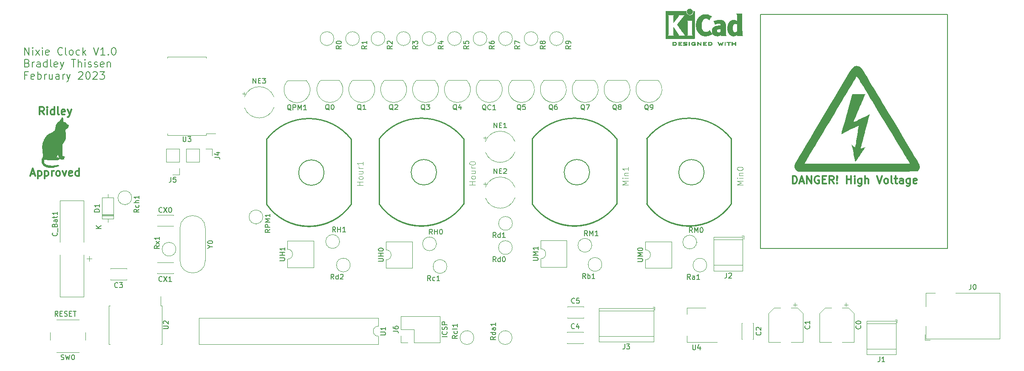
<source format=gbr>
%TF.GenerationSoftware,KiCad,Pcbnew,(6.0.10)*%
%TF.CreationDate,2023-02-17T13:49:40-08:00*%
%TF.ProjectId,nixie_clock,6e697869-655f-4636-9c6f-636b2e6b6963,1.5*%
%TF.SameCoordinates,Original*%
%TF.FileFunction,Legend,Top*%
%TF.FilePolarity,Positive*%
%FSLAX46Y46*%
G04 Gerber Fmt 4.6, Leading zero omitted, Abs format (unit mm)*
G04 Created by KiCad (PCBNEW (6.0.10)) date 2023-02-17 13:49:40*
%MOMM*%
%LPD*%
G01*
G04 APERTURE LIST*
%ADD10C,0.150000*%
%ADD11C,0.300000*%
%ADD12C,0.101600*%
%ADD13C,0.010000*%
%ADD14C,0.120000*%
%ADD15C,0.254000*%
%ADD16C,0.127000*%
G04 APERTURE END LIST*
D10*
X240462027Y-106680000D02*
X203200000Y-106680000D01*
X203200000Y-106680000D02*
X203200000Y-59894698D01*
X203200000Y-59894698D02*
X240462027Y-59894698D01*
X240462027Y-59894698D02*
X240462027Y-106680000D01*
X56704642Y-68013571D02*
X56704642Y-66513571D01*
X57561785Y-68013571D01*
X57561785Y-66513571D01*
X58276071Y-68013571D02*
X58276071Y-67013571D01*
X58276071Y-66513571D02*
X58204642Y-66585000D01*
X58276071Y-66656428D01*
X58347500Y-66585000D01*
X58276071Y-66513571D01*
X58276071Y-66656428D01*
X58847500Y-68013571D02*
X59633214Y-67013571D01*
X58847500Y-67013571D02*
X59633214Y-68013571D01*
X60204642Y-68013571D02*
X60204642Y-67013571D01*
X60204642Y-66513571D02*
X60133214Y-66585000D01*
X60204642Y-66656428D01*
X60276071Y-66585000D01*
X60204642Y-66513571D01*
X60204642Y-66656428D01*
X61490357Y-67942142D02*
X61347500Y-68013571D01*
X61061785Y-68013571D01*
X60918928Y-67942142D01*
X60847500Y-67799285D01*
X60847500Y-67227857D01*
X60918928Y-67085000D01*
X61061785Y-67013571D01*
X61347500Y-67013571D01*
X61490357Y-67085000D01*
X61561785Y-67227857D01*
X61561785Y-67370714D01*
X60847500Y-67513571D01*
X64204642Y-67870714D02*
X64133214Y-67942142D01*
X63918928Y-68013571D01*
X63776071Y-68013571D01*
X63561785Y-67942142D01*
X63418928Y-67799285D01*
X63347500Y-67656428D01*
X63276071Y-67370714D01*
X63276071Y-67156428D01*
X63347500Y-66870714D01*
X63418928Y-66727857D01*
X63561785Y-66585000D01*
X63776071Y-66513571D01*
X63918928Y-66513571D01*
X64133214Y-66585000D01*
X64204642Y-66656428D01*
X65061785Y-68013571D02*
X64918928Y-67942142D01*
X64847500Y-67799285D01*
X64847500Y-66513571D01*
X65847500Y-68013571D02*
X65704642Y-67942142D01*
X65633214Y-67870714D01*
X65561785Y-67727857D01*
X65561785Y-67299285D01*
X65633214Y-67156428D01*
X65704642Y-67085000D01*
X65847500Y-67013571D01*
X66061785Y-67013571D01*
X66204642Y-67085000D01*
X66276071Y-67156428D01*
X66347500Y-67299285D01*
X66347500Y-67727857D01*
X66276071Y-67870714D01*
X66204642Y-67942142D01*
X66061785Y-68013571D01*
X65847500Y-68013571D01*
X67633214Y-67942142D02*
X67490357Y-68013571D01*
X67204642Y-68013571D01*
X67061785Y-67942142D01*
X66990357Y-67870714D01*
X66918928Y-67727857D01*
X66918928Y-67299285D01*
X66990357Y-67156428D01*
X67061785Y-67085000D01*
X67204642Y-67013571D01*
X67490357Y-67013571D01*
X67633214Y-67085000D01*
X68276071Y-68013571D02*
X68276071Y-66513571D01*
X68418928Y-67442142D02*
X68847500Y-68013571D01*
X68847500Y-67013571D02*
X68276071Y-67585000D01*
X70418928Y-66513571D02*
X70918928Y-68013571D01*
X71418928Y-66513571D01*
X72704642Y-68013571D02*
X71847500Y-68013571D01*
X72276071Y-68013571D02*
X72276071Y-66513571D01*
X72133214Y-66727857D01*
X71990357Y-66870714D01*
X71847500Y-66942142D01*
X73347500Y-67870714D02*
X73418928Y-67942142D01*
X73347500Y-68013571D01*
X73276071Y-67942142D01*
X73347500Y-67870714D01*
X73347500Y-68013571D01*
X74347500Y-66513571D02*
X74490357Y-66513571D01*
X74633214Y-66585000D01*
X74704642Y-66656428D01*
X74776071Y-66799285D01*
X74847500Y-67085000D01*
X74847500Y-67442142D01*
X74776071Y-67727857D01*
X74704642Y-67870714D01*
X74633214Y-67942142D01*
X74490357Y-68013571D01*
X74347500Y-68013571D01*
X74204642Y-67942142D01*
X74133214Y-67870714D01*
X74061785Y-67727857D01*
X73990357Y-67442142D01*
X73990357Y-67085000D01*
X74061785Y-66799285D01*
X74133214Y-66656428D01*
X74204642Y-66585000D01*
X74347500Y-66513571D01*
X57204642Y-69642857D02*
X57418928Y-69714285D01*
X57490357Y-69785714D01*
X57561785Y-69928571D01*
X57561785Y-70142857D01*
X57490357Y-70285714D01*
X57418928Y-70357142D01*
X57276071Y-70428571D01*
X56704642Y-70428571D01*
X56704642Y-68928571D01*
X57204642Y-68928571D01*
X57347500Y-69000000D01*
X57418928Y-69071428D01*
X57490357Y-69214285D01*
X57490357Y-69357142D01*
X57418928Y-69500000D01*
X57347500Y-69571428D01*
X57204642Y-69642857D01*
X56704642Y-69642857D01*
X58204642Y-70428571D02*
X58204642Y-69428571D01*
X58204642Y-69714285D02*
X58276071Y-69571428D01*
X58347500Y-69500000D01*
X58490357Y-69428571D01*
X58633214Y-69428571D01*
X59776071Y-70428571D02*
X59776071Y-69642857D01*
X59704642Y-69500000D01*
X59561785Y-69428571D01*
X59276071Y-69428571D01*
X59133214Y-69500000D01*
X59776071Y-70357142D02*
X59633214Y-70428571D01*
X59276071Y-70428571D01*
X59133214Y-70357142D01*
X59061785Y-70214285D01*
X59061785Y-70071428D01*
X59133214Y-69928571D01*
X59276071Y-69857142D01*
X59633214Y-69857142D01*
X59776071Y-69785714D01*
X61133214Y-70428571D02*
X61133214Y-68928571D01*
X61133214Y-70357142D02*
X60990357Y-70428571D01*
X60704642Y-70428571D01*
X60561785Y-70357142D01*
X60490357Y-70285714D01*
X60418928Y-70142857D01*
X60418928Y-69714285D01*
X60490357Y-69571428D01*
X60561785Y-69500000D01*
X60704642Y-69428571D01*
X60990357Y-69428571D01*
X61133214Y-69500000D01*
X62061785Y-70428571D02*
X61918928Y-70357142D01*
X61847500Y-70214285D01*
X61847500Y-68928571D01*
X63204642Y-70357142D02*
X63061785Y-70428571D01*
X62776071Y-70428571D01*
X62633214Y-70357142D01*
X62561785Y-70214285D01*
X62561785Y-69642857D01*
X62633214Y-69500000D01*
X62776071Y-69428571D01*
X63061785Y-69428571D01*
X63204642Y-69500000D01*
X63276071Y-69642857D01*
X63276071Y-69785714D01*
X62561785Y-69928571D01*
X63776071Y-69428571D02*
X64133214Y-70428571D01*
X64490357Y-69428571D02*
X64133214Y-70428571D01*
X63990357Y-70785714D01*
X63918928Y-70857142D01*
X63776071Y-70928571D01*
X65990357Y-68928571D02*
X66847500Y-68928571D01*
X66418928Y-70428571D02*
X66418928Y-68928571D01*
X67347500Y-70428571D02*
X67347500Y-68928571D01*
X67990357Y-70428571D02*
X67990357Y-69642857D01*
X67918928Y-69500000D01*
X67776071Y-69428571D01*
X67561785Y-69428571D01*
X67418928Y-69500000D01*
X67347500Y-69571428D01*
X68704642Y-70428571D02*
X68704642Y-69428571D01*
X68704642Y-68928571D02*
X68633214Y-69000000D01*
X68704642Y-69071428D01*
X68776071Y-69000000D01*
X68704642Y-68928571D01*
X68704642Y-69071428D01*
X69347500Y-70357142D02*
X69490357Y-70428571D01*
X69776071Y-70428571D01*
X69918928Y-70357142D01*
X69990357Y-70214285D01*
X69990357Y-70142857D01*
X69918928Y-70000000D01*
X69776071Y-69928571D01*
X69561785Y-69928571D01*
X69418928Y-69857142D01*
X69347500Y-69714285D01*
X69347500Y-69642857D01*
X69418928Y-69500000D01*
X69561785Y-69428571D01*
X69776071Y-69428571D01*
X69918928Y-69500000D01*
X70561785Y-70357142D02*
X70704642Y-70428571D01*
X70990357Y-70428571D01*
X71133214Y-70357142D01*
X71204642Y-70214285D01*
X71204642Y-70142857D01*
X71133214Y-70000000D01*
X70990357Y-69928571D01*
X70776071Y-69928571D01*
X70633214Y-69857142D01*
X70561785Y-69714285D01*
X70561785Y-69642857D01*
X70633214Y-69500000D01*
X70776071Y-69428571D01*
X70990357Y-69428571D01*
X71133214Y-69500000D01*
X72418928Y-70357142D02*
X72276071Y-70428571D01*
X71990357Y-70428571D01*
X71847500Y-70357142D01*
X71776071Y-70214285D01*
X71776071Y-69642857D01*
X71847500Y-69500000D01*
X71990357Y-69428571D01*
X72276071Y-69428571D01*
X72418928Y-69500000D01*
X72490357Y-69642857D01*
X72490357Y-69785714D01*
X71776071Y-69928571D01*
X73133214Y-69428571D02*
X73133214Y-70428571D01*
X73133214Y-69571428D02*
X73204642Y-69500000D01*
X73347500Y-69428571D01*
X73561785Y-69428571D01*
X73704642Y-69500000D01*
X73776071Y-69642857D01*
X73776071Y-70428571D01*
X57204642Y-72057857D02*
X56704642Y-72057857D01*
X56704642Y-72843571D02*
X56704642Y-71343571D01*
X57418928Y-71343571D01*
X58561785Y-72772142D02*
X58418928Y-72843571D01*
X58133214Y-72843571D01*
X57990357Y-72772142D01*
X57918928Y-72629285D01*
X57918928Y-72057857D01*
X57990357Y-71915000D01*
X58133214Y-71843571D01*
X58418928Y-71843571D01*
X58561785Y-71915000D01*
X58633214Y-72057857D01*
X58633214Y-72200714D01*
X57918928Y-72343571D01*
X59276071Y-72843571D02*
X59276071Y-71343571D01*
X59276071Y-71915000D02*
X59418928Y-71843571D01*
X59704642Y-71843571D01*
X59847500Y-71915000D01*
X59918928Y-71986428D01*
X59990357Y-72129285D01*
X59990357Y-72557857D01*
X59918928Y-72700714D01*
X59847500Y-72772142D01*
X59704642Y-72843571D01*
X59418928Y-72843571D01*
X59276071Y-72772142D01*
X60633214Y-72843571D02*
X60633214Y-71843571D01*
X60633214Y-72129285D02*
X60704642Y-71986428D01*
X60776071Y-71915000D01*
X60918928Y-71843571D01*
X61061785Y-71843571D01*
X62204642Y-71843571D02*
X62204642Y-72843571D01*
X61561785Y-71843571D02*
X61561785Y-72629285D01*
X61633214Y-72772142D01*
X61776071Y-72843571D01*
X61990357Y-72843571D01*
X62133214Y-72772142D01*
X62204642Y-72700714D01*
X63561785Y-72843571D02*
X63561785Y-72057857D01*
X63490357Y-71915000D01*
X63347500Y-71843571D01*
X63061785Y-71843571D01*
X62918928Y-71915000D01*
X63561785Y-72772142D02*
X63418928Y-72843571D01*
X63061785Y-72843571D01*
X62918928Y-72772142D01*
X62847500Y-72629285D01*
X62847500Y-72486428D01*
X62918928Y-72343571D01*
X63061785Y-72272142D01*
X63418928Y-72272142D01*
X63561785Y-72200714D01*
X64276071Y-72843571D02*
X64276071Y-71843571D01*
X64276071Y-72129285D02*
X64347500Y-71986428D01*
X64418928Y-71915000D01*
X64561785Y-71843571D01*
X64704642Y-71843571D01*
X65061785Y-71843571D02*
X65418928Y-72843571D01*
X65776071Y-71843571D02*
X65418928Y-72843571D01*
X65276071Y-73200714D01*
X65204642Y-73272142D01*
X65061785Y-73343571D01*
X67418928Y-71486428D02*
X67490357Y-71415000D01*
X67633214Y-71343571D01*
X67990357Y-71343571D01*
X68133214Y-71415000D01*
X68204642Y-71486428D01*
X68276071Y-71629285D01*
X68276071Y-71772142D01*
X68204642Y-71986428D01*
X67347500Y-72843571D01*
X68276071Y-72843571D01*
X69204642Y-71343571D02*
X69347500Y-71343571D01*
X69490357Y-71415000D01*
X69561785Y-71486428D01*
X69633214Y-71629285D01*
X69704642Y-71915000D01*
X69704642Y-72272142D01*
X69633214Y-72557857D01*
X69561785Y-72700714D01*
X69490357Y-72772142D01*
X69347500Y-72843571D01*
X69204642Y-72843571D01*
X69061785Y-72772142D01*
X68990357Y-72700714D01*
X68918928Y-72557857D01*
X68847500Y-72272142D01*
X68847500Y-71915000D01*
X68918928Y-71629285D01*
X68990357Y-71486428D01*
X69061785Y-71415000D01*
X69204642Y-71343571D01*
X70276071Y-71486428D02*
X70347500Y-71415000D01*
X70490357Y-71343571D01*
X70847500Y-71343571D01*
X70990357Y-71415000D01*
X71061785Y-71486428D01*
X71133214Y-71629285D01*
X71133214Y-71772142D01*
X71061785Y-71986428D01*
X70204642Y-72843571D01*
X71133214Y-72843571D01*
X71633214Y-71343571D02*
X72561785Y-71343571D01*
X72061785Y-71915000D01*
X72276071Y-71915000D01*
X72418928Y-71986428D01*
X72490357Y-72057857D01*
X72561785Y-72200714D01*
X72561785Y-72557857D01*
X72490357Y-72700714D01*
X72418928Y-72772142D01*
X72276071Y-72843571D01*
X71847500Y-72843571D01*
X71704642Y-72772142D01*
X71633214Y-72700714D01*
D11*
%TO.C,Ridley*%
X60536571Y-79939428D02*
X60028571Y-79213714D01*
X59665714Y-79939428D02*
X59665714Y-78415428D01*
X60246285Y-78415428D01*
X60391428Y-78488000D01*
X60464000Y-78560571D01*
X60536571Y-78705714D01*
X60536571Y-78923428D01*
X60464000Y-79068571D01*
X60391428Y-79141142D01*
X60246285Y-79213714D01*
X59665714Y-79213714D01*
X61189714Y-79939428D02*
X61189714Y-78923428D01*
X61189714Y-78415428D02*
X61117142Y-78488000D01*
X61189714Y-78560571D01*
X61262285Y-78488000D01*
X61189714Y-78415428D01*
X61189714Y-78560571D01*
X62568571Y-79939428D02*
X62568571Y-78415428D01*
X62568571Y-79866857D02*
X62423428Y-79939428D01*
X62133142Y-79939428D01*
X61988000Y-79866857D01*
X61915428Y-79794285D01*
X61842857Y-79649142D01*
X61842857Y-79213714D01*
X61915428Y-79068571D01*
X61988000Y-78996000D01*
X62133142Y-78923428D01*
X62423428Y-78923428D01*
X62568571Y-78996000D01*
X63512000Y-79939428D02*
X63366857Y-79866857D01*
X63294285Y-79721714D01*
X63294285Y-78415428D01*
X64673142Y-79866857D02*
X64528000Y-79939428D01*
X64237714Y-79939428D01*
X64092571Y-79866857D01*
X64020000Y-79721714D01*
X64020000Y-79141142D01*
X64092571Y-78996000D01*
X64237714Y-78923428D01*
X64528000Y-78923428D01*
X64673142Y-78996000D01*
X64745714Y-79141142D01*
X64745714Y-79286285D01*
X64020000Y-79431428D01*
X65253714Y-78923428D02*
X65616571Y-79939428D01*
X65979428Y-78923428D02*
X65616571Y-79939428D01*
X65471428Y-80302285D01*
X65398857Y-80374857D01*
X65253714Y-80447428D01*
X57924000Y-91754000D02*
X58649714Y-91754000D01*
X57778857Y-92189428D02*
X58286857Y-90665428D01*
X58794857Y-92189428D01*
X59302857Y-91173428D02*
X59302857Y-92697428D01*
X59302857Y-91246000D02*
X59448000Y-91173428D01*
X59738285Y-91173428D01*
X59883428Y-91246000D01*
X59956000Y-91318571D01*
X60028571Y-91463714D01*
X60028571Y-91899142D01*
X59956000Y-92044285D01*
X59883428Y-92116857D01*
X59738285Y-92189428D01*
X59448000Y-92189428D01*
X59302857Y-92116857D01*
X60681714Y-91173428D02*
X60681714Y-92697428D01*
X60681714Y-91246000D02*
X60826857Y-91173428D01*
X61117142Y-91173428D01*
X61262285Y-91246000D01*
X61334857Y-91318571D01*
X61407428Y-91463714D01*
X61407428Y-91899142D01*
X61334857Y-92044285D01*
X61262285Y-92116857D01*
X61117142Y-92189428D01*
X60826857Y-92189428D01*
X60681714Y-92116857D01*
X62060571Y-92189428D02*
X62060571Y-91173428D01*
X62060571Y-91463714D02*
X62133142Y-91318571D01*
X62205714Y-91246000D01*
X62350857Y-91173428D01*
X62496000Y-91173428D01*
X63221714Y-92189428D02*
X63076571Y-92116857D01*
X63004000Y-92044285D01*
X62931428Y-91899142D01*
X62931428Y-91463714D01*
X63004000Y-91318571D01*
X63076571Y-91246000D01*
X63221714Y-91173428D01*
X63439428Y-91173428D01*
X63584571Y-91246000D01*
X63657142Y-91318571D01*
X63729714Y-91463714D01*
X63729714Y-91899142D01*
X63657142Y-92044285D01*
X63584571Y-92116857D01*
X63439428Y-92189428D01*
X63221714Y-92189428D01*
X64237714Y-91173428D02*
X64600571Y-92189428D01*
X64963428Y-91173428D01*
X66124571Y-92116857D02*
X65979428Y-92189428D01*
X65689142Y-92189428D01*
X65544000Y-92116857D01*
X65471428Y-91971714D01*
X65471428Y-91391142D01*
X65544000Y-91246000D01*
X65689142Y-91173428D01*
X65979428Y-91173428D01*
X66124571Y-91246000D01*
X66197142Y-91391142D01*
X66197142Y-91536285D01*
X65471428Y-91681428D01*
X67503428Y-92189428D02*
X67503428Y-90665428D01*
X67503428Y-92116857D02*
X67358285Y-92189428D01*
X67068000Y-92189428D01*
X66922857Y-92116857D01*
X66850285Y-92044285D01*
X66777714Y-91899142D01*
X66777714Y-91463714D01*
X66850285Y-91318571D01*
X66922857Y-91246000D01*
X67068000Y-91173428D01*
X67358285Y-91173428D01*
X67503428Y-91246000D01*
%TO.C,DANGER! High Voltage*%
X209662857Y-93689428D02*
X209662857Y-92165428D01*
X210025714Y-92165428D01*
X210243428Y-92238000D01*
X210388571Y-92383142D01*
X210461142Y-92528285D01*
X210533714Y-92818571D01*
X210533714Y-93036285D01*
X210461142Y-93326571D01*
X210388571Y-93471714D01*
X210243428Y-93616857D01*
X210025714Y-93689428D01*
X209662857Y-93689428D01*
X211114285Y-93254000D02*
X211840000Y-93254000D01*
X210969142Y-93689428D02*
X211477142Y-92165428D01*
X211985142Y-93689428D01*
X212493142Y-93689428D02*
X212493142Y-92165428D01*
X213364000Y-93689428D01*
X213364000Y-92165428D01*
X214888000Y-92238000D02*
X214742857Y-92165428D01*
X214525142Y-92165428D01*
X214307428Y-92238000D01*
X214162285Y-92383142D01*
X214089714Y-92528285D01*
X214017142Y-92818571D01*
X214017142Y-93036285D01*
X214089714Y-93326571D01*
X214162285Y-93471714D01*
X214307428Y-93616857D01*
X214525142Y-93689428D01*
X214670285Y-93689428D01*
X214888000Y-93616857D01*
X214960571Y-93544285D01*
X214960571Y-93036285D01*
X214670285Y-93036285D01*
X215613714Y-92891142D02*
X216121714Y-92891142D01*
X216339428Y-93689428D02*
X215613714Y-93689428D01*
X215613714Y-92165428D01*
X216339428Y-92165428D01*
X217863428Y-93689428D02*
X217355428Y-92963714D01*
X216992571Y-93689428D02*
X216992571Y-92165428D01*
X217573142Y-92165428D01*
X217718285Y-92238000D01*
X217790857Y-92310571D01*
X217863428Y-92455714D01*
X217863428Y-92673428D01*
X217790857Y-92818571D01*
X217718285Y-92891142D01*
X217573142Y-92963714D01*
X216992571Y-92963714D01*
X218516571Y-93544285D02*
X218589142Y-93616857D01*
X218516571Y-93689428D01*
X218444000Y-93616857D01*
X218516571Y-93544285D01*
X218516571Y-93689428D01*
X218516571Y-93108857D02*
X218444000Y-92238000D01*
X218516571Y-92165428D01*
X218589142Y-92238000D01*
X218516571Y-93108857D01*
X218516571Y-92165428D01*
X220403428Y-93689428D02*
X220403428Y-92165428D01*
X220403428Y-92891142D02*
X221274285Y-92891142D01*
X221274285Y-93689428D02*
X221274285Y-92165428D01*
X222000000Y-93689428D02*
X222000000Y-92673428D01*
X222000000Y-92165428D02*
X221927428Y-92238000D01*
X222000000Y-92310571D01*
X222072571Y-92238000D01*
X222000000Y-92165428D01*
X222000000Y-92310571D01*
X223378857Y-92673428D02*
X223378857Y-93907142D01*
X223306285Y-94052285D01*
X223233714Y-94124857D01*
X223088571Y-94197428D01*
X222870857Y-94197428D01*
X222725714Y-94124857D01*
X223378857Y-93616857D02*
X223233714Y-93689428D01*
X222943428Y-93689428D01*
X222798285Y-93616857D01*
X222725714Y-93544285D01*
X222653142Y-93399142D01*
X222653142Y-92963714D01*
X222725714Y-92818571D01*
X222798285Y-92746000D01*
X222943428Y-92673428D01*
X223233714Y-92673428D01*
X223378857Y-92746000D01*
X224104571Y-93689428D02*
X224104571Y-92165428D01*
X224757714Y-93689428D02*
X224757714Y-92891142D01*
X224685142Y-92746000D01*
X224540000Y-92673428D01*
X224322285Y-92673428D01*
X224177142Y-92746000D01*
X224104571Y-92818571D01*
X226426857Y-92165428D02*
X226934857Y-93689428D01*
X227442857Y-92165428D01*
X228168571Y-93689428D02*
X228023428Y-93616857D01*
X227950857Y-93544285D01*
X227878285Y-93399142D01*
X227878285Y-92963714D01*
X227950857Y-92818571D01*
X228023428Y-92746000D01*
X228168571Y-92673428D01*
X228386285Y-92673428D01*
X228531428Y-92746000D01*
X228604000Y-92818571D01*
X228676571Y-92963714D01*
X228676571Y-93399142D01*
X228604000Y-93544285D01*
X228531428Y-93616857D01*
X228386285Y-93689428D01*
X228168571Y-93689428D01*
X229547428Y-93689428D02*
X229402285Y-93616857D01*
X229329714Y-93471714D01*
X229329714Y-92165428D01*
X229910285Y-92673428D02*
X230490857Y-92673428D01*
X230128000Y-92165428D02*
X230128000Y-93471714D01*
X230200571Y-93616857D01*
X230345714Y-93689428D01*
X230490857Y-93689428D01*
X231652000Y-93689428D02*
X231652000Y-92891142D01*
X231579428Y-92746000D01*
X231434285Y-92673428D01*
X231144000Y-92673428D01*
X230998857Y-92746000D01*
X231652000Y-93616857D02*
X231506857Y-93689428D01*
X231144000Y-93689428D01*
X230998857Y-93616857D01*
X230926285Y-93471714D01*
X230926285Y-93326571D01*
X230998857Y-93181428D01*
X231144000Y-93108857D01*
X231506857Y-93108857D01*
X231652000Y-93036285D01*
X233030857Y-92673428D02*
X233030857Y-93907142D01*
X232958285Y-94052285D01*
X232885714Y-94124857D01*
X232740571Y-94197428D01*
X232522857Y-94197428D01*
X232377714Y-94124857D01*
X233030857Y-93616857D02*
X232885714Y-93689428D01*
X232595428Y-93689428D01*
X232450285Y-93616857D01*
X232377714Y-93544285D01*
X232305142Y-93399142D01*
X232305142Y-92963714D01*
X232377714Y-92818571D01*
X232450285Y-92746000D01*
X232595428Y-92673428D01*
X232885714Y-92673428D01*
X233030857Y-92746000D01*
X234337142Y-93616857D02*
X234192000Y-93689428D01*
X233901714Y-93689428D01*
X233756571Y-93616857D01*
X233684000Y-93471714D01*
X233684000Y-92891142D01*
X233756571Y-92746000D01*
X233901714Y-92673428D01*
X234192000Y-92673428D01*
X234337142Y-92746000D01*
X234409714Y-92891142D01*
X234409714Y-93036285D01*
X233684000Y-93181428D01*
D10*
%TO.C,U4*%
X189738095Y-125872380D02*
X189738095Y-126681904D01*
X189785714Y-126777142D01*
X189833333Y-126824761D01*
X189928571Y-126872380D01*
X190119047Y-126872380D01*
X190214285Y-126824761D01*
X190261904Y-126777142D01*
X190309523Y-126681904D01*
X190309523Y-125872380D01*
X191214285Y-126205714D02*
X191214285Y-126872380D01*
X190976190Y-125824761D02*
X190738095Y-126539047D01*
X191357142Y-126539047D01*
%TO.C,SW0*%
X63932230Y-128824761D02*
X64075087Y-128872380D01*
X64313183Y-128872380D01*
X64408421Y-128824761D01*
X64456040Y-128777142D01*
X64503659Y-128681904D01*
X64503659Y-128586666D01*
X64456040Y-128491428D01*
X64408421Y-128443809D01*
X64313183Y-128396190D01*
X64122706Y-128348571D01*
X64027468Y-128300952D01*
X63979849Y-128253333D01*
X63932230Y-128158095D01*
X63932230Y-128062857D01*
X63979849Y-127967619D01*
X64027468Y-127920000D01*
X64122706Y-127872380D01*
X64360802Y-127872380D01*
X64503659Y-127920000D01*
X64836992Y-127872380D02*
X65075087Y-128872380D01*
X65265564Y-128158095D01*
X65456040Y-128872380D01*
X65694135Y-127872380D01*
X66265564Y-127872380D02*
X66360802Y-127872380D01*
X66456040Y-127920000D01*
X66503659Y-127967619D01*
X66551278Y-128062857D01*
X66598897Y-128253333D01*
X66598897Y-128491428D01*
X66551278Y-128681904D01*
X66503659Y-128777142D01*
X66456040Y-128824761D01*
X66360802Y-128872380D01*
X66265564Y-128872380D01*
X66170325Y-128824761D01*
X66122706Y-128777142D01*
X66075087Y-128681904D01*
X66027468Y-128491428D01*
X66027468Y-128253333D01*
X66075087Y-128062857D01*
X66122706Y-127967619D01*
X66170325Y-127920000D01*
X66265564Y-127872380D01*
X63313183Y-120172380D02*
X62979849Y-119696190D01*
X62741754Y-120172380D02*
X62741754Y-119172380D01*
X63122706Y-119172380D01*
X63217944Y-119220000D01*
X63265564Y-119267619D01*
X63313183Y-119362857D01*
X63313183Y-119505714D01*
X63265564Y-119600952D01*
X63217944Y-119648571D01*
X63122706Y-119696190D01*
X62741754Y-119696190D01*
X63741754Y-119648571D02*
X64075087Y-119648571D01*
X64217944Y-120172380D02*
X63741754Y-120172380D01*
X63741754Y-119172380D01*
X64217944Y-119172380D01*
X64598897Y-120124761D02*
X64741754Y-120172380D01*
X64979849Y-120172380D01*
X65075087Y-120124761D01*
X65122706Y-120077142D01*
X65170325Y-119981904D01*
X65170325Y-119886666D01*
X65122706Y-119791428D01*
X65075087Y-119743809D01*
X64979849Y-119696190D01*
X64789373Y-119648571D01*
X64694135Y-119600952D01*
X64646516Y-119553333D01*
X64598897Y-119458095D01*
X64598897Y-119362857D01*
X64646516Y-119267619D01*
X64694135Y-119220000D01*
X64789373Y-119172380D01*
X65027468Y-119172380D01*
X65170325Y-119220000D01*
X65598897Y-119648571D02*
X65932230Y-119648571D01*
X66075087Y-120172380D02*
X65598897Y-120172380D01*
X65598897Y-119172380D01*
X66075087Y-119172380D01*
X66360802Y-119172380D02*
X66932230Y-119172380D01*
X66646516Y-120172380D02*
X66646516Y-119172380D01*
%TO.C,QC1*%
X148579879Y-79055182D02*
X148484641Y-79007563D01*
X148389403Y-78912324D01*
X148246546Y-78769467D01*
X148151308Y-78721848D01*
X148056070Y-78721848D01*
X148103689Y-78959943D02*
X148008451Y-78912324D01*
X147913213Y-78817086D01*
X147865594Y-78626610D01*
X147865594Y-78293277D01*
X147913213Y-78102801D01*
X148008451Y-78007563D01*
X148103689Y-77959943D01*
X148294165Y-77959943D01*
X148389403Y-78007563D01*
X148484641Y-78102801D01*
X148532260Y-78293277D01*
X148532260Y-78626610D01*
X148484641Y-78817086D01*
X148389403Y-78912324D01*
X148294165Y-78959943D01*
X148103689Y-78959943D01*
X149532260Y-78864705D02*
X149484641Y-78912324D01*
X149341784Y-78959943D01*
X149246546Y-78959943D01*
X149103689Y-78912324D01*
X149008451Y-78817086D01*
X148960832Y-78721848D01*
X148913213Y-78531372D01*
X148913213Y-78388515D01*
X148960832Y-78198039D01*
X149008451Y-78102801D01*
X149103689Y-78007563D01*
X149246546Y-77959943D01*
X149341784Y-77959943D01*
X149484641Y-78007563D01*
X149532260Y-78055182D01*
X150484641Y-78959943D02*
X149913213Y-78959943D01*
X150198927Y-78959943D02*
X150198927Y-77959943D01*
X150103689Y-78102801D01*
X150008451Y-78198039D01*
X149913213Y-78245658D01*
D12*
%TO.C,Min1*%
X176933575Y-93943032D02*
X175765175Y-93943032D01*
X176599747Y-93553565D01*
X175765175Y-93164099D01*
X176933575Y-93164099D01*
X176933575Y-92607718D02*
X176154642Y-92607718D01*
X175765175Y-92607718D02*
X175820814Y-92663356D01*
X175876452Y-92607718D01*
X175820814Y-92552080D01*
X175765175Y-92607718D01*
X175876452Y-92607718D01*
X176154642Y-92051337D02*
X176933575Y-92051337D01*
X176265918Y-92051337D02*
X176210280Y-91995699D01*
X176154642Y-91884423D01*
X176154642Y-91717508D01*
X176210280Y-91606232D01*
X176321556Y-91550594D01*
X176933575Y-91550594D01*
X176933575Y-90382194D02*
X176933575Y-91049851D01*
X176933575Y-90716023D02*
X175765175Y-90716023D01*
X175932090Y-90827299D01*
X176043366Y-90938575D01*
X176099004Y-91049851D01*
D10*
%TO.C,J5*%
X85833498Y-92406505D02*
X85833498Y-93120791D01*
X85785879Y-93263648D01*
X85690641Y-93358886D01*
X85547784Y-93406505D01*
X85452546Y-93406505D01*
X86785879Y-92406505D02*
X86309689Y-92406505D01*
X86262070Y-92882696D01*
X86309689Y-92835077D01*
X86404927Y-92787458D01*
X86643022Y-92787458D01*
X86738260Y-92835077D01*
X86785879Y-92882696D01*
X86833498Y-92977934D01*
X86833498Y-93216029D01*
X86785879Y-93311267D01*
X86738260Y-93358886D01*
X86643022Y-93406505D01*
X86404927Y-93406505D01*
X86309689Y-93358886D01*
X86262070Y-93311267D01*
%TO.C,Y0*%
X93648928Y-106296190D02*
X94125118Y-106296190D01*
X93125118Y-106629523D02*
X93648928Y-106296190D01*
X93125118Y-105962857D01*
X93125118Y-105439047D02*
X93125118Y-105343809D01*
X93172738Y-105248571D01*
X93220357Y-105200952D01*
X93315595Y-105153333D01*
X93506071Y-105105714D01*
X93744166Y-105105714D01*
X93934642Y-105153333D01*
X94029880Y-105200952D01*
X94077499Y-105248571D01*
X94125118Y-105343809D01*
X94125118Y-105439047D01*
X94077499Y-105534285D01*
X94029880Y-105581904D01*
X93934642Y-105629523D01*
X93744166Y-105677142D01*
X93506071Y-105677142D01*
X93315595Y-105629523D01*
X93220357Y-105581904D01*
X93172738Y-105534285D01*
X93125118Y-105439047D01*
%TO.C,U3*%
X88238095Y-84302380D02*
X88238095Y-85111904D01*
X88285714Y-85207142D01*
X88333333Y-85254761D01*
X88428571Y-85302380D01*
X88619047Y-85302380D01*
X88714285Y-85254761D01*
X88761904Y-85207142D01*
X88809523Y-85111904D01*
X88809523Y-84302380D01*
X89190476Y-84302380D02*
X89809523Y-84302380D01*
X89476190Y-84683333D01*
X89619047Y-84683333D01*
X89714285Y-84730952D01*
X89761904Y-84778571D01*
X89809523Y-84873809D01*
X89809523Y-85111904D01*
X89761904Y-85207142D01*
X89714285Y-85254761D01*
X89619047Y-85302380D01*
X89333333Y-85302380D01*
X89238095Y-85254761D01*
X89190476Y-85207142D01*
D12*
%TO.C,Hour1*%
X124046457Y-94014225D02*
X122878057Y-94014225D01*
X123434438Y-94014225D02*
X123434438Y-93346568D01*
X124046457Y-93346568D02*
X122878057Y-93346568D01*
X124046457Y-92623273D02*
X123990819Y-92734549D01*
X123935181Y-92790187D01*
X123823905Y-92845825D01*
X123490076Y-92845825D01*
X123378800Y-92790187D01*
X123323162Y-92734549D01*
X123267524Y-92623273D01*
X123267524Y-92456358D01*
X123323162Y-92345082D01*
X123378800Y-92289444D01*
X123490076Y-92233806D01*
X123823905Y-92233806D01*
X123935181Y-92289444D01*
X123990819Y-92345082D01*
X124046457Y-92456358D01*
X124046457Y-92623273D01*
X123267524Y-91232320D02*
X124046457Y-91232320D01*
X123267524Y-91733063D02*
X123879543Y-91733063D01*
X123990819Y-91677425D01*
X124046457Y-91566149D01*
X124046457Y-91399235D01*
X123990819Y-91287958D01*
X123935181Y-91232320D01*
X124046457Y-90675939D02*
X123267524Y-90675939D01*
X123490076Y-90675939D02*
X123378800Y-90620301D01*
X123323162Y-90564663D01*
X123267524Y-90453387D01*
X123267524Y-90342111D01*
X124046457Y-89340625D02*
X124046457Y-90008282D01*
X124046457Y-89674454D02*
X122878057Y-89674454D01*
X123044972Y-89785730D01*
X123156248Y-89897006D01*
X123211886Y-90008282D01*
D10*
%TO.C,Rd0*%
X150549026Y-109292780D02*
X150215693Y-108816590D01*
X149977597Y-109292780D02*
X149977597Y-108292780D01*
X150358550Y-108292780D01*
X150453788Y-108340400D01*
X150501407Y-108388019D01*
X150549026Y-108483257D01*
X150549026Y-108626114D01*
X150501407Y-108721352D01*
X150453788Y-108768971D01*
X150358550Y-108816590D01*
X149977597Y-108816590D01*
X151406169Y-109292780D02*
X151406169Y-108292780D01*
X151406169Y-109245161D02*
X151310931Y-109292780D01*
X151120454Y-109292780D01*
X151025216Y-109245161D01*
X150977597Y-109197542D01*
X150929978Y-109102304D01*
X150929978Y-108816590D01*
X150977597Y-108721352D01*
X151025216Y-108673733D01*
X151120454Y-108626114D01*
X151310931Y-108626114D01*
X151406169Y-108673733D01*
X152072835Y-108292780D02*
X152168074Y-108292780D01*
X152263312Y-108340400D01*
X152310931Y-108388019D01*
X152358550Y-108483257D01*
X152406169Y-108673733D01*
X152406169Y-108911828D01*
X152358550Y-109102304D01*
X152310931Y-109197542D01*
X152263312Y-109245161D01*
X152168074Y-109292780D01*
X152072835Y-109292780D01*
X151977597Y-109245161D01*
X151929978Y-109197542D01*
X151882359Y-109102304D01*
X151834740Y-108911828D01*
X151834740Y-108673733D01*
X151882359Y-108483257D01*
X151929978Y-108388019D01*
X151977597Y-108340400D01*
X152072835Y-108292780D01*
%TO.C,R4*%
X140042794Y-66176429D02*
X139566604Y-66509763D01*
X140042794Y-66747858D02*
X139042794Y-66747858D01*
X139042794Y-66366905D01*
X139090414Y-66271667D01*
X139138033Y-66224048D01*
X139233271Y-66176429D01*
X139376128Y-66176429D01*
X139471366Y-66224048D01*
X139518985Y-66271667D01*
X139566604Y-66366905D01*
X139566604Y-66747858D01*
X139376128Y-65319286D02*
X140042794Y-65319286D01*
X138995175Y-65557382D02*
X139709461Y-65795477D01*
X139709461Y-65176429D01*
%TO.C,C3*%
X75223333Y-114367142D02*
X75175714Y-114414761D01*
X75032857Y-114462380D01*
X74937619Y-114462380D01*
X74794761Y-114414761D01*
X74699523Y-114319523D01*
X74651904Y-114224285D01*
X74604285Y-114033809D01*
X74604285Y-113890952D01*
X74651904Y-113700476D01*
X74699523Y-113605238D01*
X74794761Y-113510000D01*
X74937619Y-113462380D01*
X75032857Y-113462380D01*
X75175714Y-113510000D01*
X75223333Y-113557619D01*
X75556666Y-113462380D02*
X76175714Y-113462380D01*
X75842380Y-113843333D01*
X75985238Y-113843333D01*
X76080476Y-113890952D01*
X76128095Y-113938571D01*
X76175714Y-114033809D01*
X76175714Y-114271904D01*
X76128095Y-114367142D01*
X76080476Y-114414761D01*
X75985238Y-114462380D01*
X75699523Y-114462380D01*
X75604285Y-114414761D01*
X75556666Y-114367142D01*
%TO.C,C_Bat1*%
X63107142Y-103535714D02*
X63154761Y-103583333D01*
X63202380Y-103726190D01*
X63202380Y-103821428D01*
X63154761Y-103964285D01*
X63059523Y-104059523D01*
X62964285Y-104107142D01*
X62773809Y-104154761D01*
X62630952Y-104154761D01*
X62440476Y-104107142D01*
X62345238Y-104059523D01*
X62250000Y-103964285D01*
X62202380Y-103821428D01*
X62202380Y-103726190D01*
X62250000Y-103583333D01*
X62297619Y-103535714D01*
X63297619Y-103345238D02*
X63297619Y-102583333D01*
X62678571Y-102011904D02*
X62726190Y-101869047D01*
X62773809Y-101821428D01*
X62869047Y-101773809D01*
X63011904Y-101773809D01*
X63107142Y-101821428D01*
X63154761Y-101869047D01*
X63202380Y-101964285D01*
X63202380Y-102345238D01*
X62202380Y-102345238D01*
X62202380Y-102011904D01*
X62250000Y-101916666D01*
X62297619Y-101869047D01*
X62392857Y-101821428D01*
X62488095Y-101821428D01*
X62583333Y-101869047D01*
X62630952Y-101916666D01*
X62678571Y-102011904D01*
X62678571Y-102345238D01*
X63202380Y-100916666D02*
X62678571Y-100916666D01*
X62583333Y-100964285D01*
X62535714Y-101059523D01*
X62535714Y-101250000D01*
X62583333Y-101345238D01*
X63154761Y-100916666D02*
X63202380Y-101011904D01*
X63202380Y-101250000D01*
X63154761Y-101345238D01*
X63059523Y-101392857D01*
X62964285Y-101392857D01*
X62869047Y-101345238D01*
X62821428Y-101250000D01*
X62821428Y-101011904D01*
X62773809Y-100916666D01*
X62535714Y-100583333D02*
X62535714Y-100202380D01*
X62202380Y-100440476D02*
X63059523Y-100440476D01*
X63154761Y-100392857D01*
X63202380Y-100297619D01*
X63202380Y-100202380D01*
X63202380Y-99345238D02*
X63202380Y-99916666D01*
X63202380Y-99630952D02*
X62202380Y-99630952D01*
X62345238Y-99726190D01*
X62440476Y-99821428D01*
X62488095Y-99916666D01*
%TO.C,J3*%
X176196666Y-125742380D02*
X176196666Y-126456666D01*
X176149047Y-126599523D01*
X176053809Y-126694761D01*
X175910952Y-126742380D01*
X175815714Y-126742380D01*
X176577619Y-125742380D02*
X177196666Y-125742380D01*
X176863333Y-126123333D01*
X177006190Y-126123333D01*
X177101428Y-126170952D01*
X177149047Y-126218571D01*
X177196666Y-126313809D01*
X177196666Y-126551904D01*
X177149047Y-126647142D01*
X177101428Y-126694761D01*
X177006190Y-126742380D01*
X176720476Y-126742380D01*
X176625238Y-126694761D01*
X176577619Y-126647142D01*
D12*
%TO.C,Min0*%
X199753993Y-93943032D02*
X198585593Y-93943032D01*
X199420165Y-93553565D01*
X198585593Y-93164099D01*
X199753993Y-93164099D01*
X199753993Y-92607718D02*
X198975060Y-92607718D01*
X198585593Y-92607718D02*
X198641232Y-92663356D01*
X198696870Y-92607718D01*
X198641232Y-92552080D01*
X198585593Y-92607718D01*
X198696870Y-92607718D01*
X198975060Y-92051337D02*
X199753993Y-92051337D01*
X199086336Y-92051337D02*
X199030698Y-91995699D01*
X198975060Y-91884423D01*
X198975060Y-91717508D01*
X199030698Y-91606232D01*
X199141974Y-91550594D01*
X199753993Y-91550594D01*
X198585593Y-90771661D02*
X198585593Y-90660384D01*
X198641232Y-90549108D01*
X198696870Y-90493470D01*
X198808146Y-90437832D01*
X199030698Y-90382194D01*
X199308889Y-90382194D01*
X199531441Y-90437832D01*
X199642717Y-90493470D01*
X199698355Y-90549108D01*
X199753993Y-90660384D01*
X199753993Y-90771661D01*
X199698355Y-90882937D01*
X199642717Y-90938575D01*
X199531441Y-90994213D01*
X199308889Y-91049851D01*
X199030698Y-91049851D01*
X198808146Y-90994213D01*
X198696870Y-90938575D01*
X198641232Y-90882937D01*
X198585593Y-90771661D01*
D10*
%TO.C,J2*%
X196492300Y-111555506D02*
X196492300Y-112269792D01*
X196444681Y-112412649D01*
X196349443Y-112507887D01*
X196206586Y-112555506D01*
X196111348Y-112555506D01*
X196920872Y-111650745D02*
X196968491Y-111603126D01*
X197063729Y-111555506D01*
X197301824Y-111555506D01*
X197397062Y-111603126D01*
X197444681Y-111650745D01*
X197492300Y-111745983D01*
X197492300Y-111841221D01*
X197444681Y-111984078D01*
X196873253Y-112555506D01*
X197492300Y-112555506D01*
%TO.C,D1*%
X71568973Y-99342567D02*
X70568973Y-99342567D01*
X70568973Y-99104472D01*
X70616593Y-98961614D01*
X70711831Y-98866376D01*
X70807069Y-98818757D01*
X70997545Y-98771138D01*
X71140402Y-98771138D01*
X71330878Y-98818757D01*
X71426116Y-98866376D01*
X71521354Y-98961614D01*
X71568973Y-99104472D01*
X71568973Y-99342567D01*
X71568973Y-97818757D02*
X71568973Y-98390186D01*
X71568973Y-98104472D02*
X70568973Y-98104472D01*
X70711831Y-98199710D01*
X70807069Y-98294948D01*
X70854688Y-98390186D01*
X71888973Y-102676376D02*
X70888973Y-102676376D01*
X71888973Y-102104948D02*
X71317545Y-102533519D01*
X70888973Y-102104948D02*
X71460402Y-102676376D01*
%TO.C,Rd1*%
X150569122Y-104465162D02*
X150235789Y-103988972D01*
X149997693Y-104465162D02*
X149997693Y-103465162D01*
X150378646Y-103465162D01*
X150473884Y-103512782D01*
X150521503Y-103560401D01*
X150569122Y-103655639D01*
X150569122Y-103798496D01*
X150521503Y-103893734D01*
X150473884Y-103941353D01*
X150378646Y-103988972D01*
X149997693Y-103988972D01*
X151426265Y-104465162D02*
X151426265Y-103465162D01*
X151426265Y-104417543D02*
X151331027Y-104465162D01*
X151140550Y-104465162D01*
X151045312Y-104417543D01*
X150997693Y-104369924D01*
X150950074Y-104274686D01*
X150950074Y-103988972D01*
X150997693Y-103893734D01*
X151045312Y-103846115D01*
X151140550Y-103798496D01*
X151331027Y-103798496D01*
X151426265Y-103846115D01*
X152426265Y-104465162D02*
X151854836Y-104465162D01*
X152140550Y-104465162D02*
X152140550Y-103465162D01*
X152045312Y-103608020D01*
X151950074Y-103703258D01*
X151854836Y-103750877D01*
%TO.C,R9*%
X165442794Y-66176429D02*
X164966604Y-66509763D01*
X165442794Y-66747858D02*
X164442794Y-66747858D01*
X164442794Y-66366905D01*
X164490414Y-66271667D01*
X164538033Y-66224048D01*
X164633271Y-66176429D01*
X164776128Y-66176429D01*
X164871366Y-66224048D01*
X164918985Y-66271667D01*
X164966604Y-66366905D01*
X164966604Y-66747858D01*
X165442794Y-65700239D02*
X165442794Y-65509763D01*
X165395175Y-65414524D01*
X165347556Y-65366905D01*
X165204699Y-65271667D01*
X165014223Y-65224048D01*
X164633271Y-65224048D01*
X164538033Y-65271667D01*
X164490414Y-65319286D01*
X164442794Y-65414524D01*
X164442794Y-65605001D01*
X164490414Y-65700239D01*
X164538033Y-65747858D01*
X164633271Y-65795477D01*
X164871366Y-65795477D01*
X164966604Y-65747858D01*
X165014223Y-65700239D01*
X165061842Y-65605001D01*
X165061842Y-65414524D01*
X165014223Y-65319286D01*
X164966604Y-65271667D01*
X164871366Y-65224048D01*
%TO.C,Q2*%
X130080999Y-79007382D02*
X129985761Y-78959763D01*
X129890523Y-78864524D01*
X129747666Y-78721667D01*
X129652428Y-78674048D01*
X129557190Y-78674048D01*
X129604809Y-78912143D02*
X129509571Y-78864524D01*
X129414333Y-78769286D01*
X129366714Y-78578810D01*
X129366714Y-78245477D01*
X129414333Y-78055001D01*
X129509571Y-77959763D01*
X129604809Y-77912143D01*
X129795285Y-77912143D01*
X129890523Y-77959763D01*
X129985761Y-78055001D01*
X130033380Y-78245477D01*
X130033380Y-78578810D01*
X129985761Y-78769286D01*
X129890523Y-78864524D01*
X129795285Y-78912143D01*
X129604809Y-78912143D01*
X130414333Y-78007382D02*
X130461952Y-77959763D01*
X130557190Y-77912143D01*
X130795285Y-77912143D01*
X130890523Y-77959763D01*
X130938142Y-78007382D01*
X130985761Y-78102620D01*
X130985761Y-78197858D01*
X130938142Y-78340715D01*
X130366714Y-78912143D01*
X130985761Y-78912143D01*
%TO.C,R0*%
X119722794Y-66176429D02*
X119246604Y-66509763D01*
X119722794Y-66747858D02*
X118722794Y-66747858D01*
X118722794Y-66366905D01*
X118770414Y-66271667D01*
X118818033Y-66224048D01*
X118913271Y-66176429D01*
X119056128Y-66176429D01*
X119151366Y-66224048D01*
X119198985Y-66271667D01*
X119246604Y-66366905D01*
X119246604Y-66747858D01*
X118722794Y-65557382D02*
X118722794Y-65462143D01*
X118770414Y-65366905D01*
X118818033Y-65319286D01*
X118913271Y-65271667D01*
X119103747Y-65224048D01*
X119341842Y-65224048D01*
X119532318Y-65271667D01*
X119627556Y-65319286D01*
X119675175Y-65366905D01*
X119722794Y-65462143D01*
X119722794Y-65557382D01*
X119675175Y-65652620D01*
X119627556Y-65700239D01*
X119532318Y-65747858D01*
X119341842Y-65795477D01*
X119103747Y-65795477D01*
X118913271Y-65747858D01*
X118818033Y-65700239D01*
X118770414Y-65652620D01*
X118722794Y-65557382D01*
%TO.C,C5*%
X166223333Y-117487142D02*
X166175714Y-117534761D01*
X166032857Y-117582380D01*
X165937619Y-117582380D01*
X165794761Y-117534761D01*
X165699523Y-117439523D01*
X165651904Y-117344285D01*
X165604285Y-117153809D01*
X165604285Y-117010952D01*
X165651904Y-116820476D01*
X165699523Y-116725238D01*
X165794761Y-116630000D01*
X165937619Y-116582380D01*
X166032857Y-116582380D01*
X166175714Y-116630000D01*
X166223333Y-116677619D01*
X167128095Y-116582380D02*
X166651904Y-116582380D01*
X166604285Y-117058571D01*
X166651904Y-117010952D01*
X166747142Y-116963333D01*
X166985238Y-116963333D01*
X167080476Y-117010952D01*
X167128095Y-117058571D01*
X167175714Y-117153809D01*
X167175714Y-117391904D01*
X167128095Y-117487142D01*
X167080476Y-117534761D01*
X166985238Y-117582380D01*
X166747142Y-117582380D01*
X166651904Y-117534761D01*
X166604285Y-117487142D01*
%TO.C,R2*%
X129882794Y-66176429D02*
X129406604Y-66509763D01*
X129882794Y-66747858D02*
X128882794Y-66747858D01*
X128882794Y-66366905D01*
X128930414Y-66271667D01*
X128978033Y-66224048D01*
X129073271Y-66176429D01*
X129216128Y-66176429D01*
X129311366Y-66224048D01*
X129358985Y-66271667D01*
X129406604Y-66366905D01*
X129406604Y-66747858D01*
X128978033Y-65795477D02*
X128930414Y-65747858D01*
X128882794Y-65652620D01*
X128882794Y-65414524D01*
X128930414Y-65319286D01*
X128978033Y-65271667D01*
X129073271Y-65224048D01*
X129168509Y-65224048D01*
X129311366Y-65271667D01*
X129882794Y-65843096D01*
X129882794Y-65224048D01*
%TO.C,UM1*%
X157926159Y-109040069D02*
X158735683Y-109040069D01*
X158830921Y-108992450D01*
X158878540Y-108944831D01*
X158926159Y-108849593D01*
X158926159Y-108659116D01*
X158878540Y-108563878D01*
X158830921Y-108516259D01*
X158735683Y-108468640D01*
X157926159Y-108468640D01*
X158926159Y-107992450D02*
X157926159Y-107992450D01*
X158640445Y-107659116D01*
X157926159Y-107325783D01*
X158926159Y-107325783D01*
X158926159Y-106325783D02*
X158926159Y-106897212D01*
X158926159Y-106611497D02*
X157926159Y-106611497D01*
X158069017Y-106706736D01*
X158164255Y-106801974D01*
X158211874Y-106897212D01*
%TO.C,CX1*%
X84041246Y-113141446D02*
X83993627Y-113189065D01*
X83850770Y-113236684D01*
X83755532Y-113236684D01*
X83612675Y-113189065D01*
X83517437Y-113093827D01*
X83469818Y-112998589D01*
X83422199Y-112808113D01*
X83422199Y-112665256D01*
X83469818Y-112474780D01*
X83517437Y-112379542D01*
X83612675Y-112284304D01*
X83755532Y-112236684D01*
X83850770Y-112236684D01*
X83993627Y-112284304D01*
X84041246Y-112331923D01*
X84374580Y-112236684D02*
X85041246Y-113236684D01*
X85041246Y-112236684D02*
X84374580Y-113236684D01*
X85946008Y-113236684D02*
X85374580Y-113236684D01*
X85660294Y-113236684D02*
X85660294Y-112236684D01*
X85565056Y-112379542D01*
X85469818Y-112474780D01*
X85374580Y-112522399D01*
%TO.C,NE1*%
X150176128Y-82552143D02*
X150176128Y-81552143D01*
X150747556Y-82552143D01*
X150747556Y-81552143D01*
X151223747Y-82028334D02*
X151557080Y-82028334D01*
X151699937Y-82552143D02*
X151223747Y-82552143D01*
X151223747Y-81552143D01*
X151699937Y-81552143D01*
X152652318Y-82552143D02*
X152080890Y-82552143D01*
X152366604Y-82552143D02*
X152366604Y-81552143D01*
X152271366Y-81695001D01*
X152176128Y-81790239D01*
X152080890Y-81837858D01*
%TO.C,J4*%
X94504343Y-88417458D02*
X95218629Y-88417458D01*
X95361486Y-88465077D01*
X95456724Y-88560315D01*
X95504343Y-88703172D01*
X95504343Y-88798410D01*
X94837677Y-87512696D02*
X95504343Y-87512696D01*
X94456724Y-87750791D02*
X95171010Y-87988886D01*
X95171010Y-87369839D01*
%TO.C,J6*%
X130077647Y-123148217D02*
X130791933Y-123148217D01*
X130934790Y-123195836D01*
X131030028Y-123291074D01*
X131077647Y-123433931D01*
X131077647Y-123529169D01*
X130077647Y-122243455D02*
X130077647Y-122433931D01*
X130125267Y-122529169D01*
X130172886Y-122576788D01*
X130315743Y-122672026D01*
X130506219Y-122719645D01*
X130887171Y-122719645D01*
X130982409Y-122672026D01*
X131030028Y-122624407D01*
X131077647Y-122529169D01*
X131077647Y-122338693D01*
X131030028Y-122243455D01*
X130982409Y-122195836D01*
X130887171Y-122148217D01*
X130649076Y-122148217D01*
X130553838Y-122195836D01*
X130506219Y-122243455D01*
X130458600Y-122338693D01*
X130458600Y-122529169D01*
X130506219Y-122624407D01*
X130553838Y-122672026D01*
X130649076Y-122719645D01*
X140817647Y-124291074D02*
X139817647Y-124291074D01*
X140722409Y-123243455D02*
X140770028Y-123291074D01*
X140817647Y-123433931D01*
X140817647Y-123529169D01*
X140770028Y-123672026D01*
X140674790Y-123767264D01*
X140579552Y-123814884D01*
X140389076Y-123862503D01*
X140246219Y-123862503D01*
X140055743Y-123814884D01*
X139960505Y-123767264D01*
X139865267Y-123672026D01*
X139817647Y-123529169D01*
X139817647Y-123433931D01*
X139865267Y-123291074D01*
X139912886Y-123243455D01*
X140770028Y-122862503D02*
X140817647Y-122719645D01*
X140817647Y-122481550D01*
X140770028Y-122386312D01*
X140722409Y-122338693D01*
X140627171Y-122291074D01*
X140531933Y-122291074D01*
X140436695Y-122338693D01*
X140389076Y-122386312D01*
X140341457Y-122481550D01*
X140293838Y-122672026D01*
X140246219Y-122767264D01*
X140198600Y-122814884D01*
X140103362Y-122862503D01*
X140008124Y-122862503D01*
X139912886Y-122814884D01*
X139865267Y-122767264D01*
X139817647Y-122672026D01*
X139817647Y-122433931D01*
X139865267Y-122291074D01*
X140817647Y-121862503D02*
X139817647Y-121862503D01*
X139817647Y-121481550D01*
X139865267Y-121386312D01*
X139912886Y-121338693D01*
X140008124Y-121291074D01*
X140150981Y-121291074D01*
X140246219Y-121338693D01*
X140293838Y-121386312D01*
X140341457Y-121481550D01*
X140341457Y-121862503D01*
%TO.C,Rd2*%
X118271199Y-112787061D02*
X117937866Y-112310871D01*
X117699770Y-112787061D02*
X117699770Y-111787061D01*
X118080723Y-111787061D01*
X118175961Y-111834681D01*
X118223580Y-111882300D01*
X118271199Y-111977538D01*
X118271199Y-112120395D01*
X118223580Y-112215633D01*
X118175961Y-112263252D01*
X118080723Y-112310871D01*
X117699770Y-112310871D01*
X119128342Y-112787061D02*
X119128342Y-111787061D01*
X119128342Y-112739442D02*
X119033104Y-112787061D01*
X118842627Y-112787061D01*
X118747389Y-112739442D01*
X118699770Y-112691823D01*
X118652151Y-112596585D01*
X118652151Y-112310871D01*
X118699770Y-112215633D01*
X118747389Y-112168014D01*
X118842627Y-112120395D01*
X119033104Y-112120395D01*
X119128342Y-112168014D01*
X119556913Y-111882300D02*
X119604532Y-111834681D01*
X119699770Y-111787061D01*
X119937866Y-111787061D01*
X120033104Y-111834681D01*
X120080723Y-111882300D01*
X120128342Y-111977538D01*
X120128342Y-112072776D01*
X120080723Y-112215633D01*
X119509294Y-112787061D01*
X120128342Y-112787061D01*
%TO.C,QPM1*%
X109763297Y-79061764D02*
X109668059Y-79014145D01*
X109572821Y-78918906D01*
X109429964Y-78776049D01*
X109334725Y-78728430D01*
X109239487Y-78728430D01*
X109287106Y-78966525D02*
X109191868Y-78918906D01*
X109096630Y-78823668D01*
X109049011Y-78633192D01*
X109049011Y-78299859D01*
X109096630Y-78109383D01*
X109191868Y-78014145D01*
X109287106Y-77966525D01*
X109477583Y-77966525D01*
X109572821Y-78014145D01*
X109668059Y-78109383D01*
X109715678Y-78299859D01*
X109715678Y-78633192D01*
X109668059Y-78823668D01*
X109572821Y-78918906D01*
X109477583Y-78966525D01*
X109287106Y-78966525D01*
X110144249Y-78966525D02*
X110144249Y-77966525D01*
X110525202Y-77966525D01*
X110620440Y-78014145D01*
X110668059Y-78061764D01*
X110715678Y-78157002D01*
X110715678Y-78299859D01*
X110668059Y-78395097D01*
X110620440Y-78442716D01*
X110525202Y-78490335D01*
X110144249Y-78490335D01*
X111144249Y-78966525D02*
X111144249Y-77966525D01*
X111477583Y-78680811D01*
X111810916Y-77966525D01*
X111810916Y-78966525D01*
X112810916Y-78966525D02*
X112239487Y-78966525D01*
X112525202Y-78966525D02*
X112525202Y-77966525D01*
X112429964Y-78109383D01*
X112334725Y-78204621D01*
X112239487Y-78252240D01*
%TO.C,RPM1*%
X105571650Y-102854705D02*
X105095460Y-103188038D01*
X105571650Y-103426133D02*
X104571650Y-103426133D01*
X104571650Y-103045181D01*
X104619270Y-102949943D01*
X104666889Y-102902324D01*
X104762127Y-102854705D01*
X104904984Y-102854705D01*
X105000222Y-102902324D01*
X105047841Y-102949943D01*
X105095460Y-103045181D01*
X105095460Y-103426133D01*
X105571650Y-102426133D02*
X104571650Y-102426133D01*
X104571650Y-102045181D01*
X104619270Y-101949943D01*
X104666889Y-101902324D01*
X104762127Y-101854705D01*
X104904984Y-101854705D01*
X105000222Y-101902324D01*
X105047841Y-101949943D01*
X105095460Y-102045181D01*
X105095460Y-102426133D01*
X105571650Y-101426133D02*
X104571650Y-101426133D01*
X105285936Y-101092800D01*
X104571650Y-100759467D01*
X105571650Y-100759467D01*
X105571650Y-99759467D02*
X105571650Y-100330895D01*
X105571650Y-100045181D02*
X104571650Y-100045181D01*
X104714508Y-100140419D01*
X104809746Y-100235657D01*
X104857365Y-100330895D01*
%TO.C,Q5*%
X155526643Y-79010786D02*
X155431405Y-78963167D01*
X155336167Y-78867928D01*
X155193310Y-78725071D01*
X155098072Y-78677452D01*
X155002834Y-78677452D01*
X155050453Y-78915547D02*
X154955215Y-78867928D01*
X154859977Y-78772690D01*
X154812358Y-78582214D01*
X154812358Y-78248881D01*
X154859977Y-78058405D01*
X154955215Y-77963167D01*
X155050453Y-77915547D01*
X155240929Y-77915547D01*
X155336167Y-77963167D01*
X155431405Y-78058405D01*
X155479024Y-78248881D01*
X155479024Y-78582214D01*
X155431405Y-78772690D01*
X155336167Y-78867928D01*
X155240929Y-78915547D01*
X155050453Y-78915547D01*
X156383786Y-77915547D02*
X155907596Y-77915547D01*
X155859977Y-78391738D01*
X155907596Y-78344119D01*
X156002834Y-78296500D01*
X156240929Y-78296500D01*
X156336167Y-78344119D01*
X156383786Y-78391738D01*
X156431405Y-78486976D01*
X156431405Y-78725071D01*
X156383786Y-78820309D01*
X156336167Y-78867928D01*
X156240929Y-78915547D01*
X156002834Y-78915547D01*
X155907596Y-78867928D01*
X155859977Y-78820309D01*
%TO.C,UM0*%
X178787794Y-109243096D02*
X179597318Y-109243096D01*
X179692556Y-109195477D01*
X179740175Y-109147858D01*
X179787794Y-109052620D01*
X179787794Y-108862143D01*
X179740175Y-108766905D01*
X179692556Y-108719286D01*
X179597318Y-108671667D01*
X178787794Y-108671667D01*
X179787794Y-108195477D02*
X178787794Y-108195477D01*
X179502080Y-107862143D01*
X178787794Y-107528810D01*
X179787794Y-107528810D01*
X178787794Y-106862143D02*
X178787794Y-106766905D01*
X178835414Y-106671667D01*
X178883033Y-106624048D01*
X178978271Y-106576429D01*
X179168747Y-106528810D01*
X179406842Y-106528810D01*
X179597318Y-106576429D01*
X179692556Y-106624048D01*
X179740175Y-106671667D01*
X179787794Y-106766905D01*
X179787794Y-106862143D01*
X179740175Y-106957382D01*
X179692556Y-107005001D01*
X179597318Y-107052620D01*
X179406842Y-107100239D01*
X179168747Y-107100239D01*
X178978271Y-107052620D01*
X178883033Y-107005001D01*
X178835414Y-106957382D01*
X178787794Y-106862143D01*
%TO.C,NE2*%
X150183104Y-91704643D02*
X150183104Y-90704643D01*
X150754532Y-91704643D01*
X150754532Y-90704643D01*
X151230723Y-91180834D02*
X151564056Y-91180834D01*
X151706913Y-91704643D02*
X151230723Y-91704643D01*
X151230723Y-90704643D01*
X151706913Y-90704643D01*
X152087866Y-90799882D02*
X152135485Y-90752263D01*
X152230723Y-90704643D01*
X152468818Y-90704643D01*
X152564056Y-90752263D01*
X152611675Y-90799882D01*
X152659294Y-90895120D01*
X152659294Y-90990358D01*
X152611675Y-91133215D01*
X152040247Y-91704643D01*
X152659294Y-91704643D01*
%TO.C,Q9*%
X180926643Y-79010786D02*
X180831405Y-78963167D01*
X180736167Y-78867928D01*
X180593310Y-78725071D01*
X180498072Y-78677452D01*
X180402834Y-78677452D01*
X180450453Y-78915547D02*
X180355215Y-78867928D01*
X180259977Y-78772690D01*
X180212358Y-78582214D01*
X180212358Y-78248881D01*
X180259977Y-78058405D01*
X180355215Y-77963167D01*
X180450453Y-77915547D01*
X180640929Y-77915547D01*
X180736167Y-77963167D01*
X180831405Y-78058405D01*
X180879024Y-78248881D01*
X180879024Y-78582214D01*
X180831405Y-78772690D01*
X180736167Y-78867928D01*
X180640929Y-78915547D01*
X180450453Y-78915547D01*
X181355215Y-78915547D02*
X181545691Y-78915547D01*
X181640929Y-78867928D01*
X181688548Y-78820309D01*
X181783786Y-78677452D01*
X181831405Y-78486976D01*
X181831405Y-78106024D01*
X181783786Y-78010786D01*
X181736167Y-77963167D01*
X181640929Y-77915547D01*
X181450453Y-77915547D01*
X181355215Y-77963167D01*
X181307596Y-78010786D01*
X181259977Y-78106024D01*
X181259977Y-78344119D01*
X181307596Y-78439357D01*
X181355215Y-78486976D01*
X181450453Y-78534595D01*
X181640929Y-78534595D01*
X181736167Y-78486976D01*
X181783786Y-78439357D01*
X181831405Y-78344119D01*
%TO.C,Rda1*%
X150482380Y-124261428D02*
X150006190Y-124594761D01*
X150482380Y-124832857D02*
X149482380Y-124832857D01*
X149482380Y-124451904D01*
X149530000Y-124356666D01*
X149577619Y-124309047D01*
X149672857Y-124261428D01*
X149815714Y-124261428D01*
X149910952Y-124309047D01*
X149958571Y-124356666D01*
X150006190Y-124451904D01*
X150006190Y-124832857D01*
X150482380Y-123404285D02*
X149482380Y-123404285D01*
X150434761Y-123404285D02*
X150482380Y-123499523D01*
X150482380Y-123690000D01*
X150434761Y-123785238D01*
X150387142Y-123832857D01*
X150291904Y-123880476D01*
X150006190Y-123880476D01*
X149910952Y-123832857D01*
X149863333Y-123785238D01*
X149815714Y-123690000D01*
X149815714Y-123499523D01*
X149863333Y-123404285D01*
X150482380Y-122499523D02*
X149958571Y-122499523D01*
X149863333Y-122547142D01*
X149815714Y-122642380D01*
X149815714Y-122832857D01*
X149863333Y-122928095D01*
X150434761Y-122499523D02*
X150482380Y-122594761D01*
X150482380Y-122832857D01*
X150434761Y-122928095D01*
X150339523Y-122975714D01*
X150244285Y-122975714D01*
X150149047Y-122928095D01*
X150101428Y-122832857D01*
X150101428Y-122594761D01*
X150053809Y-122499523D01*
X150482380Y-121499523D02*
X150482380Y-122070952D01*
X150482380Y-121785238D02*
X149482380Y-121785238D01*
X149625238Y-121880476D01*
X149720476Y-121975714D01*
X149768095Y-122070952D01*
%TO.C,C0*%
X223147142Y-122086666D02*
X223194761Y-122134285D01*
X223242380Y-122277142D01*
X223242380Y-122372380D01*
X223194761Y-122515238D01*
X223099523Y-122610476D01*
X223004285Y-122658095D01*
X222813809Y-122705714D01*
X222670952Y-122705714D01*
X222480476Y-122658095D01*
X222385238Y-122610476D01*
X222290000Y-122515238D01*
X222242380Y-122372380D01*
X222242380Y-122277142D01*
X222290000Y-122134285D01*
X222337619Y-122086666D01*
X222242380Y-121467619D02*
X222242380Y-121372380D01*
X222290000Y-121277142D01*
X222337619Y-121229523D01*
X222432857Y-121181904D01*
X222623333Y-121134285D01*
X222861428Y-121134285D01*
X223051904Y-121181904D01*
X223147142Y-121229523D01*
X223194761Y-121277142D01*
X223242380Y-121372380D01*
X223242380Y-121467619D01*
X223194761Y-121562857D01*
X223147142Y-121610476D01*
X223051904Y-121658095D01*
X222861428Y-121705714D01*
X222623333Y-121705714D01*
X222432857Y-121658095D01*
X222337619Y-121610476D01*
X222290000Y-121562857D01*
X222242380Y-121467619D01*
%TO.C,Q4*%
X142780999Y-79007382D02*
X142685761Y-78959763D01*
X142590523Y-78864524D01*
X142447666Y-78721667D01*
X142352428Y-78674048D01*
X142257190Y-78674048D01*
X142304809Y-78912143D02*
X142209571Y-78864524D01*
X142114333Y-78769286D01*
X142066714Y-78578810D01*
X142066714Y-78245477D01*
X142114333Y-78055001D01*
X142209571Y-77959763D01*
X142304809Y-77912143D01*
X142495285Y-77912143D01*
X142590523Y-77959763D01*
X142685761Y-78055001D01*
X142733380Y-78245477D01*
X142733380Y-78578810D01*
X142685761Y-78769286D01*
X142590523Y-78864524D01*
X142495285Y-78912143D01*
X142304809Y-78912143D01*
X143590523Y-78245477D02*
X143590523Y-78912143D01*
X143352428Y-77864524D02*
X143114333Y-78578810D01*
X143733380Y-78578810D01*
%TO.C,R3*%
X134962794Y-66176429D02*
X134486604Y-66509763D01*
X134962794Y-66747858D02*
X133962794Y-66747858D01*
X133962794Y-66366905D01*
X134010414Y-66271667D01*
X134058033Y-66224048D01*
X134153271Y-66176429D01*
X134296128Y-66176429D01*
X134391366Y-66224048D01*
X134438985Y-66271667D01*
X134486604Y-66366905D01*
X134486604Y-66747858D01*
X133962794Y-65843096D02*
X133962794Y-65224048D01*
X134343747Y-65557382D01*
X134343747Y-65414524D01*
X134391366Y-65319286D01*
X134438985Y-65271667D01*
X134534223Y-65224048D01*
X134772318Y-65224048D01*
X134867556Y-65271667D01*
X134915175Y-65319286D01*
X134962794Y-65414524D01*
X134962794Y-65700239D01*
X134915175Y-65795477D01*
X134867556Y-65843096D01*
%TO.C,R6*%
X150202794Y-66176429D02*
X149726604Y-66509763D01*
X150202794Y-66747858D02*
X149202794Y-66747858D01*
X149202794Y-66366905D01*
X149250414Y-66271667D01*
X149298033Y-66224048D01*
X149393271Y-66176429D01*
X149536128Y-66176429D01*
X149631366Y-66224048D01*
X149678985Y-66271667D01*
X149726604Y-66366905D01*
X149726604Y-66747858D01*
X149202794Y-65319286D02*
X149202794Y-65509763D01*
X149250414Y-65605001D01*
X149298033Y-65652620D01*
X149440890Y-65747858D01*
X149631366Y-65795477D01*
X150012318Y-65795477D01*
X150107556Y-65747858D01*
X150155175Y-65700239D01*
X150202794Y-65605001D01*
X150202794Y-65414524D01*
X150155175Y-65319286D01*
X150107556Y-65271667D01*
X150012318Y-65224048D01*
X149774223Y-65224048D01*
X149678985Y-65271667D01*
X149631366Y-65319286D01*
X149583747Y-65414524D01*
X149583747Y-65605001D01*
X149631366Y-65700239D01*
X149678985Y-65747858D01*
X149774223Y-65795477D01*
%TO.C,R5*%
X145122794Y-66176429D02*
X144646604Y-66509763D01*
X145122794Y-66747858D02*
X144122794Y-66747858D01*
X144122794Y-66366905D01*
X144170414Y-66271667D01*
X144218033Y-66224048D01*
X144313271Y-66176429D01*
X144456128Y-66176429D01*
X144551366Y-66224048D01*
X144598985Y-66271667D01*
X144646604Y-66366905D01*
X144646604Y-66747858D01*
X144122794Y-65271667D02*
X144122794Y-65747858D01*
X144598985Y-65795477D01*
X144551366Y-65747858D01*
X144503747Y-65652620D01*
X144503747Y-65414524D01*
X144551366Y-65319286D01*
X144598985Y-65271667D01*
X144694223Y-65224048D01*
X144932318Y-65224048D01*
X145027556Y-65271667D01*
X145075175Y-65319286D01*
X145122794Y-65414524D01*
X145122794Y-65652620D01*
X145075175Y-65747858D01*
X145027556Y-65795477D01*
%TO.C,U1*%
X127562794Y-123931667D02*
X128372318Y-123931667D01*
X128467556Y-123884048D01*
X128515175Y-123836429D01*
X128562794Y-123741191D01*
X128562794Y-123550715D01*
X128515175Y-123455477D01*
X128467556Y-123407858D01*
X128372318Y-123360239D01*
X127562794Y-123360239D01*
X128562794Y-122360239D02*
X128562794Y-122931667D01*
X128562794Y-122645953D02*
X127562794Y-122645953D01*
X127705652Y-122741191D01*
X127800890Y-122836429D01*
X127848509Y-122931667D01*
%TO.C,Rch1*%
X79462380Y-98837619D02*
X78986190Y-99170952D01*
X79462380Y-99409047D02*
X78462380Y-99409047D01*
X78462380Y-99028095D01*
X78510000Y-98932857D01*
X78557619Y-98885238D01*
X78652857Y-98837619D01*
X78795714Y-98837619D01*
X78890952Y-98885238D01*
X78938571Y-98932857D01*
X78986190Y-99028095D01*
X78986190Y-99409047D01*
X79414761Y-97980476D02*
X79462380Y-98075714D01*
X79462380Y-98266190D01*
X79414761Y-98361428D01*
X79367142Y-98409047D01*
X79271904Y-98456666D01*
X78986190Y-98456666D01*
X78890952Y-98409047D01*
X78843333Y-98361428D01*
X78795714Y-98266190D01*
X78795714Y-98075714D01*
X78843333Y-97980476D01*
X79462380Y-97551904D02*
X78462380Y-97551904D01*
X79462380Y-97123333D02*
X78938571Y-97123333D01*
X78843333Y-97170952D01*
X78795714Y-97266190D01*
X78795714Y-97409047D01*
X78843333Y-97504285D01*
X78890952Y-97551904D01*
X79462380Y-96123333D02*
X79462380Y-96694761D01*
X79462380Y-96409047D02*
X78462380Y-96409047D01*
X78605238Y-96504285D01*
X78700476Y-96599523D01*
X78748095Y-96694761D01*
%TO.C,Rc1*%
X137539277Y-113071683D02*
X137205944Y-112595493D01*
X136967849Y-113071683D02*
X136967849Y-112071683D01*
X137348801Y-112071683D01*
X137444039Y-112119303D01*
X137491658Y-112166922D01*
X137539277Y-112262160D01*
X137539277Y-112405017D01*
X137491658Y-112500255D01*
X137444039Y-112547874D01*
X137348801Y-112595493D01*
X136967849Y-112595493D01*
X138396420Y-113024064D02*
X138301182Y-113071683D01*
X138110706Y-113071683D01*
X138015468Y-113024064D01*
X137967849Y-112976445D01*
X137920230Y-112881207D01*
X137920230Y-112595493D01*
X137967849Y-112500255D01*
X138015468Y-112452636D01*
X138110706Y-112405017D01*
X138301182Y-112405017D01*
X138396420Y-112452636D01*
X139348801Y-113071683D02*
X138777373Y-113071683D01*
X139063087Y-113071683D02*
X139063087Y-112071683D01*
X138967849Y-112214541D01*
X138872611Y-112309779D01*
X138777373Y-112357398D01*
D12*
%TO.C,Hour0*%
X146453575Y-93943032D02*
X145285175Y-93943032D01*
X145841556Y-93943032D02*
X145841556Y-93275375D01*
X146453575Y-93275375D02*
X145285175Y-93275375D01*
X146453575Y-92552080D02*
X146397937Y-92663356D01*
X146342299Y-92718994D01*
X146231023Y-92774632D01*
X145897194Y-92774632D01*
X145785918Y-92718994D01*
X145730280Y-92663356D01*
X145674642Y-92552080D01*
X145674642Y-92385165D01*
X145730280Y-92273889D01*
X145785918Y-92218251D01*
X145897194Y-92162613D01*
X146231023Y-92162613D01*
X146342299Y-92218251D01*
X146397937Y-92273889D01*
X146453575Y-92385165D01*
X146453575Y-92552080D01*
X145674642Y-91161127D02*
X146453575Y-91161127D01*
X145674642Y-91661870D02*
X146286661Y-91661870D01*
X146397937Y-91606232D01*
X146453575Y-91494956D01*
X146453575Y-91328042D01*
X146397937Y-91216765D01*
X146342299Y-91161127D01*
X146453575Y-90604746D02*
X145674642Y-90604746D01*
X145897194Y-90604746D02*
X145785918Y-90549108D01*
X145730280Y-90493470D01*
X145674642Y-90382194D01*
X145674642Y-90270918D01*
X145285175Y-89658899D02*
X145285175Y-89547623D01*
X145340814Y-89436346D01*
X145396452Y-89380708D01*
X145507728Y-89325070D01*
X145730280Y-89269432D01*
X146008471Y-89269432D01*
X146231023Y-89325070D01*
X146342299Y-89380708D01*
X146397937Y-89436346D01*
X146453575Y-89547623D01*
X146453575Y-89658899D01*
X146397937Y-89770175D01*
X146342299Y-89825813D01*
X146231023Y-89881451D01*
X146008471Y-89937089D01*
X145730280Y-89937089D01*
X145507728Y-89881451D01*
X145396452Y-89825813D01*
X145340814Y-89770175D01*
X145285175Y-89658899D01*
D10*
%TO.C,R7*%
X155282794Y-66176429D02*
X154806604Y-66509763D01*
X155282794Y-66747858D02*
X154282794Y-66747858D01*
X154282794Y-66366905D01*
X154330414Y-66271667D01*
X154378033Y-66224048D01*
X154473271Y-66176429D01*
X154616128Y-66176429D01*
X154711366Y-66224048D01*
X154758985Y-66271667D01*
X154806604Y-66366905D01*
X154806604Y-66747858D01*
X154282794Y-65843096D02*
X154282794Y-65176429D01*
X155282794Y-65605001D01*
%TO.C,R8*%
X160362794Y-66176429D02*
X159886604Y-66509763D01*
X160362794Y-66747858D02*
X159362794Y-66747858D01*
X159362794Y-66366905D01*
X159410414Y-66271667D01*
X159458033Y-66224048D01*
X159553271Y-66176429D01*
X159696128Y-66176429D01*
X159791366Y-66224048D01*
X159838985Y-66271667D01*
X159886604Y-66366905D01*
X159886604Y-66747858D01*
X159791366Y-65605001D02*
X159743747Y-65700239D01*
X159696128Y-65747858D01*
X159600890Y-65795477D01*
X159553271Y-65795477D01*
X159458033Y-65747858D01*
X159410414Y-65700239D01*
X159362794Y-65605001D01*
X159362794Y-65414524D01*
X159410414Y-65319286D01*
X159458033Y-65271667D01*
X159553271Y-65224048D01*
X159600890Y-65224048D01*
X159696128Y-65271667D01*
X159743747Y-65319286D01*
X159791366Y-65414524D01*
X159791366Y-65605001D01*
X159838985Y-65700239D01*
X159886604Y-65747858D01*
X159981842Y-65795477D01*
X160172318Y-65795477D01*
X160267556Y-65747858D01*
X160315175Y-65700239D01*
X160362794Y-65605001D01*
X160362794Y-65414524D01*
X160315175Y-65319286D01*
X160267556Y-65271667D01*
X160172318Y-65224048D01*
X159981842Y-65224048D01*
X159886604Y-65271667D01*
X159838985Y-65319286D01*
X159791366Y-65414524D01*
%TO.C,Q3*%
X136430999Y-79007382D02*
X136335761Y-78959763D01*
X136240523Y-78864524D01*
X136097666Y-78721667D01*
X136002428Y-78674048D01*
X135907190Y-78674048D01*
X135954809Y-78912143D02*
X135859571Y-78864524D01*
X135764333Y-78769286D01*
X135716714Y-78578810D01*
X135716714Y-78245477D01*
X135764333Y-78055001D01*
X135859571Y-77959763D01*
X135954809Y-77912143D01*
X136145285Y-77912143D01*
X136240523Y-77959763D01*
X136335761Y-78055001D01*
X136383380Y-78245477D01*
X136383380Y-78578810D01*
X136335761Y-78769286D01*
X136240523Y-78864524D01*
X136145285Y-78912143D01*
X135954809Y-78912143D01*
X136716714Y-77912143D02*
X137335761Y-77912143D01*
X137002428Y-78293096D01*
X137145285Y-78293096D01*
X137240523Y-78340715D01*
X137288142Y-78388334D01*
X137335761Y-78483572D01*
X137335761Y-78721667D01*
X137288142Y-78816905D01*
X137240523Y-78864524D01*
X137145285Y-78912143D01*
X136859571Y-78912143D01*
X136764333Y-78864524D01*
X136716714Y-78816905D01*
%TO.C,RH0*%
X137894177Y-103811550D02*
X137560844Y-103335360D01*
X137322749Y-103811550D02*
X137322749Y-102811550D01*
X137703701Y-102811550D01*
X137798939Y-102859170D01*
X137846558Y-102906789D01*
X137894177Y-103002027D01*
X137894177Y-103144884D01*
X137846558Y-103240122D01*
X137798939Y-103287741D01*
X137703701Y-103335360D01*
X137322749Y-103335360D01*
X138322749Y-103811550D02*
X138322749Y-102811550D01*
X138322749Y-103287741D02*
X138894177Y-103287741D01*
X138894177Y-103811550D02*
X138894177Y-102811550D01*
X139560844Y-102811550D02*
X139656082Y-102811550D01*
X139751320Y-102859170D01*
X139798939Y-102906789D01*
X139846558Y-103002027D01*
X139894177Y-103192503D01*
X139894177Y-103430598D01*
X139846558Y-103621074D01*
X139798939Y-103716312D01*
X139751320Y-103763931D01*
X139656082Y-103811550D01*
X139560844Y-103811550D01*
X139465606Y-103763931D01*
X139417987Y-103716312D01*
X139370368Y-103621074D01*
X139322749Y-103430598D01*
X139322749Y-103192503D01*
X139370368Y-103002027D01*
X139417987Y-102906789D01*
X139465606Y-102859170D01*
X139560844Y-102811550D01*
%TO.C,UH0*%
X127137794Y-109225477D02*
X127947318Y-109225477D01*
X128042556Y-109177858D01*
X128090175Y-109130239D01*
X128137794Y-109035001D01*
X128137794Y-108844524D01*
X128090175Y-108749286D01*
X128042556Y-108701667D01*
X127947318Y-108654048D01*
X127137794Y-108654048D01*
X128137794Y-108177858D02*
X127137794Y-108177858D01*
X127613985Y-108177858D02*
X127613985Y-107606429D01*
X128137794Y-107606429D02*
X127137794Y-107606429D01*
X127137794Y-106939763D02*
X127137794Y-106844524D01*
X127185414Y-106749286D01*
X127233033Y-106701667D01*
X127328271Y-106654048D01*
X127518747Y-106606429D01*
X127756842Y-106606429D01*
X127947318Y-106654048D01*
X128042556Y-106701667D01*
X128090175Y-106749286D01*
X128137794Y-106844524D01*
X128137794Y-106939763D01*
X128090175Y-107035001D01*
X128042556Y-107082620D01*
X127947318Y-107130239D01*
X127756842Y-107177858D01*
X127518747Y-107177858D01*
X127328271Y-107130239D01*
X127233033Y-107082620D01*
X127185414Y-107035001D01*
X127137794Y-106939763D01*
%TO.C,C1*%
X212987142Y-122086666D02*
X213034761Y-122134285D01*
X213082380Y-122277142D01*
X213082380Y-122372380D01*
X213034761Y-122515238D01*
X212939523Y-122610476D01*
X212844285Y-122658095D01*
X212653809Y-122705714D01*
X212510952Y-122705714D01*
X212320476Y-122658095D01*
X212225238Y-122610476D01*
X212130000Y-122515238D01*
X212082380Y-122372380D01*
X212082380Y-122277142D01*
X212130000Y-122134285D01*
X212177619Y-122086666D01*
X213082380Y-121134285D02*
X213082380Y-121705714D01*
X213082380Y-121420000D02*
X212082380Y-121420000D01*
X212225238Y-121515238D01*
X212320476Y-121610476D01*
X212368095Y-121705714D01*
%TO.C,CX0*%
X84045137Y-99357142D02*
X83997518Y-99404761D01*
X83854661Y-99452380D01*
X83759423Y-99452380D01*
X83616566Y-99404761D01*
X83521328Y-99309523D01*
X83473709Y-99214285D01*
X83426090Y-99023809D01*
X83426090Y-98880952D01*
X83473709Y-98690476D01*
X83521328Y-98595238D01*
X83616566Y-98500000D01*
X83759423Y-98452380D01*
X83854661Y-98452380D01*
X83997518Y-98500000D01*
X84045137Y-98547619D01*
X84378471Y-98452380D02*
X85045137Y-99452380D01*
X85045137Y-98452380D02*
X84378471Y-99452380D01*
X85616566Y-98452380D02*
X85711804Y-98452380D01*
X85807042Y-98500000D01*
X85854661Y-98547619D01*
X85902280Y-98642857D01*
X85949899Y-98833333D01*
X85949899Y-99071428D01*
X85902280Y-99261904D01*
X85854661Y-99357142D01*
X85807042Y-99404761D01*
X85711804Y-99452380D01*
X85616566Y-99452380D01*
X85521328Y-99404761D01*
X85473709Y-99357142D01*
X85426090Y-99261904D01*
X85378471Y-99071428D01*
X85378471Y-98833333D01*
X85426090Y-98642857D01*
X85473709Y-98547619D01*
X85521328Y-98500000D01*
X85616566Y-98452380D01*
%TO.C,Q6*%
X161876643Y-79010786D02*
X161781405Y-78963167D01*
X161686167Y-78867928D01*
X161543310Y-78725071D01*
X161448072Y-78677452D01*
X161352834Y-78677452D01*
X161400453Y-78915547D02*
X161305215Y-78867928D01*
X161209977Y-78772690D01*
X161162358Y-78582214D01*
X161162358Y-78248881D01*
X161209977Y-78058405D01*
X161305215Y-77963167D01*
X161400453Y-77915547D01*
X161590929Y-77915547D01*
X161686167Y-77963167D01*
X161781405Y-78058405D01*
X161829024Y-78248881D01*
X161829024Y-78582214D01*
X161781405Y-78772690D01*
X161686167Y-78867928D01*
X161590929Y-78915547D01*
X161400453Y-78915547D01*
X162686167Y-77915547D02*
X162495691Y-77915547D01*
X162400453Y-77963167D01*
X162352834Y-78010786D01*
X162257596Y-78153643D01*
X162209977Y-78344119D01*
X162209977Y-78725071D01*
X162257596Y-78820309D01*
X162305215Y-78867928D01*
X162400453Y-78915547D01*
X162590929Y-78915547D01*
X162686167Y-78867928D01*
X162733786Y-78820309D01*
X162781405Y-78725071D01*
X162781405Y-78486976D01*
X162733786Y-78391738D01*
X162686167Y-78344119D01*
X162590929Y-78296500D01*
X162400453Y-78296500D01*
X162305215Y-78344119D01*
X162257596Y-78391738D01*
X162209977Y-78486976D01*
%TO.C,Q8*%
X174576643Y-79010786D02*
X174481405Y-78963167D01*
X174386167Y-78867928D01*
X174243310Y-78725071D01*
X174148072Y-78677452D01*
X174052834Y-78677452D01*
X174100453Y-78915547D02*
X174005215Y-78867928D01*
X173909977Y-78772690D01*
X173862358Y-78582214D01*
X173862358Y-78248881D01*
X173909977Y-78058405D01*
X174005215Y-77963167D01*
X174100453Y-77915547D01*
X174290929Y-77915547D01*
X174386167Y-77963167D01*
X174481405Y-78058405D01*
X174529024Y-78248881D01*
X174529024Y-78582214D01*
X174481405Y-78772690D01*
X174386167Y-78867928D01*
X174290929Y-78915547D01*
X174100453Y-78915547D01*
X175100453Y-78344119D02*
X175005215Y-78296500D01*
X174957596Y-78248881D01*
X174909977Y-78153643D01*
X174909977Y-78106024D01*
X174957596Y-78010786D01*
X175005215Y-77963167D01*
X175100453Y-77915547D01*
X175290929Y-77915547D01*
X175386167Y-77963167D01*
X175433786Y-78010786D01*
X175481405Y-78106024D01*
X175481405Y-78153643D01*
X175433786Y-78248881D01*
X175386167Y-78296500D01*
X175290929Y-78344119D01*
X175100453Y-78344119D01*
X175005215Y-78391738D01*
X174957596Y-78439357D01*
X174909977Y-78534595D01*
X174909977Y-78725071D01*
X174957596Y-78820309D01*
X175005215Y-78867928D01*
X175100453Y-78915547D01*
X175290929Y-78915547D01*
X175386167Y-78867928D01*
X175433786Y-78820309D01*
X175481405Y-78725071D01*
X175481405Y-78534595D01*
X175433786Y-78439357D01*
X175386167Y-78391738D01*
X175290929Y-78344119D01*
%TO.C,Q1*%
X123730999Y-79007382D02*
X123635761Y-78959763D01*
X123540523Y-78864524D01*
X123397666Y-78721667D01*
X123302428Y-78674048D01*
X123207190Y-78674048D01*
X123254809Y-78912143D02*
X123159571Y-78864524D01*
X123064333Y-78769286D01*
X123016714Y-78578810D01*
X123016714Y-78245477D01*
X123064333Y-78055001D01*
X123159571Y-77959763D01*
X123254809Y-77912143D01*
X123445285Y-77912143D01*
X123540523Y-77959763D01*
X123635761Y-78055001D01*
X123683380Y-78245477D01*
X123683380Y-78578810D01*
X123635761Y-78769286D01*
X123540523Y-78864524D01*
X123445285Y-78912143D01*
X123254809Y-78912143D01*
X124635761Y-78912143D02*
X124064333Y-78912143D01*
X124350047Y-78912143D02*
X124350047Y-77912143D01*
X124254809Y-78055001D01*
X124159571Y-78150239D01*
X124064333Y-78197858D01*
%TO.C,R1*%
X124802794Y-66176429D02*
X124326604Y-66509763D01*
X124802794Y-66747858D02*
X123802794Y-66747858D01*
X123802794Y-66366905D01*
X123850414Y-66271667D01*
X123898033Y-66224048D01*
X123993271Y-66176429D01*
X124136128Y-66176429D01*
X124231366Y-66224048D01*
X124278985Y-66271667D01*
X124326604Y-66366905D01*
X124326604Y-66747858D01*
X124802794Y-65224048D02*
X124802794Y-65795477D01*
X124802794Y-65509763D02*
X123802794Y-65509763D01*
X123945652Y-65605001D01*
X124040890Y-65700239D01*
X124088509Y-65795477D01*
%TO.C,Ra1*%
X189287939Y-112802469D02*
X188954606Y-112326279D01*
X188716510Y-112802469D02*
X188716510Y-111802469D01*
X189097463Y-111802469D01*
X189192701Y-111850089D01*
X189240320Y-111897708D01*
X189287939Y-111992946D01*
X189287939Y-112135803D01*
X189240320Y-112231041D01*
X189192701Y-112278660D01*
X189097463Y-112326279D01*
X188716510Y-112326279D01*
X190145082Y-112802469D02*
X190145082Y-112278660D01*
X190097463Y-112183422D01*
X190002225Y-112135803D01*
X189811748Y-112135803D01*
X189716510Y-112183422D01*
X190145082Y-112754850D02*
X190049844Y-112802469D01*
X189811748Y-112802469D01*
X189716510Y-112754850D01*
X189668891Y-112659612D01*
X189668891Y-112564374D01*
X189716510Y-112469136D01*
X189811748Y-112421517D01*
X190049844Y-112421517D01*
X190145082Y-112373898D01*
X191145082Y-112802469D02*
X190573653Y-112802469D01*
X190859367Y-112802469D02*
X190859367Y-111802469D01*
X190764129Y-111945327D01*
X190668891Y-112040565D01*
X190573653Y-112088184D01*
%TO.C,RM1*%
X168801466Y-104101165D02*
X168468133Y-103624975D01*
X168230038Y-104101165D02*
X168230038Y-103101165D01*
X168610990Y-103101165D01*
X168706228Y-103148785D01*
X168753847Y-103196404D01*
X168801466Y-103291642D01*
X168801466Y-103434499D01*
X168753847Y-103529737D01*
X168706228Y-103577356D01*
X168610990Y-103624975D01*
X168230038Y-103624975D01*
X169230038Y-104101165D02*
X169230038Y-103101165D01*
X169563371Y-103815451D01*
X169896704Y-103101165D01*
X169896704Y-104101165D01*
X170896704Y-104101165D02*
X170325276Y-104101165D01*
X170610990Y-104101165D02*
X170610990Y-103101165D01*
X170515752Y-103244023D01*
X170420514Y-103339261D01*
X170325276Y-103386880D01*
%TO.C,Rx1*%
X83523348Y-106101937D02*
X83047158Y-106435270D01*
X83523348Y-106673366D02*
X82523348Y-106673366D01*
X82523348Y-106292413D01*
X82570968Y-106197175D01*
X82618587Y-106149556D01*
X82713825Y-106101937D01*
X82856682Y-106101937D01*
X82951920Y-106149556D01*
X82999539Y-106197175D01*
X83047158Y-106292413D01*
X83047158Y-106673366D01*
X83523348Y-105768604D02*
X82856682Y-105244794D01*
X82856682Y-105768604D02*
X83523348Y-105244794D01*
X83523348Y-104340032D02*
X83523348Y-104911461D01*
X83523348Y-104625747D02*
X82523348Y-104625747D01*
X82666206Y-104720985D01*
X82761444Y-104816223D01*
X82809063Y-104911461D01*
%TO.C,NE3*%
X102183659Y-73669526D02*
X102183659Y-72669526D01*
X102755087Y-73669526D01*
X102755087Y-72669526D01*
X103231278Y-73145717D02*
X103564611Y-73145717D01*
X103707468Y-73669526D02*
X103231278Y-73669526D01*
X103231278Y-72669526D01*
X103707468Y-72669526D01*
X104040802Y-72669526D02*
X104659849Y-72669526D01*
X104326516Y-73050479D01*
X104469373Y-73050479D01*
X104564611Y-73098098D01*
X104612230Y-73145717D01*
X104659849Y-73240955D01*
X104659849Y-73479050D01*
X104612230Y-73574288D01*
X104564611Y-73621907D01*
X104469373Y-73669526D01*
X104183659Y-73669526D01*
X104088421Y-73621907D01*
X104040802Y-73574288D01*
%TO.C,J0*%
X245184878Y-113826235D02*
X245184878Y-114540521D01*
X245137259Y-114683378D01*
X245042021Y-114778616D01*
X244899164Y-114826235D01*
X244803926Y-114826235D01*
X245851545Y-113826235D02*
X245946783Y-113826235D01*
X246042021Y-113873855D01*
X246089640Y-113921474D01*
X246137259Y-114016712D01*
X246184878Y-114207188D01*
X246184878Y-114445283D01*
X246137259Y-114635759D01*
X246089640Y-114730997D01*
X246042021Y-114778616D01*
X245946783Y-114826235D01*
X245851545Y-114826235D01*
X245756307Y-114778616D01*
X245708688Y-114730997D01*
X245661069Y-114635759D01*
X245613450Y-114445283D01*
X245613450Y-114207188D01*
X245661069Y-114016712D01*
X245708688Y-113921474D01*
X245756307Y-113873855D01*
X245851545Y-113826235D01*
%TO.C,UH1*%
X107496668Y-109076851D02*
X108306192Y-109076851D01*
X108401430Y-109029232D01*
X108449049Y-108981613D01*
X108496668Y-108886375D01*
X108496668Y-108695898D01*
X108449049Y-108600660D01*
X108401430Y-108553041D01*
X108306192Y-108505422D01*
X107496668Y-108505422D01*
X108496668Y-108029232D02*
X107496668Y-108029232D01*
X107972859Y-108029232D02*
X107972859Y-107457803D01*
X108496668Y-107457803D02*
X107496668Y-107457803D01*
X108496668Y-106457803D02*
X108496668Y-107029232D01*
X108496668Y-106743517D02*
X107496668Y-106743517D01*
X107639526Y-106838756D01*
X107734764Y-106933994D01*
X107782383Y-107029232D01*
%TO.C,Rcl1*%
X142862380Y-124047142D02*
X142386190Y-124380476D01*
X142862380Y-124618571D02*
X141862380Y-124618571D01*
X141862380Y-124237619D01*
X141910000Y-124142380D01*
X141957619Y-124094761D01*
X142052857Y-124047142D01*
X142195714Y-124047142D01*
X142290952Y-124094761D01*
X142338571Y-124142380D01*
X142386190Y-124237619D01*
X142386190Y-124618571D01*
X142814761Y-123190000D02*
X142862380Y-123285238D01*
X142862380Y-123475714D01*
X142814761Y-123570952D01*
X142767142Y-123618571D01*
X142671904Y-123666190D01*
X142386190Y-123666190D01*
X142290952Y-123618571D01*
X142243333Y-123570952D01*
X142195714Y-123475714D01*
X142195714Y-123285238D01*
X142243333Y-123190000D01*
X142862380Y-122618571D02*
X142814761Y-122713809D01*
X142719523Y-122761428D01*
X141862380Y-122761428D01*
X142862380Y-121713809D02*
X142862380Y-122285238D01*
X142862380Y-121999523D02*
X141862380Y-121999523D01*
X142005238Y-122094761D01*
X142100476Y-122190000D01*
X142148095Y-122285238D01*
%TO.C,Q7*%
X168226643Y-79010786D02*
X168131405Y-78963167D01*
X168036167Y-78867928D01*
X167893310Y-78725071D01*
X167798072Y-78677452D01*
X167702834Y-78677452D01*
X167750453Y-78915547D02*
X167655215Y-78867928D01*
X167559977Y-78772690D01*
X167512358Y-78582214D01*
X167512358Y-78248881D01*
X167559977Y-78058405D01*
X167655215Y-77963167D01*
X167750453Y-77915547D01*
X167940929Y-77915547D01*
X168036167Y-77963167D01*
X168131405Y-78058405D01*
X168179024Y-78248881D01*
X168179024Y-78582214D01*
X168131405Y-78772690D01*
X168036167Y-78867928D01*
X167940929Y-78915547D01*
X167750453Y-78915547D01*
X168512358Y-77915547D02*
X169179024Y-77915547D01*
X168750453Y-78915547D01*
%TO.C,J1*%
X226996666Y-128282380D02*
X226996666Y-128996666D01*
X226949047Y-129139523D01*
X226853809Y-129234761D01*
X226710952Y-129282380D01*
X226615714Y-129282380D01*
X227996666Y-129282380D02*
X227425238Y-129282380D01*
X227710952Y-129282380D02*
X227710952Y-128282380D01*
X227615714Y-128425238D01*
X227520476Y-128520476D01*
X227425238Y-128568095D01*
%TO.C,U2*%
X84292380Y-122681904D02*
X85101904Y-122681904D01*
X85197142Y-122634285D01*
X85244761Y-122586666D01*
X85292380Y-122491428D01*
X85292380Y-122300952D01*
X85244761Y-122205714D01*
X85197142Y-122158095D01*
X85101904Y-122110476D01*
X84292380Y-122110476D01*
X84387619Y-121681904D02*
X84340000Y-121634285D01*
X84292380Y-121539047D01*
X84292380Y-121300952D01*
X84340000Y-121205714D01*
X84387619Y-121158095D01*
X84482857Y-121110476D01*
X84578095Y-121110476D01*
X84720952Y-121158095D01*
X85292380Y-121729523D01*
X85292380Y-121110476D01*
%TO.C,RH1*%
X118598811Y-103343517D02*
X118265478Y-102867327D01*
X118027383Y-103343517D02*
X118027383Y-102343517D01*
X118408335Y-102343517D01*
X118503573Y-102391137D01*
X118551192Y-102438756D01*
X118598811Y-102533994D01*
X118598811Y-102676851D01*
X118551192Y-102772089D01*
X118503573Y-102819708D01*
X118408335Y-102867327D01*
X118027383Y-102867327D01*
X119027383Y-103343517D02*
X119027383Y-102343517D01*
X119027383Y-102819708D02*
X119598811Y-102819708D01*
X119598811Y-103343517D02*
X119598811Y-102343517D01*
X120598811Y-103343517D02*
X120027383Y-103343517D01*
X120313097Y-103343517D02*
X120313097Y-102343517D01*
X120217859Y-102486375D01*
X120122621Y-102581613D01*
X120027383Y-102629232D01*
%TO.C,RM0*%
X189677662Y-103462143D02*
X189344329Y-102985953D01*
X189106234Y-103462143D02*
X189106234Y-102462143D01*
X189487186Y-102462143D01*
X189582424Y-102509763D01*
X189630043Y-102557382D01*
X189677662Y-102652620D01*
X189677662Y-102795477D01*
X189630043Y-102890715D01*
X189582424Y-102938334D01*
X189487186Y-102985953D01*
X189106234Y-102985953D01*
X190106234Y-103462143D02*
X190106234Y-102462143D01*
X190439567Y-103176429D01*
X190772900Y-102462143D01*
X190772900Y-103462143D01*
X191439567Y-102462143D02*
X191534805Y-102462143D01*
X191630043Y-102509763D01*
X191677662Y-102557382D01*
X191725281Y-102652620D01*
X191772900Y-102843096D01*
X191772900Y-103081191D01*
X191725281Y-103271667D01*
X191677662Y-103366905D01*
X191630043Y-103414524D01*
X191534805Y-103462143D01*
X191439567Y-103462143D01*
X191344329Y-103414524D01*
X191296710Y-103366905D01*
X191249091Y-103271667D01*
X191201472Y-103081191D01*
X191201472Y-102843096D01*
X191249091Y-102652620D01*
X191296710Y-102557382D01*
X191344329Y-102509763D01*
X191439567Y-102462143D01*
%TO.C,Rb1*%
X168400084Y-112659074D02*
X168066751Y-112182884D01*
X167828655Y-112659074D02*
X167828655Y-111659074D01*
X168209608Y-111659074D01*
X168304846Y-111706694D01*
X168352465Y-111754313D01*
X168400084Y-111849551D01*
X168400084Y-111992408D01*
X168352465Y-112087646D01*
X168304846Y-112135265D01*
X168209608Y-112182884D01*
X167828655Y-112182884D01*
X168828655Y-112659074D02*
X168828655Y-111659074D01*
X168828655Y-112040027D02*
X168923893Y-111992408D01*
X169114370Y-111992408D01*
X169209608Y-112040027D01*
X169257227Y-112087646D01*
X169304846Y-112182884D01*
X169304846Y-112468598D01*
X169257227Y-112563836D01*
X169209608Y-112611455D01*
X169114370Y-112659074D01*
X168923893Y-112659074D01*
X168828655Y-112611455D01*
X170257227Y-112659074D02*
X169685798Y-112659074D01*
X169971512Y-112659074D02*
X169971512Y-111659074D01*
X169876274Y-111801932D01*
X169781036Y-111897170D01*
X169685798Y-111944789D01*
%TO.C,C4*%
X166183333Y-122567142D02*
X166135714Y-122614761D01*
X165992857Y-122662380D01*
X165897619Y-122662380D01*
X165754761Y-122614761D01*
X165659523Y-122519523D01*
X165611904Y-122424285D01*
X165564285Y-122233809D01*
X165564285Y-122090952D01*
X165611904Y-121900476D01*
X165659523Y-121805238D01*
X165754761Y-121710000D01*
X165897619Y-121662380D01*
X165992857Y-121662380D01*
X166135714Y-121710000D01*
X166183333Y-121757619D01*
X167040476Y-121995714D02*
X167040476Y-122662380D01*
X166802380Y-121614761D02*
X166564285Y-122329047D01*
X167183333Y-122329047D01*
%TO.C,C2*%
X203267142Y-123336666D02*
X203314761Y-123384285D01*
X203362380Y-123527142D01*
X203362380Y-123622380D01*
X203314761Y-123765238D01*
X203219523Y-123860476D01*
X203124285Y-123908095D01*
X202933809Y-123955714D01*
X202790952Y-123955714D01*
X202600476Y-123908095D01*
X202505238Y-123860476D01*
X202410000Y-123765238D01*
X202362380Y-123622380D01*
X202362380Y-123527142D01*
X202410000Y-123384285D01*
X202457619Y-123336666D01*
X202457619Y-122955714D02*
X202410000Y-122908095D01*
X202362380Y-122812857D01*
X202362380Y-122574761D01*
X202410000Y-122479523D01*
X202457619Y-122431904D01*
X202552857Y-122384285D01*
X202648095Y-122384285D01*
X202790952Y-122431904D01*
X203362380Y-123003333D01*
X203362380Y-122384285D01*
%TO.C,Q0*%
X117380999Y-79007382D02*
X117285761Y-78959763D01*
X117190523Y-78864524D01*
X117047666Y-78721667D01*
X116952428Y-78674048D01*
X116857190Y-78674048D01*
X116904809Y-78912143D02*
X116809571Y-78864524D01*
X116714333Y-78769286D01*
X116666714Y-78578810D01*
X116666714Y-78245477D01*
X116714333Y-78055001D01*
X116809571Y-77959763D01*
X116904809Y-77912143D01*
X117095285Y-77912143D01*
X117190523Y-77959763D01*
X117285761Y-78055001D01*
X117333380Y-78245477D01*
X117333380Y-78578810D01*
X117285761Y-78769286D01*
X117190523Y-78864524D01*
X117095285Y-78912143D01*
X116904809Y-78912143D01*
X117952428Y-77912143D02*
X118047666Y-77912143D01*
X118142904Y-77959763D01*
X118190523Y-78007382D01*
X118238142Y-78102620D01*
X118285761Y-78293096D01*
X118285761Y-78531191D01*
X118238142Y-78721667D01*
X118190523Y-78816905D01*
X118142904Y-78864524D01*
X118047666Y-78912143D01*
X117952428Y-78912143D01*
X117857190Y-78864524D01*
X117809571Y-78816905D01*
X117761952Y-78721667D01*
X117714333Y-78531191D01*
X117714333Y-78293096D01*
X117761952Y-78102620D01*
X117809571Y-78007382D01*
X117857190Y-77959763D01*
X117952428Y-77912143D01*
%TO.C,REF\u002A\u002A*%
G36*
X198240531Y-65390725D02*
G01*
X198271910Y-65412968D01*
X198299619Y-65440677D01*
X198299619Y-65750112D01*
X198299546Y-65841991D01*
X198299203Y-65914032D01*
X198298400Y-65968972D01*
X198296949Y-66009552D01*
X198294660Y-66038509D01*
X198291344Y-66058583D01*
X198286813Y-66072513D01*
X198280877Y-66083037D01*
X198276222Y-66089292D01*
X198245491Y-66113865D01*
X198210204Y-66116533D01*
X198177953Y-66101463D01*
X198167296Y-66092566D01*
X198160172Y-66080749D01*
X198155875Y-66061718D01*
X198153699Y-66031184D01*
X198152936Y-65984854D01*
X198152863Y-65949063D01*
X198152863Y-65814237D01*
X197656152Y-65814237D01*
X197656152Y-65936892D01*
X197655639Y-65992979D01*
X197653584Y-66031525D01*
X197649216Y-66057553D01*
X197641764Y-66076089D01*
X197632755Y-66089292D01*
X197601852Y-66113796D01*
X197566904Y-66116698D01*
X197533446Y-66099281D01*
X197524312Y-66090151D01*
X197517860Y-66078047D01*
X197513605Y-66059193D01*
X197511060Y-66029812D01*
X197509737Y-65986129D01*
X197509151Y-65924367D01*
X197509083Y-65910192D01*
X197508599Y-65793823D01*
X197508349Y-65697919D01*
X197508431Y-65620369D01*
X197508939Y-65559061D01*
X197509970Y-65511882D01*
X197511621Y-65476722D01*
X197513987Y-65451468D01*
X197517165Y-65434009D01*
X197521252Y-65422233D01*
X197526342Y-65414027D01*
X197531974Y-65407837D01*
X197563836Y-65388036D01*
X197597065Y-65390725D01*
X197628443Y-65412968D01*
X197641141Y-65427318D01*
X197649234Y-65443170D01*
X197653750Y-65465746D01*
X197655714Y-65500270D01*
X197656152Y-65551968D01*
X197656152Y-65667481D01*
X198152863Y-65667481D01*
X198152863Y-65548948D01*
X198153370Y-65494340D01*
X198155406Y-65457467D01*
X198159743Y-65433499D01*
X198167155Y-65417607D01*
X198175441Y-65407837D01*
X198207302Y-65388036D01*
X198240531Y-65390725D01*
G37*
D13*
X198240531Y-65390725D02*
X198271910Y-65412968D01*
X198299619Y-65440677D01*
X198299619Y-65750112D01*
X198299546Y-65841991D01*
X198299203Y-65914032D01*
X198298400Y-65968972D01*
X198296949Y-66009552D01*
X198294660Y-66038509D01*
X198291344Y-66058583D01*
X198286813Y-66072513D01*
X198280877Y-66083037D01*
X198276222Y-66089292D01*
X198245491Y-66113865D01*
X198210204Y-66116533D01*
X198177953Y-66101463D01*
X198167296Y-66092566D01*
X198160172Y-66080749D01*
X198155875Y-66061718D01*
X198153699Y-66031184D01*
X198152936Y-65984854D01*
X198152863Y-65949063D01*
X198152863Y-65814237D01*
X197656152Y-65814237D01*
X197656152Y-65936892D01*
X197655639Y-65992979D01*
X197653584Y-66031525D01*
X197649216Y-66057553D01*
X197641764Y-66076089D01*
X197632755Y-66089292D01*
X197601852Y-66113796D01*
X197566904Y-66116698D01*
X197533446Y-66099281D01*
X197524312Y-66090151D01*
X197517860Y-66078047D01*
X197513605Y-66059193D01*
X197511060Y-66029812D01*
X197509737Y-65986129D01*
X197509151Y-65924367D01*
X197509083Y-65910192D01*
X197508599Y-65793823D01*
X197508349Y-65697919D01*
X197508431Y-65620369D01*
X197508939Y-65559061D01*
X197509970Y-65511882D01*
X197511621Y-65476722D01*
X197513987Y-65451468D01*
X197517165Y-65434009D01*
X197521252Y-65422233D01*
X197526342Y-65414027D01*
X197531974Y-65407837D01*
X197563836Y-65388036D01*
X197597065Y-65390725D01*
X197628443Y-65412968D01*
X197641141Y-65427318D01*
X197649234Y-65443170D01*
X197653750Y-65465746D01*
X197655714Y-65500270D01*
X197656152Y-65551968D01*
X197656152Y-65667481D01*
X198152863Y-65667481D01*
X198152863Y-65548948D01*
X198153370Y-65494340D01*
X198155406Y-65457467D01*
X198159743Y-65433499D01*
X198167155Y-65417607D01*
X198175441Y-65407837D01*
X198207302Y-65388036D01*
X198240531Y-65390725D01*
G36*
X184340107Y-63918090D02*
G01*
X184339502Y-63760539D01*
X184339095Y-63583691D01*
X184338850Y-63386410D01*
X184338733Y-63167560D01*
X184338705Y-62926007D01*
X184338733Y-62660615D01*
X184338780Y-62370249D01*
X184338810Y-62053773D01*
X184338811Y-61990946D01*
X184338828Y-61671137D01*
X184338888Y-61377661D01*
X184338998Y-61109390D01*
X184339167Y-60865198D01*
X184339403Y-60643957D01*
X184339716Y-60444540D01*
X184340115Y-60265820D01*
X184340607Y-60106671D01*
X184341203Y-59965966D01*
X184341910Y-59842576D01*
X184342737Y-59735376D01*
X184343693Y-59643238D01*
X184344787Y-59565035D01*
X184346027Y-59499641D01*
X184347422Y-59445928D01*
X184348982Y-59402769D01*
X184350714Y-59369037D01*
X184352628Y-59343605D01*
X184354732Y-59325347D01*
X184357034Y-59313134D01*
X184359545Y-59305841D01*
X184359637Y-59305659D01*
X184364808Y-59294518D01*
X184369115Y-59284431D01*
X184373879Y-59275346D01*
X184380422Y-59267212D01*
X184390065Y-59259976D01*
X184404129Y-59253586D01*
X184423937Y-59247989D01*
X184450809Y-59243133D01*
X184486067Y-59238966D01*
X184531032Y-59235436D01*
X184587026Y-59232491D01*
X184655371Y-59230077D01*
X184737386Y-59228144D01*
X184834395Y-59226638D01*
X184947718Y-59225508D01*
X185078677Y-59224702D01*
X185228593Y-59224166D01*
X185398787Y-59223849D01*
X185590582Y-59223699D01*
X185805298Y-59223663D01*
X186044257Y-59223689D01*
X186308780Y-59223725D01*
X186431912Y-59223730D01*
X188402811Y-59223730D01*
X188402811Y-59339910D01*
X188415211Y-59481291D01*
X188452636Y-59611684D01*
X188515423Y-59731862D01*
X188603906Y-59842602D01*
X188633843Y-59872511D01*
X188741534Y-59957348D01*
X188860275Y-60019221D01*
X188986540Y-60058159D01*
X189116803Y-60074190D01*
X189247535Y-60067342D01*
X189375212Y-60037643D01*
X189496305Y-59985120D01*
X189607288Y-59909803D01*
X189657132Y-59864363D01*
X189750017Y-59752952D01*
X189818127Y-59630435D01*
X189860871Y-59498215D01*
X189877653Y-59357692D01*
X189877876Y-59343867D01*
X189878756Y-59223734D01*
X189931557Y-59223732D01*
X189978396Y-59230089D01*
X190021183Y-59245556D01*
X190024011Y-59247154D01*
X190033675Y-59252168D01*
X190042549Y-59256073D01*
X190050665Y-59260007D01*
X190058057Y-59265106D01*
X190064755Y-59272508D01*
X190070792Y-59283351D01*
X190076199Y-59298772D01*
X190081010Y-59319909D01*
X190085255Y-59347899D01*
X190088968Y-59383879D01*
X190092179Y-59428987D01*
X190094922Y-59484360D01*
X190097228Y-59551137D01*
X190099129Y-59630453D01*
X190100658Y-59723447D01*
X190101846Y-59831257D01*
X190102726Y-59955019D01*
X190103330Y-60095871D01*
X190103689Y-60254950D01*
X190103835Y-60433395D01*
X190103802Y-60632342D01*
X190103620Y-60852929D01*
X190103323Y-61096293D01*
X190102941Y-61363572D01*
X190102508Y-61655903D01*
X190102055Y-61974424D01*
X190102002Y-62013230D01*
X190101596Y-62333782D01*
X190101251Y-62628012D01*
X190100931Y-62897056D01*
X190100600Y-63142052D01*
X190100221Y-63364137D01*
X190099757Y-63564447D01*
X190099172Y-63744119D01*
X190098430Y-63904290D01*
X190097494Y-64046098D01*
X190096327Y-64170679D01*
X190094893Y-64279170D01*
X190093156Y-64372707D01*
X190091078Y-64452429D01*
X190088624Y-64519472D01*
X190085756Y-64574973D01*
X190082439Y-64620068D01*
X190078636Y-64655895D01*
X190074310Y-64683591D01*
X190069425Y-64704293D01*
X190063945Y-64719137D01*
X190057832Y-64729260D01*
X190051050Y-64735800D01*
X190043563Y-64739893D01*
X190035334Y-64742676D01*
X190026327Y-64745287D01*
X190016505Y-64748862D01*
X190014106Y-64749950D01*
X190006565Y-64752396D01*
X189993944Y-64754642D01*
X189975141Y-64756698D01*
X189949053Y-64758572D01*
X189914578Y-64760271D01*
X189870615Y-64761803D01*
X189816061Y-64763177D01*
X189749815Y-64764400D01*
X189670774Y-64765481D01*
X189577837Y-64766427D01*
X189469901Y-64767247D01*
X189345864Y-64767947D01*
X189204624Y-64768538D01*
X189045079Y-64769025D01*
X188866128Y-64769419D01*
X188666668Y-64769725D01*
X188445596Y-64769953D01*
X188201812Y-64770110D01*
X187934213Y-64770205D01*
X187641697Y-64770245D01*
X187323161Y-64770238D01*
X187219979Y-64770228D01*
X186894377Y-64770176D01*
X186595119Y-64770091D01*
X186321091Y-64769963D01*
X186071176Y-64769785D01*
X185844260Y-64769548D01*
X185639227Y-64769242D01*
X185454962Y-64768860D01*
X185290350Y-64768392D01*
X185144275Y-64767830D01*
X185015624Y-64767165D01*
X184903279Y-64766388D01*
X184806126Y-64765491D01*
X184723050Y-64764465D01*
X184652936Y-64763301D01*
X184594668Y-64761991D01*
X184547131Y-64760525D01*
X184509210Y-64758896D01*
X184479790Y-64757093D01*
X184457755Y-64755110D01*
X184441990Y-64752936D01*
X184431380Y-64750563D01*
X184425596Y-64748391D01*
X184415316Y-64744056D01*
X184405878Y-64740859D01*
X184397245Y-64737665D01*
X184389381Y-64733338D01*
X184382252Y-64726744D01*
X184375821Y-64716747D01*
X184370053Y-64702212D01*
X184364911Y-64682003D01*
X184360360Y-64654985D01*
X184356365Y-64620023D01*
X184352889Y-64575981D01*
X184349898Y-64521724D01*
X184347354Y-64456117D01*
X184345223Y-64378024D01*
X184343468Y-64286310D01*
X184342055Y-64179840D01*
X184341685Y-64138973D01*
X184708116Y-64138973D01*
X186003266Y-64138973D01*
X185978345Y-64101217D01*
X185953553Y-64062417D01*
X185932560Y-64025469D01*
X185915065Y-63987788D01*
X185900770Y-63946788D01*
X185889377Y-63899883D01*
X185880587Y-63844487D01*
X185874102Y-63778016D01*
X185869623Y-63697883D01*
X185866850Y-63601502D01*
X185865487Y-63486289D01*
X185865233Y-63349657D01*
X185865791Y-63189020D01*
X185866107Y-63129382D01*
X185869675Y-62490041D01*
X186274702Y-63041449D01*
X186389446Y-63197876D01*
X186488857Y-63334088D01*
X186574010Y-63451890D01*
X186645978Y-63553084D01*
X186705834Y-63639477D01*
X186754652Y-63712874D01*
X186793505Y-63775077D01*
X186823466Y-63827893D01*
X186845609Y-63873125D01*
X186861007Y-63912578D01*
X186870734Y-63948058D01*
X186875863Y-63981368D01*
X186877468Y-64014313D01*
X186876621Y-64048697D01*
X186876405Y-64053019D01*
X186871946Y-64139031D01*
X188291308Y-64138973D01*
X188185735Y-64032522D01*
X188157087Y-64003406D01*
X188129910Y-63975076D01*
X188103011Y-63945968D01*
X188075197Y-63914520D01*
X188045275Y-63879169D01*
X188012054Y-63838354D01*
X187974339Y-63790511D01*
X187930940Y-63734079D01*
X187880662Y-63667494D01*
X187822312Y-63589195D01*
X187754700Y-63497619D01*
X187676631Y-63391204D01*
X187586912Y-63268387D01*
X187484352Y-63127605D01*
X187367758Y-62967297D01*
X187272191Y-62835798D01*
X187152251Y-62670596D01*
X187047620Y-62526152D01*
X186957352Y-62401094D01*
X186880497Y-62294052D01*
X186816109Y-62203654D01*
X186763239Y-62128529D01*
X186720940Y-62067304D01*
X186688264Y-62018610D01*
X186664262Y-61981074D01*
X186647987Y-61953325D01*
X186638492Y-61933992D01*
X186634827Y-61921703D01*
X186635929Y-61915242D01*
X186649276Y-61898048D01*
X186678134Y-61861655D01*
X186720760Y-61808224D01*
X186775415Y-61739919D01*
X186840356Y-61658903D01*
X186913842Y-61567340D01*
X186994132Y-61467392D01*
X187079485Y-61361224D01*
X187168160Y-61250997D01*
X187258414Y-61138876D01*
X187308056Y-61077244D01*
X188540627Y-61077244D01*
X188591854Y-61169919D01*
X188643081Y-61262595D01*
X188643081Y-63953622D01*
X188591854Y-64046298D01*
X188540627Y-64138973D01*
X189146604Y-64138973D01*
X189291266Y-64138931D01*
X189410756Y-64138741D01*
X189507358Y-64138308D01*
X189583358Y-64137536D01*
X189641043Y-64136330D01*
X189682699Y-64134594D01*
X189710611Y-64132232D01*
X189727065Y-64129150D01*
X189734348Y-64125251D01*
X189734745Y-64120440D01*
X189730542Y-64114622D01*
X189730499Y-64114574D01*
X189713187Y-64089532D01*
X189690264Y-64048815D01*
X189670019Y-64008168D01*
X189631621Y-63926162D01*
X189623789Y-61077244D01*
X188540627Y-61077244D01*
X187308056Y-61077244D01*
X187348507Y-61027024D01*
X187436698Y-60917604D01*
X187521246Y-60812778D01*
X187600408Y-60714711D01*
X187672444Y-60625566D01*
X187735613Y-60547505D01*
X187788173Y-60482692D01*
X187828383Y-60433290D01*
X187852000Y-60404487D01*
X187943710Y-60296778D01*
X188031940Y-60199580D01*
X188113597Y-60116076D01*
X188185590Y-60049448D01*
X188236681Y-60008599D01*
X188297093Y-59965135D01*
X186907702Y-59965135D01*
X186908092Y-60046666D01*
X186904209Y-60106606D01*
X186889610Y-60162177D01*
X186867012Y-60214855D01*
X186852322Y-60244615D01*
X186836528Y-60274103D01*
X186818186Y-60305276D01*
X186795855Y-60340093D01*
X186768091Y-60380510D01*
X186733451Y-60428486D01*
X186690493Y-60485978D01*
X186637773Y-60554943D01*
X186573849Y-60637339D01*
X186497279Y-60735124D01*
X186406619Y-60850255D01*
X186300426Y-60984690D01*
X186288432Y-60999859D01*
X185869675Y-61529412D01*
X185865622Y-60942922D01*
X185864805Y-60767251D01*
X185864979Y-60618532D01*
X185866151Y-60496275D01*
X185868331Y-60399989D01*
X185871526Y-60329183D01*
X185875744Y-60283369D01*
X185877162Y-60274679D01*
X185899409Y-60183135D01*
X185928557Y-60100608D01*
X185961818Y-60034253D01*
X185981800Y-60006110D01*
X186016278Y-59965135D01*
X185362086Y-59965135D01*
X185206031Y-59965269D01*
X185075533Y-59965703D01*
X184968690Y-59966489D01*
X184883602Y-59967676D01*
X184818365Y-59969317D01*
X184771079Y-59971461D01*
X184739843Y-59974159D01*
X184722754Y-59977462D01*
X184717912Y-59981421D01*
X184718247Y-59982298D01*
X184732115Y-60003231D01*
X184755268Y-60036412D01*
X184767246Y-60053193D01*
X184779631Y-60069940D01*
X184790763Y-60084915D01*
X184800712Y-60099594D01*
X184809549Y-60115449D01*
X184817343Y-60133955D01*
X184824165Y-60156585D01*
X184830084Y-60184813D01*
X184835171Y-60220113D01*
X184839496Y-60263958D01*
X184843129Y-60317822D01*
X184846140Y-60383180D01*
X184848599Y-60461504D01*
X184850577Y-60554268D01*
X184852142Y-60662947D01*
X184853366Y-60789013D01*
X184854319Y-60933942D01*
X184855070Y-61099206D01*
X184855689Y-61286279D01*
X184856248Y-61496635D01*
X184856815Y-61731748D01*
X184857345Y-61947741D01*
X184857845Y-62188535D01*
X184858105Y-62418274D01*
X184858132Y-62635493D01*
X184857933Y-62838722D01*
X184857514Y-63026496D01*
X184856882Y-63197345D01*
X184856044Y-63349803D01*
X184855008Y-63482403D01*
X184853780Y-63593676D01*
X184852367Y-63682156D01*
X184850775Y-63746375D01*
X184849013Y-63784865D01*
X184848679Y-63788933D01*
X184836534Y-63882248D01*
X184817573Y-63957190D01*
X184788698Y-64022594D01*
X184746810Y-64087293D01*
X184741571Y-64094352D01*
X184708116Y-64138973D01*
X184341685Y-64138973D01*
X184340946Y-64057479D01*
X184340107Y-63918090D01*
G37*
X184340107Y-63918090D02*
X184339502Y-63760539D01*
X184339095Y-63583691D01*
X184338850Y-63386410D01*
X184338733Y-63167560D01*
X184338705Y-62926007D01*
X184338733Y-62660615D01*
X184338780Y-62370249D01*
X184338810Y-62053773D01*
X184338811Y-61990946D01*
X184338828Y-61671137D01*
X184338888Y-61377661D01*
X184338998Y-61109390D01*
X184339167Y-60865198D01*
X184339403Y-60643957D01*
X184339716Y-60444540D01*
X184340115Y-60265820D01*
X184340607Y-60106671D01*
X184341203Y-59965966D01*
X184341910Y-59842576D01*
X184342737Y-59735376D01*
X184343693Y-59643238D01*
X184344787Y-59565035D01*
X184346027Y-59499641D01*
X184347422Y-59445928D01*
X184348982Y-59402769D01*
X184350714Y-59369037D01*
X184352628Y-59343605D01*
X184354732Y-59325347D01*
X184357034Y-59313134D01*
X184359545Y-59305841D01*
X184359637Y-59305659D01*
X184364808Y-59294518D01*
X184369115Y-59284431D01*
X184373879Y-59275346D01*
X184380422Y-59267212D01*
X184390065Y-59259976D01*
X184404129Y-59253586D01*
X184423937Y-59247989D01*
X184450809Y-59243133D01*
X184486067Y-59238966D01*
X184531032Y-59235436D01*
X184587026Y-59232491D01*
X184655371Y-59230077D01*
X184737386Y-59228144D01*
X184834395Y-59226638D01*
X184947718Y-59225508D01*
X185078677Y-59224702D01*
X185228593Y-59224166D01*
X185398787Y-59223849D01*
X185590582Y-59223699D01*
X185805298Y-59223663D01*
X186044257Y-59223689D01*
X186308780Y-59223725D01*
X186431912Y-59223730D01*
X188402811Y-59223730D01*
X188402811Y-59339910D01*
X188415211Y-59481291D01*
X188452636Y-59611684D01*
X188515423Y-59731862D01*
X188603906Y-59842602D01*
X188633843Y-59872511D01*
X188741534Y-59957348D01*
X188860275Y-60019221D01*
X188986540Y-60058159D01*
X189116803Y-60074190D01*
X189247535Y-60067342D01*
X189375212Y-60037643D01*
X189496305Y-59985120D01*
X189607288Y-59909803D01*
X189657132Y-59864363D01*
X189750017Y-59752952D01*
X189818127Y-59630435D01*
X189860871Y-59498215D01*
X189877653Y-59357692D01*
X189877876Y-59343867D01*
X189878756Y-59223734D01*
X189931557Y-59223732D01*
X189978396Y-59230089D01*
X190021183Y-59245556D01*
X190024011Y-59247154D01*
X190033675Y-59252168D01*
X190042549Y-59256073D01*
X190050665Y-59260007D01*
X190058057Y-59265106D01*
X190064755Y-59272508D01*
X190070792Y-59283351D01*
X190076199Y-59298772D01*
X190081010Y-59319909D01*
X190085255Y-59347899D01*
X190088968Y-59383879D01*
X190092179Y-59428987D01*
X190094922Y-59484360D01*
X190097228Y-59551137D01*
X190099129Y-59630453D01*
X190100658Y-59723447D01*
X190101846Y-59831257D01*
X190102726Y-59955019D01*
X190103330Y-60095871D01*
X190103689Y-60254950D01*
X190103835Y-60433395D01*
X190103802Y-60632342D01*
X190103620Y-60852929D01*
X190103323Y-61096293D01*
X190102941Y-61363572D01*
X190102508Y-61655903D01*
X190102055Y-61974424D01*
X190102002Y-62013230D01*
X190101596Y-62333782D01*
X190101251Y-62628012D01*
X190100931Y-62897056D01*
X190100600Y-63142052D01*
X190100221Y-63364137D01*
X190099757Y-63564447D01*
X190099172Y-63744119D01*
X190098430Y-63904290D01*
X190097494Y-64046098D01*
X190096327Y-64170679D01*
X190094893Y-64279170D01*
X190093156Y-64372707D01*
X190091078Y-64452429D01*
X190088624Y-64519472D01*
X190085756Y-64574973D01*
X190082439Y-64620068D01*
X190078636Y-64655895D01*
X190074310Y-64683591D01*
X190069425Y-64704293D01*
X190063945Y-64719137D01*
X190057832Y-64729260D01*
X190051050Y-64735800D01*
X190043563Y-64739893D01*
X190035334Y-64742676D01*
X190026327Y-64745287D01*
X190016505Y-64748862D01*
X190014106Y-64749950D01*
X190006565Y-64752396D01*
X189993944Y-64754642D01*
X189975141Y-64756698D01*
X189949053Y-64758572D01*
X189914578Y-64760271D01*
X189870615Y-64761803D01*
X189816061Y-64763177D01*
X189749815Y-64764400D01*
X189670774Y-64765481D01*
X189577837Y-64766427D01*
X189469901Y-64767247D01*
X189345864Y-64767947D01*
X189204624Y-64768538D01*
X189045079Y-64769025D01*
X188866128Y-64769419D01*
X188666668Y-64769725D01*
X188445596Y-64769953D01*
X188201812Y-64770110D01*
X187934213Y-64770205D01*
X187641697Y-64770245D01*
X187323161Y-64770238D01*
X187219979Y-64770228D01*
X186894377Y-64770176D01*
X186595119Y-64770091D01*
X186321091Y-64769963D01*
X186071176Y-64769785D01*
X185844260Y-64769548D01*
X185639227Y-64769242D01*
X185454962Y-64768860D01*
X185290350Y-64768392D01*
X185144275Y-64767830D01*
X185015624Y-64767165D01*
X184903279Y-64766388D01*
X184806126Y-64765491D01*
X184723050Y-64764465D01*
X184652936Y-64763301D01*
X184594668Y-64761991D01*
X184547131Y-64760525D01*
X184509210Y-64758896D01*
X184479790Y-64757093D01*
X184457755Y-64755110D01*
X184441990Y-64752936D01*
X184431380Y-64750563D01*
X184425596Y-64748391D01*
X184415316Y-64744056D01*
X184405878Y-64740859D01*
X184397245Y-64737665D01*
X184389381Y-64733338D01*
X184382252Y-64726744D01*
X184375821Y-64716747D01*
X184370053Y-64702212D01*
X184364911Y-64682003D01*
X184360360Y-64654985D01*
X184356365Y-64620023D01*
X184352889Y-64575981D01*
X184349898Y-64521724D01*
X184347354Y-64456117D01*
X184345223Y-64378024D01*
X184343468Y-64286310D01*
X184342055Y-64179840D01*
X184341685Y-64138973D01*
X184708116Y-64138973D01*
X186003266Y-64138973D01*
X185978345Y-64101217D01*
X185953553Y-64062417D01*
X185932560Y-64025469D01*
X185915065Y-63987788D01*
X185900770Y-63946788D01*
X185889377Y-63899883D01*
X185880587Y-63844487D01*
X185874102Y-63778016D01*
X185869623Y-63697883D01*
X185866850Y-63601502D01*
X185865487Y-63486289D01*
X185865233Y-63349657D01*
X185865791Y-63189020D01*
X185866107Y-63129382D01*
X185869675Y-62490041D01*
X186274702Y-63041449D01*
X186389446Y-63197876D01*
X186488857Y-63334088D01*
X186574010Y-63451890D01*
X186645978Y-63553084D01*
X186705834Y-63639477D01*
X186754652Y-63712874D01*
X186793505Y-63775077D01*
X186823466Y-63827893D01*
X186845609Y-63873125D01*
X186861007Y-63912578D01*
X186870734Y-63948058D01*
X186875863Y-63981368D01*
X186877468Y-64014313D01*
X186876621Y-64048697D01*
X186876405Y-64053019D01*
X186871946Y-64139031D01*
X188291308Y-64138973D01*
X188185735Y-64032522D01*
X188157087Y-64003406D01*
X188129910Y-63975076D01*
X188103011Y-63945968D01*
X188075197Y-63914520D01*
X188045275Y-63879169D01*
X188012054Y-63838354D01*
X187974339Y-63790511D01*
X187930940Y-63734079D01*
X187880662Y-63667494D01*
X187822312Y-63589195D01*
X187754700Y-63497619D01*
X187676631Y-63391204D01*
X187586912Y-63268387D01*
X187484352Y-63127605D01*
X187367758Y-62967297D01*
X187272191Y-62835798D01*
X187152251Y-62670596D01*
X187047620Y-62526152D01*
X186957352Y-62401094D01*
X186880497Y-62294052D01*
X186816109Y-62203654D01*
X186763239Y-62128529D01*
X186720940Y-62067304D01*
X186688264Y-62018610D01*
X186664262Y-61981074D01*
X186647987Y-61953325D01*
X186638492Y-61933992D01*
X186634827Y-61921703D01*
X186635929Y-61915242D01*
X186649276Y-61898048D01*
X186678134Y-61861655D01*
X186720760Y-61808224D01*
X186775415Y-61739919D01*
X186840356Y-61658903D01*
X186913842Y-61567340D01*
X186994132Y-61467392D01*
X187079485Y-61361224D01*
X187168160Y-61250997D01*
X187258414Y-61138876D01*
X187308056Y-61077244D01*
X188540627Y-61077244D01*
X188591854Y-61169919D01*
X188643081Y-61262595D01*
X188643081Y-63953622D01*
X188591854Y-64046298D01*
X188540627Y-64138973D01*
X189146604Y-64138973D01*
X189291266Y-64138931D01*
X189410756Y-64138741D01*
X189507358Y-64138308D01*
X189583358Y-64137536D01*
X189641043Y-64136330D01*
X189682699Y-64134594D01*
X189710611Y-64132232D01*
X189727065Y-64129150D01*
X189734348Y-64125251D01*
X189734745Y-64120440D01*
X189730542Y-64114622D01*
X189730499Y-64114574D01*
X189713187Y-64089532D01*
X189690264Y-64048815D01*
X189670019Y-64008168D01*
X189631621Y-63926162D01*
X189623789Y-61077244D01*
X188540627Y-61077244D01*
X187308056Y-61077244D01*
X187348507Y-61027024D01*
X187436698Y-60917604D01*
X187521246Y-60812778D01*
X187600408Y-60714711D01*
X187672444Y-60625566D01*
X187735613Y-60547505D01*
X187788173Y-60482692D01*
X187828383Y-60433290D01*
X187852000Y-60404487D01*
X187943710Y-60296778D01*
X188031940Y-60199580D01*
X188113597Y-60116076D01*
X188185590Y-60049448D01*
X188236681Y-60008599D01*
X188297093Y-59965135D01*
X186907702Y-59965135D01*
X186908092Y-60046666D01*
X186904209Y-60106606D01*
X186889610Y-60162177D01*
X186867012Y-60214855D01*
X186852322Y-60244615D01*
X186836528Y-60274103D01*
X186818186Y-60305276D01*
X186795855Y-60340093D01*
X186768091Y-60380510D01*
X186733451Y-60428486D01*
X186690493Y-60485978D01*
X186637773Y-60554943D01*
X186573849Y-60637339D01*
X186497279Y-60735124D01*
X186406619Y-60850255D01*
X186300426Y-60984690D01*
X186288432Y-60999859D01*
X185869675Y-61529412D01*
X185865622Y-60942922D01*
X185864805Y-60767251D01*
X185864979Y-60618532D01*
X185866151Y-60496275D01*
X185868331Y-60399989D01*
X185871526Y-60329183D01*
X185875744Y-60283369D01*
X185877162Y-60274679D01*
X185899409Y-60183135D01*
X185928557Y-60100608D01*
X185961818Y-60034253D01*
X185981800Y-60006110D01*
X186016278Y-59965135D01*
X185362086Y-59965135D01*
X185206031Y-59965269D01*
X185075533Y-59965703D01*
X184968690Y-59966489D01*
X184883602Y-59967676D01*
X184818365Y-59969317D01*
X184771079Y-59971461D01*
X184739843Y-59974159D01*
X184722754Y-59977462D01*
X184717912Y-59981421D01*
X184718247Y-59982298D01*
X184732115Y-60003231D01*
X184755268Y-60036412D01*
X184767246Y-60053193D01*
X184779631Y-60069940D01*
X184790763Y-60084915D01*
X184800712Y-60099594D01*
X184809549Y-60115449D01*
X184817343Y-60133955D01*
X184824165Y-60156585D01*
X184830084Y-60184813D01*
X184835171Y-60220113D01*
X184839496Y-60263958D01*
X184843129Y-60317822D01*
X184846140Y-60383180D01*
X184848599Y-60461504D01*
X184850577Y-60554268D01*
X184852142Y-60662947D01*
X184853366Y-60789013D01*
X184854319Y-60933942D01*
X184855070Y-61099206D01*
X184855689Y-61286279D01*
X184856248Y-61496635D01*
X184856815Y-61731748D01*
X184857345Y-61947741D01*
X184857845Y-62188535D01*
X184858105Y-62418274D01*
X184858132Y-62635493D01*
X184857933Y-62838722D01*
X184857514Y-63026496D01*
X184856882Y-63197345D01*
X184856044Y-63349803D01*
X184855008Y-63482403D01*
X184853780Y-63593676D01*
X184852367Y-63682156D01*
X184850775Y-63746375D01*
X184849013Y-63784865D01*
X184848679Y-63788933D01*
X184836534Y-63882248D01*
X184817573Y-63957190D01*
X184788698Y-64022594D01*
X184746810Y-64087293D01*
X184741571Y-64094352D01*
X184708116Y-64138973D01*
X184341685Y-64138973D01*
X184340946Y-64057479D01*
X184340107Y-63918090D01*
G36*
X190061627Y-65390791D02*
G01*
X190130143Y-65402287D01*
X190182765Y-65420159D01*
X190217000Y-65443691D01*
X190226329Y-65457116D01*
X190235815Y-65488340D01*
X190229431Y-65516587D01*
X190209278Y-65543374D01*
X190177963Y-65555905D01*
X190132525Y-65554888D01*
X190097382Y-65548098D01*
X190019289Y-65535163D01*
X189939482Y-65533934D01*
X189850153Y-65544433D01*
X189825479Y-65548882D01*
X189742417Y-65572300D01*
X189677435Y-65607137D01*
X189631247Y-65652796D01*
X189604563Y-65708686D01*
X189599045Y-65737580D01*
X189602657Y-65796204D01*
X189625979Y-65848071D01*
X189666884Y-65892170D01*
X189723249Y-65927491D01*
X189792948Y-65953021D01*
X189873856Y-65967751D01*
X189963848Y-65970670D01*
X190060798Y-65960767D01*
X190066272Y-65959833D01*
X190104833Y-65952651D01*
X190126214Y-65945713D01*
X190135481Y-65935419D01*
X190137702Y-65918168D01*
X190137752Y-65909033D01*
X190137752Y-65870681D01*
X190069277Y-65870681D01*
X190008808Y-65866539D01*
X189967543Y-65853339D01*
X189943533Y-65829922D01*
X189934831Y-65795128D01*
X189934725Y-65790586D01*
X189939816Y-65760846D01*
X189957275Y-65739611D01*
X189989769Y-65725558D01*
X190039965Y-65717365D01*
X190088585Y-65714353D01*
X190159252Y-65712625D01*
X190210510Y-65715262D01*
X190245469Y-65724992D01*
X190267238Y-65744545D01*
X190278928Y-65776648D01*
X190283648Y-65824030D01*
X190284508Y-65886263D01*
X190283099Y-65955727D01*
X190278860Y-66002978D01*
X190271772Y-66028204D01*
X190270397Y-66030180D01*
X190231480Y-66061700D01*
X190174422Y-66086662D01*
X190102839Y-66104532D01*
X190020350Y-66114778D01*
X189930569Y-66116865D01*
X189837116Y-66110260D01*
X189782152Y-66102148D01*
X189695942Y-66077746D01*
X189615816Y-66037854D01*
X189548731Y-65986079D01*
X189538535Y-65975731D01*
X189505406Y-65932227D01*
X189475514Y-65878310D01*
X189452351Y-65821784D01*
X189439410Y-65770451D01*
X189437850Y-65750736D01*
X189444490Y-65709611D01*
X189462140Y-65658444D01*
X189487411Y-65604586D01*
X189516919Y-65555387D01*
X189542989Y-65522526D01*
X189603943Y-65473644D01*
X189682739Y-65434737D01*
X189776551Y-65406686D01*
X189882558Y-65390371D01*
X189979708Y-65386384D01*
X190061627Y-65390791D01*
G37*
X190061627Y-65390791D02*
X190130143Y-65402287D01*
X190182765Y-65420159D01*
X190217000Y-65443691D01*
X190226329Y-65457116D01*
X190235815Y-65488340D01*
X190229431Y-65516587D01*
X190209278Y-65543374D01*
X190177963Y-65555905D01*
X190132525Y-65554888D01*
X190097382Y-65548098D01*
X190019289Y-65535163D01*
X189939482Y-65533934D01*
X189850153Y-65544433D01*
X189825479Y-65548882D01*
X189742417Y-65572300D01*
X189677435Y-65607137D01*
X189631247Y-65652796D01*
X189604563Y-65708686D01*
X189599045Y-65737580D01*
X189602657Y-65796204D01*
X189625979Y-65848071D01*
X189666884Y-65892170D01*
X189723249Y-65927491D01*
X189792948Y-65953021D01*
X189873856Y-65967751D01*
X189963848Y-65970670D01*
X190060798Y-65960767D01*
X190066272Y-65959833D01*
X190104833Y-65952651D01*
X190126214Y-65945713D01*
X190135481Y-65935419D01*
X190137702Y-65918168D01*
X190137752Y-65909033D01*
X190137752Y-65870681D01*
X190069277Y-65870681D01*
X190008808Y-65866539D01*
X189967543Y-65853339D01*
X189943533Y-65829922D01*
X189934831Y-65795128D01*
X189934725Y-65790586D01*
X189939816Y-65760846D01*
X189957275Y-65739611D01*
X189989769Y-65725558D01*
X190039965Y-65717365D01*
X190088585Y-65714353D01*
X190159252Y-65712625D01*
X190210510Y-65715262D01*
X190245469Y-65724992D01*
X190267238Y-65744545D01*
X190278928Y-65776648D01*
X190283648Y-65824030D01*
X190284508Y-65886263D01*
X190283099Y-65955727D01*
X190278860Y-66002978D01*
X190271772Y-66028204D01*
X190270397Y-66030180D01*
X190231480Y-66061700D01*
X190174422Y-66086662D01*
X190102839Y-66104532D01*
X190020350Y-66114778D01*
X189930569Y-66116865D01*
X189837116Y-66110260D01*
X189782152Y-66102148D01*
X189695942Y-66077746D01*
X189615816Y-66037854D01*
X189548731Y-65986079D01*
X189538535Y-65975731D01*
X189505406Y-65932227D01*
X189475514Y-65878310D01*
X189452351Y-65821784D01*
X189439410Y-65770451D01*
X189437850Y-65750736D01*
X189444490Y-65709611D01*
X189462140Y-65658444D01*
X189487411Y-65604586D01*
X189516919Y-65555387D01*
X189542989Y-65522526D01*
X189603943Y-65473644D01*
X189682739Y-65434737D01*
X189776551Y-65406686D01*
X189882558Y-65390371D01*
X189979708Y-65386384D01*
X190061627Y-65390791D01*
G36*
X192824758Y-65890503D02*
G01*
X192824533Y-65811718D01*
X192824508Y-65750112D01*
X192824508Y-65440677D01*
X192852217Y-65412968D01*
X192864514Y-65401736D01*
X192877811Y-65394045D01*
X192896380Y-65389232D01*
X192924494Y-65386638D01*
X192966425Y-65385602D01*
X193026445Y-65385462D01*
X193030017Y-65385467D01*
X193158996Y-65389828D01*
X193268699Y-65403053D01*
X193360934Y-65425933D01*
X193437510Y-65459262D01*
X193500235Y-65503830D01*
X193550920Y-65560428D01*
X193591371Y-65629850D01*
X193592167Y-65631543D01*
X193616309Y-65693675D01*
X193624911Y-65748701D01*
X193617939Y-65804079D01*
X193595362Y-65867265D01*
X193591080Y-65876881D01*
X193561880Y-65933158D01*
X193529064Y-65976643D01*
X193486710Y-66013609D01*
X193428898Y-66050327D01*
X193425539Y-66052244D01*
X193375212Y-66076419D01*
X193318329Y-66094474D01*
X193251235Y-66107031D01*
X193170273Y-66114714D01*
X193071790Y-66118145D01*
X193036994Y-66118443D01*
X192871302Y-66119037D01*
X192847905Y-66089292D01*
X192840965Y-66079511D01*
X192835550Y-66068089D01*
X192831473Y-66052287D01*
X192828545Y-66029367D01*
X192826575Y-65996588D01*
X192825933Y-65972281D01*
X192982552Y-65972281D01*
X193076434Y-65972281D01*
X193131372Y-65970675D01*
X193187768Y-65966447D01*
X193234053Y-65960484D01*
X193236847Y-65959982D01*
X193319056Y-65937928D01*
X193382822Y-65904792D01*
X193430160Y-65859039D01*
X193463090Y-65799131D01*
X193468816Y-65783253D01*
X193474429Y-65758525D01*
X193471999Y-65734094D01*
X193460175Y-65701592D01*
X193453048Y-65685626D01*
X193429708Y-65643198D01*
X193401588Y-65613432D01*
X193370648Y-65592703D01*
X193308674Y-65565729D01*
X193229359Y-65546190D01*
X193136961Y-65534938D01*
X193070041Y-65532462D01*
X192982552Y-65532014D01*
X192982552Y-65972281D01*
X192825933Y-65972281D01*
X192825376Y-65951213D01*
X192824758Y-65890503D01*
G37*
X192824758Y-65890503D02*
X192824533Y-65811718D01*
X192824508Y-65750112D01*
X192824508Y-65440677D01*
X192852217Y-65412968D01*
X192864514Y-65401736D01*
X192877811Y-65394045D01*
X192896380Y-65389232D01*
X192924494Y-65386638D01*
X192966425Y-65385602D01*
X193026445Y-65385462D01*
X193030017Y-65385467D01*
X193158996Y-65389828D01*
X193268699Y-65403053D01*
X193360934Y-65425933D01*
X193437510Y-65459262D01*
X193500235Y-65503830D01*
X193550920Y-65560428D01*
X193591371Y-65629850D01*
X193592167Y-65631543D01*
X193616309Y-65693675D01*
X193624911Y-65748701D01*
X193617939Y-65804079D01*
X193595362Y-65867265D01*
X193591080Y-65876881D01*
X193561880Y-65933158D01*
X193529064Y-65976643D01*
X193486710Y-66013609D01*
X193428898Y-66050327D01*
X193425539Y-66052244D01*
X193375212Y-66076419D01*
X193318329Y-66094474D01*
X193251235Y-66107031D01*
X193170273Y-66114714D01*
X193071790Y-66118145D01*
X193036994Y-66118443D01*
X192871302Y-66119037D01*
X192847905Y-66089292D01*
X192840965Y-66079511D01*
X192835550Y-66068089D01*
X192831473Y-66052287D01*
X192828545Y-66029367D01*
X192826575Y-65996588D01*
X192825933Y-65972281D01*
X192982552Y-65972281D01*
X193076434Y-65972281D01*
X193131372Y-65970675D01*
X193187768Y-65966447D01*
X193234053Y-65960484D01*
X193236847Y-65959982D01*
X193319056Y-65937928D01*
X193382822Y-65904792D01*
X193430160Y-65859039D01*
X193463090Y-65799131D01*
X193468816Y-65783253D01*
X193474429Y-65758525D01*
X193471999Y-65734094D01*
X193460175Y-65701592D01*
X193453048Y-65685626D01*
X193429708Y-65643198D01*
X193401588Y-65613432D01*
X193370648Y-65592703D01*
X193308674Y-65565729D01*
X193229359Y-65546190D01*
X193136961Y-65534938D01*
X193070041Y-65532462D01*
X192982552Y-65532014D01*
X192982552Y-65972281D01*
X192825933Y-65972281D01*
X192825376Y-65951213D01*
X192824758Y-65890503D01*
G36*
X190711594Y-65389640D02*
G01*
X190735160Y-65403465D01*
X190765973Y-65426073D01*
X190805630Y-65458530D01*
X190855728Y-65501900D01*
X190917865Y-65557250D01*
X190993636Y-65625643D01*
X191080374Y-65704276D01*
X191260997Y-65868070D01*
X191266641Y-65648221D01*
X191268679Y-65572543D01*
X191270645Y-65516186D01*
X191272974Y-65475898D01*
X191276102Y-65448427D01*
X191280463Y-65430521D01*
X191286492Y-65418929D01*
X191294624Y-65410400D01*
X191298936Y-65406815D01*
X191333467Y-65387862D01*
X191366325Y-65390633D01*
X191392390Y-65406825D01*
X191419041Y-65428391D01*
X191422356Y-65743343D01*
X191423273Y-65835971D01*
X191423740Y-65908736D01*
X191423595Y-65964353D01*
X191422676Y-66005534D01*
X191420821Y-66034995D01*
X191417869Y-66055447D01*
X191413658Y-66069605D01*
X191408026Y-66080183D01*
X191401781Y-66088666D01*
X191388269Y-66104399D01*
X191374825Y-66114828D01*
X191359584Y-66118831D01*
X191340682Y-66115286D01*
X191316253Y-66103071D01*
X191284435Y-66081063D01*
X191243360Y-66048141D01*
X191191166Y-66003183D01*
X191125986Y-65945067D01*
X191052152Y-65878291D01*
X190786863Y-65637650D01*
X190781219Y-65856781D01*
X190779177Y-65932320D01*
X190777206Y-65988546D01*
X190774869Y-66028716D01*
X190771727Y-66056088D01*
X190767344Y-66073920D01*
X190761284Y-66085471D01*
X190753108Y-66093999D01*
X190748924Y-66097474D01*
X190711943Y-66116564D01*
X190677000Y-66113685D01*
X190646572Y-66089292D01*
X190639611Y-66079478D01*
X190634185Y-66068018D01*
X190630105Y-66052160D01*
X190627179Y-66029155D01*
X190625216Y-65996254D01*
X190624025Y-65950708D01*
X190623416Y-65889765D01*
X190623197Y-65810678D01*
X190623174Y-65752148D01*
X190623248Y-65660599D01*
X190623595Y-65588879D01*
X190624407Y-65534237D01*
X190625875Y-65493924D01*
X190628189Y-65465190D01*
X190631541Y-65445285D01*
X190636120Y-65431460D01*
X190642119Y-65420964D01*
X190646572Y-65415003D01*
X190657858Y-65400883D01*
X190668407Y-65390221D01*
X190679815Y-65384084D01*
X190693678Y-65383535D01*
X190711594Y-65389640D01*
G37*
X190711594Y-65389640D02*
X190735160Y-65403465D01*
X190765973Y-65426073D01*
X190805630Y-65458530D01*
X190855728Y-65501900D01*
X190917865Y-65557250D01*
X190993636Y-65625643D01*
X191080374Y-65704276D01*
X191260997Y-65868070D01*
X191266641Y-65648221D01*
X191268679Y-65572543D01*
X191270645Y-65516186D01*
X191272974Y-65475898D01*
X191276102Y-65448427D01*
X191280463Y-65430521D01*
X191286492Y-65418929D01*
X191294624Y-65410400D01*
X191298936Y-65406815D01*
X191333467Y-65387862D01*
X191366325Y-65390633D01*
X191392390Y-65406825D01*
X191419041Y-65428391D01*
X191422356Y-65743343D01*
X191423273Y-65835971D01*
X191423740Y-65908736D01*
X191423595Y-65964353D01*
X191422676Y-66005534D01*
X191420821Y-66034995D01*
X191417869Y-66055447D01*
X191413658Y-66069605D01*
X191408026Y-66080183D01*
X191401781Y-66088666D01*
X191388269Y-66104399D01*
X191374825Y-66114828D01*
X191359584Y-66118831D01*
X191340682Y-66115286D01*
X191316253Y-66103071D01*
X191284435Y-66081063D01*
X191243360Y-66048141D01*
X191191166Y-66003183D01*
X191125986Y-65945067D01*
X191052152Y-65878291D01*
X190786863Y-65637650D01*
X190781219Y-65856781D01*
X190779177Y-65932320D01*
X190777206Y-65988546D01*
X190774869Y-66028716D01*
X190771727Y-66056088D01*
X190767344Y-66073920D01*
X190761284Y-66085471D01*
X190753108Y-66093999D01*
X190748924Y-66097474D01*
X190711943Y-66116564D01*
X190677000Y-66113685D01*
X190646572Y-66089292D01*
X190639611Y-66079478D01*
X190634185Y-66068018D01*
X190630105Y-66052160D01*
X190627179Y-66029155D01*
X190625216Y-65996254D01*
X190624025Y-65950708D01*
X190623416Y-65889765D01*
X190623197Y-65810678D01*
X190623174Y-65752148D01*
X190623248Y-65660599D01*
X190623595Y-65588879D01*
X190624407Y-65534237D01*
X190625875Y-65493924D01*
X190628189Y-65465190D01*
X190631541Y-65445285D01*
X190636120Y-65431460D01*
X190642119Y-65420964D01*
X190646572Y-65415003D01*
X190657858Y-65400883D01*
X190668407Y-65390221D01*
X190679815Y-65384084D01*
X190693678Y-65383535D01*
X190711594Y-65389640D01*
G36*
X196669647Y-62396053D02*
G01*
X196692920Y-62192192D01*
X196728504Y-62007513D01*
X196777013Y-61839048D01*
X196839060Y-61683826D01*
X196861201Y-61637808D01*
X196950385Y-61487739D01*
X197058159Y-61354377D01*
X197181990Y-61239877D01*
X197319342Y-61146389D01*
X197467683Y-61076068D01*
X197556604Y-61047060D01*
X197643933Y-61029840D01*
X197749011Y-61019594D01*
X197863029Y-61016318D01*
X197977177Y-61020009D01*
X198082648Y-61030660D01*
X198167334Y-61047370D01*
X198268128Y-61080140D01*
X198365822Y-61122279D01*
X198451296Y-61169519D01*
X198496789Y-61201581D01*
X198528169Y-61225422D01*
X198550142Y-61239939D01*
X198555141Y-61242000D01*
X198556690Y-61228718D01*
X198558135Y-61190663D01*
X198559443Y-61130519D01*
X198560583Y-61050973D01*
X198561521Y-60954711D01*
X198562226Y-60844419D01*
X198562667Y-60722781D01*
X198562811Y-60598885D01*
X198562730Y-60440196D01*
X198562335Y-60306408D01*
X198561395Y-60194960D01*
X198559680Y-60103295D01*
X198556957Y-60028853D01*
X198552997Y-59969075D01*
X198547569Y-59921402D01*
X198540441Y-59883274D01*
X198531384Y-59852134D01*
X198520167Y-59825421D01*
X198506558Y-59800577D01*
X198490328Y-59775043D01*
X198488240Y-59771881D01*
X198467306Y-59738810D01*
X198454667Y-59716069D01*
X198452973Y-59711272D01*
X198466216Y-59709759D01*
X198504002Y-59708528D01*
X198563416Y-59707599D01*
X198641542Y-59706992D01*
X198735465Y-59706727D01*
X198842270Y-59706825D01*
X198959041Y-59707304D01*
X198998729Y-59707545D01*
X199544486Y-59711135D01*
X199551351Y-61804919D01*
X199552258Y-62088842D01*
X199553062Y-62346640D01*
X199553815Y-62579646D01*
X199554569Y-62789194D01*
X199555375Y-62976618D01*
X199556285Y-63143250D01*
X199557351Y-63290425D01*
X199558624Y-63419477D01*
X199560156Y-63531739D01*
X199561998Y-63628544D01*
X199564203Y-63711226D01*
X199566822Y-63781119D01*
X199569906Y-63839557D01*
X199573508Y-63887872D01*
X199577678Y-63927400D01*
X199582469Y-63959473D01*
X199587931Y-63985424D01*
X199594118Y-64006589D01*
X199601080Y-64024299D01*
X199608869Y-64039889D01*
X199617537Y-64054693D01*
X199627135Y-64070044D01*
X199637715Y-64087276D01*
X199639884Y-64090946D01*
X199676268Y-64153031D01*
X199150431Y-64149434D01*
X198624594Y-64145838D01*
X198617729Y-64030331D01*
X198613992Y-63974899D01*
X198610097Y-63942851D01*
X198604811Y-63930135D01*
X198596903Y-63932696D01*
X198590270Y-63940024D01*
X198561374Y-63966714D01*
X198514279Y-64001021D01*
X198455620Y-64038846D01*
X198392031Y-64076090D01*
X198330149Y-64108653D01*
X198282634Y-64130077D01*
X198171316Y-64165283D01*
X198043596Y-64190222D01*
X197908901Y-64203941D01*
X197776663Y-64205486D01*
X197656308Y-64193906D01*
X197654326Y-64193574D01*
X197489641Y-64152250D01*
X197335479Y-64086412D01*
X197193328Y-63997474D01*
X197064675Y-63886852D01*
X196951007Y-63755961D01*
X196853810Y-63606216D01*
X196774572Y-63439033D01*
X196731430Y-63315190D01*
X196702979Y-63211581D01*
X196681880Y-63111252D01*
X196667488Y-63008109D01*
X196659158Y-62896057D01*
X196656245Y-62769001D01*
X196657535Y-62665252D01*
X197670650Y-62665252D01*
X197675444Y-62839222D01*
X197690568Y-62988895D01*
X197716485Y-63115597D01*
X197753663Y-63220658D01*
X197802565Y-63305406D01*
X197863658Y-63371169D01*
X197934177Y-63417659D01*
X197970871Y-63435014D01*
X198002696Y-63445419D01*
X198038177Y-63450179D01*
X198085841Y-63450601D01*
X198137189Y-63448748D01*
X198238169Y-63439841D01*
X198318035Y-63422398D01*
X198343135Y-63413661D01*
X198400448Y-63387857D01*
X198460897Y-63355453D01*
X198487297Y-63339233D01*
X198555946Y-63294205D01*
X198555946Y-61866982D01*
X198480432Y-61821718D01*
X198375121Y-61770572D01*
X198267525Y-61740324D01*
X198161581Y-61730795D01*
X198061224Y-61741807D01*
X197970387Y-61773181D01*
X197893007Y-61824740D01*
X197868039Y-61849488D01*
X197807856Y-61930577D01*
X197759145Y-62028734D01*
X197721499Y-62145643D01*
X197694512Y-62282985D01*
X197677775Y-62442444D01*
X197670883Y-62625700D01*
X197670650Y-62665252D01*
X196657535Y-62665252D01*
X196658073Y-62622067D01*
X196669647Y-62396053D01*
G37*
X196669647Y-62396053D02*
X196692920Y-62192192D01*
X196728504Y-62007513D01*
X196777013Y-61839048D01*
X196839060Y-61683826D01*
X196861201Y-61637808D01*
X196950385Y-61487739D01*
X197058159Y-61354377D01*
X197181990Y-61239877D01*
X197319342Y-61146389D01*
X197467683Y-61076068D01*
X197556604Y-61047060D01*
X197643933Y-61029840D01*
X197749011Y-61019594D01*
X197863029Y-61016318D01*
X197977177Y-61020009D01*
X198082648Y-61030660D01*
X198167334Y-61047370D01*
X198268128Y-61080140D01*
X198365822Y-61122279D01*
X198451296Y-61169519D01*
X198496789Y-61201581D01*
X198528169Y-61225422D01*
X198550142Y-61239939D01*
X198555141Y-61242000D01*
X198556690Y-61228718D01*
X198558135Y-61190663D01*
X198559443Y-61130519D01*
X198560583Y-61050973D01*
X198561521Y-60954711D01*
X198562226Y-60844419D01*
X198562667Y-60722781D01*
X198562811Y-60598885D01*
X198562730Y-60440196D01*
X198562335Y-60306408D01*
X198561395Y-60194960D01*
X198559680Y-60103295D01*
X198556957Y-60028853D01*
X198552997Y-59969075D01*
X198547569Y-59921402D01*
X198540441Y-59883274D01*
X198531384Y-59852134D01*
X198520167Y-59825421D01*
X198506558Y-59800577D01*
X198490328Y-59775043D01*
X198488240Y-59771881D01*
X198467306Y-59738810D01*
X198454667Y-59716069D01*
X198452973Y-59711272D01*
X198466216Y-59709759D01*
X198504002Y-59708528D01*
X198563416Y-59707599D01*
X198641542Y-59706992D01*
X198735465Y-59706727D01*
X198842270Y-59706825D01*
X198959041Y-59707304D01*
X198998729Y-59707545D01*
X199544486Y-59711135D01*
X199551351Y-61804919D01*
X199552258Y-62088842D01*
X199553062Y-62346640D01*
X199553815Y-62579646D01*
X199554569Y-62789194D01*
X199555375Y-62976618D01*
X199556285Y-63143250D01*
X199557351Y-63290425D01*
X199558624Y-63419477D01*
X199560156Y-63531739D01*
X199561998Y-63628544D01*
X199564203Y-63711226D01*
X199566822Y-63781119D01*
X199569906Y-63839557D01*
X199573508Y-63887872D01*
X199577678Y-63927400D01*
X199582469Y-63959473D01*
X199587931Y-63985424D01*
X199594118Y-64006589D01*
X199601080Y-64024299D01*
X199608869Y-64039889D01*
X199617537Y-64054693D01*
X199627135Y-64070044D01*
X199637715Y-64087276D01*
X199639884Y-64090946D01*
X199676268Y-64153031D01*
X199150431Y-64149434D01*
X198624594Y-64145838D01*
X198617729Y-64030331D01*
X198613992Y-63974899D01*
X198610097Y-63942851D01*
X198604811Y-63930135D01*
X198596903Y-63932696D01*
X198590270Y-63940024D01*
X198561374Y-63966714D01*
X198514279Y-64001021D01*
X198455620Y-64038846D01*
X198392031Y-64076090D01*
X198330149Y-64108653D01*
X198282634Y-64130077D01*
X198171316Y-64165283D01*
X198043596Y-64190222D01*
X197908901Y-64203941D01*
X197776663Y-64205486D01*
X197656308Y-64193906D01*
X197654326Y-64193574D01*
X197489641Y-64152250D01*
X197335479Y-64086412D01*
X197193328Y-63997474D01*
X197064675Y-63886852D01*
X196951007Y-63755961D01*
X196853810Y-63606216D01*
X196774572Y-63439033D01*
X196731430Y-63315190D01*
X196702979Y-63211581D01*
X196681880Y-63111252D01*
X196667488Y-63008109D01*
X196659158Y-62896057D01*
X196656245Y-62769001D01*
X196657535Y-62665252D01*
X197670650Y-62665252D01*
X197675444Y-62839222D01*
X197690568Y-62988895D01*
X197716485Y-63115597D01*
X197753663Y-63220658D01*
X197802565Y-63305406D01*
X197863658Y-63371169D01*
X197934177Y-63417659D01*
X197970871Y-63435014D01*
X198002696Y-63445419D01*
X198038177Y-63450179D01*
X198085841Y-63450601D01*
X198137189Y-63448748D01*
X198238169Y-63439841D01*
X198318035Y-63422398D01*
X198343135Y-63413661D01*
X198400448Y-63387857D01*
X198460897Y-63355453D01*
X198487297Y-63339233D01*
X198555946Y-63294205D01*
X198555946Y-61866982D01*
X198480432Y-61821718D01*
X198375121Y-61770572D01*
X198267525Y-61740324D01*
X198161581Y-61730795D01*
X198061224Y-61741807D01*
X197970387Y-61773181D01*
X197893007Y-61824740D01*
X197868039Y-61849488D01*
X197807856Y-61930577D01*
X197759145Y-62028734D01*
X197721499Y-62145643D01*
X197694512Y-62282985D01*
X197677775Y-62442444D01*
X197670883Y-62625700D01*
X197670650Y-62665252D01*
X196657535Y-62665252D01*
X196658073Y-62622067D01*
X196669647Y-62396053D01*
G36*
X196974773Y-65385355D02*
G01*
X197053480Y-65385734D01*
X197114571Y-65386525D01*
X197160525Y-65387862D01*
X197193822Y-65389875D01*
X197216944Y-65392698D01*
X197232370Y-65396461D01*
X197242579Y-65401297D01*
X197247521Y-65405014D01*
X197273165Y-65437550D01*
X197276267Y-65471330D01*
X197260419Y-65502018D01*
X197250056Y-65514281D01*
X197238904Y-65522642D01*
X197222743Y-65527849D01*
X197197350Y-65530649D01*
X197158506Y-65531788D01*
X197101988Y-65532013D01*
X197090888Y-65532014D01*
X196944952Y-65532014D01*
X196944952Y-65802948D01*
X196944856Y-65888346D01*
X196944419Y-65954056D01*
X196943420Y-66002966D01*
X196941636Y-66037965D01*
X196938845Y-66061941D01*
X196934825Y-66077785D01*
X196929353Y-66088383D01*
X196922374Y-66096459D01*
X196889442Y-66116304D01*
X196855062Y-66114740D01*
X196823884Y-66092098D01*
X196821594Y-66089292D01*
X196814137Y-66078684D01*
X196808455Y-66066273D01*
X196804309Y-66049042D01*
X196801458Y-66023976D01*
X196799662Y-65988059D01*
X196798680Y-65938275D01*
X196798272Y-65871609D01*
X196798197Y-65795781D01*
X196798197Y-65532014D01*
X196658835Y-65532014D01*
X196599030Y-65531610D01*
X196557626Y-65530032D01*
X196530456Y-65526739D01*
X196513354Y-65521184D01*
X196502151Y-65512823D01*
X196500791Y-65511370D01*
X196484433Y-65478131D01*
X196485880Y-65440554D01*
X196504686Y-65407837D01*
X196511958Y-65401490D01*
X196521335Y-65396458D01*
X196535317Y-65392588D01*
X196556404Y-65389729D01*
X196587097Y-65387727D01*
X196629897Y-65386431D01*
X196687303Y-65385690D01*
X196761818Y-65385350D01*
X196855941Y-65385260D01*
X196875968Y-65385259D01*
X196974773Y-65385355D01*
G37*
X196974773Y-65385355D02*
X197053480Y-65385734D01*
X197114571Y-65386525D01*
X197160525Y-65387862D01*
X197193822Y-65389875D01*
X197216944Y-65392698D01*
X197232370Y-65396461D01*
X197242579Y-65401297D01*
X197247521Y-65405014D01*
X197273165Y-65437550D01*
X197276267Y-65471330D01*
X197260419Y-65502018D01*
X197250056Y-65514281D01*
X197238904Y-65522642D01*
X197222743Y-65527849D01*
X197197350Y-65530649D01*
X197158506Y-65531788D01*
X197101988Y-65532013D01*
X197090888Y-65532014D01*
X196944952Y-65532014D01*
X196944952Y-65802948D01*
X196944856Y-65888346D01*
X196944419Y-65954056D01*
X196943420Y-66002966D01*
X196941636Y-66037965D01*
X196938845Y-66061941D01*
X196934825Y-66077785D01*
X196929353Y-66088383D01*
X196922374Y-66096459D01*
X196889442Y-66116304D01*
X196855062Y-66114740D01*
X196823884Y-66092098D01*
X196821594Y-66089292D01*
X196814137Y-66078684D01*
X196808455Y-66066273D01*
X196804309Y-66049042D01*
X196801458Y-66023976D01*
X196799662Y-65988059D01*
X196798680Y-65938275D01*
X196798272Y-65871609D01*
X196798197Y-65795781D01*
X196798197Y-65532014D01*
X196658835Y-65532014D01*
X196599030Y-65531610D01*
X196557626Y-65530032D01*
X196530456Y-65526739D01*
X196513354Y-65521184D01*
X196502151Y-65512823D01*
X196500791Y-65511370D01*
X196484433Y-65478131D01*
X196485880Y-65440554D01*
X196504686Y-65407837D01*
X196511958Y-65401490D01*
X196521335Y-65396458D01*
X196535317Y-65392588D01*
X196556404Y-65389729D01*
X196587097Y-65387727D01*
X196629897Y-65386431D01*
X196687303Y-65385690D01*
X196761818Y-65385350D01*
X196855941Y-65385260D01*
X196875968Y-65385259D01*
X196974773Y-65385355D01*
G36*
X196200322Y-65392069D02*
G01*
X196224035Y-65406839D01*
X196250686Y-65428419D01*
X196250686Y-65749965D01*
X196250601Y-65844022D01*
X196250237Y-65918124D01*
X196249432Y-65974896D01*
X196248021Y-66016960D01*
X196245841Y-66046940D01*
X196242729Y-66067459D01*
X196238522Y-66081141D01*
X196233056Y-66090608D01*
X196229180Y-66095274D01*
X196197742Y-66115767D01*
X196161941Y-66114931D01*
X196130581Y-66097456D01*
X196103930Y-66075876D01*
X196103930Y-65428419D01*
X196130581Y-65406839D01*
X196156302Y-65391141D01*
X196177308Y-65385259D01*
X196200322Y-65392069D01*
G37*
X196200322Y-65392069D02*
X196224035Y-65406839D01*
X196250686Y-65428419D01*
X196250686Y-65749965D01*
X196250601Y-65844022D01*
X196250237Y-65918124D01*
X196249432Y-65974896D01*
X196248021Y-66016960D01*
X196245841Y-66046940D01*
X196242729Y-66067459D01*
X196238522Y-66081141D01*
X196233056Y-66090608D01*
X196229180Y-66095274D01*
X196197742Y-66115767D01*
X196161941Y-66114931D01*
X196130581Y-66097456D01*
X196103930Y-66075876D01*
X196103930Y-65428419D01*
X196130581Y-65406839D01*
X196156302Y-65391141D01*
X196177308Y-65385259D01*
X196200322Y-65392069D01*
G36*
X187298914Y-65385338D02*
G01*
X187368322Y-65385710D01*
X187420711Y-65386577D01*
X187458861Y-65388138D01*
X187485549Y-65390595D01*
X187503555Y-65394149D01*
X187515659Y-65399002D01*
X187524639Y-65405353D01*
X187527890Y-65408276D01*
X187547665Y-65439334D01*
X187551226Y-65475020D01*
X187538217Y-65506702D01*
X187532202Y-65513105D01*
X187522473Y-65519313D01*
X187506807Y-65524102D01*
X187482300Y-65527706D01*
X187446047Y-65530356D01*
X187395143Y-65532287D01*
X187326682Y-65533731D01*
X187264091Y-65534610D01*
X187016374Y-65537659D01*
X187012989Y-65602570D01*
X187009603Y-65667481D01*
X187177750Y-65667481D01*
X187250749Y-65668111D01*
X187304191Y-65670745D01*
X187341080Y-65676501D01*
X187364420Y-65686496D01*
X187377214Y-65701848D01*
X187382466Y-65723674D01*
X187383263Y-65743930D01*
X187380785Y-65768784D01*
X187371431Y-65787098D01*
X187352325Y-65799829D01*
X187320590Y-65807933D01*
X187273349Y-65812368D01*
X187207725Y-65814091D01*
X187171907Y-65814237D01*
X187010730Y-65814237D01*
X187010730Y-65972281D01*
X187259086Y-65972281D01*
X187340495Y-65972394D01*
X187402366Y-65972904D01*
X187447740Y-65974062D01*
X187479654Y-65976122D01*
X187501149Y-65979338D01*
X187515265Y-65983964D01*
X187525040Y-65990251D01*
X187530019Y-65994859D01*
X187547098Y-66021752D01*
X187552597Y-66045659D01*
X187544745Y-66074859D01*
X187530019Y-66096459D01*
X187522162Y-66103258D01*
X187512020Y-66108538D01*
X187496864Y-66112490D01*
X187473967Y-66115305D01*
X187440599Y-66117174D01*
X187394033Y-66118290D01*
X187331541Y-66118843D01*
X187250394Y-66119025D01*
X187208286Y-66119037D01*
X187118110Y-66118957D01*
X187047784Y-66118590D01*
X186994579Y-66117744D01*
X186955768Y-66116228D01*
X186928621Y-66113851D01*
X186910410Y-66110421D01*
X186898408Y-66105746D01*
X186889886Y-66099636D01*
X186886552Y-66096459D01*
X186879953Y-66088862D01*
X186874781Y-66079062D01*
X186870862Y-66064431D01*
X186868024Y-66042344D01*
X186866093Y-66010174D01*
X186864896Y-65965295D01*
X186864260Y-65905081D01*
X186864011Y-65826905D01*
X186863974Y-65754115D01*
X186864008Y-65660899D01*
X186864243Y-65587623D01*
X186864878Y-65531650D01*
X186866114Y-65490343D01*
X186868152Y-65461064D01*
X186871191Y-65441176D01*
X186875431Y-65428042D01*
X186881073Y-65419024D01*
X186888317Y-65411485D01*
X186890102Y-65409804D01*
X186898763Y-65402364D01*
X186908826Y-65396601D01*
X186923083Y-65392304D01*
X186944325Y-65389256D01*
X186975344Y-65387243D01*
X187018931Y-65386052D01*
X187077877Y-65385467D01*
X187154974Y-65385275D01*
X187209707Y-65385259D01*
X187298914Y-65385338D01*
G37*
X187298914Y-65385338D02*
X187368322Y-65385710D01*
X187420711Y-65386577D01*
X187458861Y-65388138D01*
X187485549Y-65390595D01*
X187503555Y-65394149D01*
X187515659Y-65399002D01*
X187524639Y-65405353D01*
X187527890Y-65408276D01*
X187547665Y-65439334D01*
X187551226Y-65475020D01*
X187538217Y-65506702D01*
X187532202Y-65513105D01*
X187522473Y-65519313D01*
X187506807Y-65524102D01*
X187482300Y-65527706D01*
X187446047Y-65530356D01*
X187395143Y-65532287D01*
X187326682Y-65533731D01*
X187264091Y-65534610D01*
X187016374Y-65537659D01*
X187012989Y-65602570D01*
X187009603Y-65667481D01*
X187177750Y-65667481D01*
X187250749Y-65668111D01*
X187304191Y-65670745D01*
X187341080Y-65676501D01*
X187364420Y-65686496D01*
X187377214Y-65701848D01*
X187382466Y-65723674D01*
X187383263Y-65743930D01*
X187380785Y-65768784D01*
X187371431Y-65787098D01*
X187352325Y-65799829D01*
X187320590Y-65807933D01*
X187273349Y-65812368D01*
X187207725Y-65814091D01*
X187171907Y-65814237D01*
X187010730Y-65814237D01*
X187010730Y-65972281D01*
X187259086Y-65972281D01*
X187340495Y-65972394D01*
X187402366Y-65972904D01*
X187447740Y-65974062D01*
X187479654Y-65976122D01*
X187501149Y-65979338D01*
X187515265Y-65983964D01*
X187525040Y-65990251D01*
X187530019Y-65994859D01*
X187547098Y-66021752D01*
X187552597Y-66045659D01*
X187544745Y-66074859D01*
X187530019Y-66096459D01*
X187522162Y-66103258D01*
X187512020Y-66108538D01*
X187496864Y-66112490D01*
X187473967Y-66115305D01*
X187440599Y-66117174D01*
X187394033Y-66118290D01*
X187331541Y-66118843D01*
X187250394Y-66119025D01*
X187208286Y-66119037D01*
X187118110Y-66118957D01*
X187047784Y-66118590D01*
X186994579Y-66117744D01*
X186955768Y-66116228D01*
X186928621Y-66113851D01*
X186910410Y-66110421D01*
X186898408Y-66105746D01*
X186889886Y-66099636D01*
X186886552Y-66096459D01*
X186879953Y-66088862D01*
X186874781Y-66079062D01*
X186870862Y-66064431D01*
X186868024Y-66042344D01*
X186866093Y-66010174D01*
X186864896Y-65965295D01*
X186864260Y-65905081D01*
X186864011Y-65826905D01*
X186863974Y-65754115D01*
X186864008Y-65660899D01*
X186864243Y-65587623D01*
X186864878Y-65531650D01*
X186866114Y-65490343D01*
X186868152Y-65461064D01*
X186871191Y-65441176D01*
X186875431Y-65428042D01*
X186881073Y-65419024D01*
X186888317Y-65411485D01*
X186890102Y-65409804D01*
X186898763Y-65402364D01*
X186908826Y-65396601D01*
X186923083Y-65392304D01*
X186944325Y-65389256D01*
X186975344Y-65387243D01*
X187018931Y-65386052D01*
X187077877Y-65385467D01*
X187154974Y-65385275D01*
X187209707Y-65385259D01*
X187298914Y-65385338D01*
G36*
X188320005Y-65386543D02*
G01*
X188394820Y-65391773D01*
X188464402Y-65399942D01*
X188524706Y-65410742D01*
X188571688Y-65423865D01*
X188601302Y-65439005D01*
X188605848Y-65443461D01*
X188621654Y-65478042D01*
X188616861Y-65513543D01*
X188592344Y-65543917D01*
X188591174Y-65544788D01*
X188576754Y-65554146D01*
X188561700Y-65559068D01*
X188540703Y-65559665D01*
X188508451Y-65556053D01*
X188459635Y-65548346D01*
X188455708Y-65547697D01*
X188382969Y-65538761D01*
X188304491Y-65534353D01*
X188225781Y-65534311D01*
X188152347Y-65538471D01*
X188089697Y-65546671D01*
X188043338Y-65558749D01*
X188040292Y-65559963D01*
X188006660Y-65578807D01*
X187994844Y-65597877D01*
X188004094Y-65616631D01*
X188033661Y-65634529D01*
X188082797Y-65651029D01*
X188150751Y-65665588D01*
X188196063Y-65672598D01*
X188290252Y-65686081D01*
X188365164Y-65698406D01*
X188423991Y-65710641D01*
X188469923Y-65723853D01*
X188506153Y-65739109D01*
X188535870Y-65757477D01*
X188562266Y-65780023D01*
X188583478Y-65802163D01*
X188608643Y-65833011D01*
X188621027Y-65859537D01*
X188624900Y-65892218D01*
X188625041Y-65904187D01*
X188622132Y-65943904D01*
X188610506Y-65973451D01*
X188590385Y-65999678D01*
X188549492Y-66039768D01*
X188503891Y-66070341D01*
X188450195Y-66092395D01*
X188385016Y-66106927D01*
X188304964Y-66114933D01*
X188206651Y-66117410D01*
X188190419Y-66117369D01*
X188124859Y-66116010D01*
X188059842Y-66112922D01*
X188002456Y-66108548D01*
X187959786Y-66103332D01*
X187956336Y-66102733D01*
X187913912Y-66092683D01*
X187877928Y-66079988D01*
X187857558Y-66068382D01*
X187838601Y-66037764D01*
X187837281Y-66002110D01*
X187853623Y-65970336D01*
X187857279Y-65966743D01*
X187872393Y-65956068D01*
X187891293Y-65951468D01*
X187920546Y-65952251D01*
X187956057Y-65956319D01*
X187995738Y-65959954D01*
X188051363Y-65963020D01*
X188116302Y-65965245D01*
X188183923Y-65966356D01*
X188201708Y-65966429D01*
X188269580Y-65966156D01*
X188319254Y-65964838D01*
X188355098Y-65962019D01*
X188381484Y-65957242D01*
X188402782Y-65950049D01*
X188415582Y-65944059D01*
X188443708Y-65927425D01*
X188461640Y-65912360D01*
X188464261Y-65908089D01*
X188458732Y-65890455D01*
X188432448Y-65873384D01*
X188387230Y-65857650D01*
X188324900Y-65844030D01*
X188306537Y-65840996D01*
X188210618Y-65825930D01*
X188134067Y-65813338D01*
X188073928Y-65802303D01*
X188027248Y-65791912D01*
X187991071Y-65781248D01*
X187962443Y-65769397D01*
X187938410Y-65755443D01*
X187916016Y-65738473D01*
X187892306Y-65717570D01*
X187884328Y-65710241D01*
X187856355Y-65682891D01*
X187841548Y-65661221D01*
X187835756Y-65636424D01*
X187834819Y-65605175D01*
X187845133Y-65543897D01*
X187875956Y-65491832D01*
X187927113Y-65449150D01*
X187998425Y-65416017D01*
X188049308Y-65401156D01*
X188104608Y-65391558D01*
X188170855Y-65386128D01*
X188244002Y-65384559D01*
X188320005Y-65386543D01*
G37*
X188320005Y-65386543D02*
X188394820Y-65391773D01*
X188464402Y-65399942D01*
X188524706Y-65410742D01*
X188571688Y-65423865D01*
X188601302Y-65439005D01*
X188605848Y-65443461D01*
X188621654Y-65478042D01*
X188616861Y-65513543D01*
X188592344Y-65543917D01*
X188591174Y-65544788D01*
X188576754Y-65554146D01*
X188561700Y-65559068D01*
X188540703Y-65559665D01*
X188508451Y-65556053D01*
X188459635Y-65548346D01*
X188455708Y-65547697D01*
X188382969Y-65538761D01*
X188304491Y-65534353D01*
X188225781Y-65534311D01*
X188152347Y-65538471D01*
X188089697Y-65546671D01*
X188043338Y-65558749D01*
X188040292Y-65559963D01*
X188006660Y-65578807D01*
X187994844Y-65597877D01*
X188004094Y-65616631D01*
X188033661Y-65634529D01*
X188082797Y-65651029D01*
X188150751Y-65665588D01*
X188196063Y-65672598D01*
X188290252Y-65686081D01*
X188365164Y-65698406D01*
X188423991Y-65710641D01*
X188469923Y-65723853D01*
X188506153Y-65739109D01*
X188535870Y-65757477D01*
X188562266Y-65780023D01*
X188583478Y-65802163D01*
X188608643Y-65833011D01*
X188621027Y-65859537D01*
X188624900Y-65892218D01*
X188625041Y-65904187D01*
X188622132Y-65943904D01*
X188610506Y-65973451D01*
X188590385Y-65999678D01*
X188549492Y-66039768D01*
X188503891Y-66070341D01*
X188450195Y-66092395D01*
X188385016Y-66106927D01*
X188304964Y-66114933D01*
X188206651Y-66117410D01*
X188190419Y-66117369D01*
X188124859Y-66116010D01*
X188059842Y-66112922D01*
X188002456Y-66108548D01*
X187959786Y-66103332D01*
X187956336Y-66102733D01*
X187913912Y-66092683D01*
X187877928Y-66079988D01*
X187857558Y-66068382D01*
X187838601Y-66037764D01*
X187837281Y-66002110D01*
X187853623Y-65970336D01*
X187857279Y-65966743D01*
X187872393Y-65956068D01*
X187891293Y-65951468D01*
X187920546Y-65952251D01*
X187956057Y-65956319D01*
X187995738Y-65959954D01*
X188051363Y-65963020D01*
X188116302Y-65965245D01*
X188183923Y-65966356D01*
X188201708Y-65966429D01*
X188269580Y-65966156D01*
X188319254Y-65964838D01*
X188355098Y-65962019D01*
X188381484Y-65957242D01*
X188402782Y-65950049D01*
X188415582Y-65944059D01*
X188443708Y-65927425D01*
X188461640Y-65912360D01*
X188464261Y-65908089D01*
X188458732Y-65890455D01*
X188432448Y-65873384D01*
X188387230Y-65857650D01*
X188324900Y-65844030D01*
X188306537Y-65840996D01*
X188210618Y-65825930D01*
X188134067Y-65813338D01*
X188073928Y-65802303D01*
X188027248Y-65791912D01*
X187991071Y-65781248D01*
X187962443Y-65769397D01*
X187938410Y-65755443D01*
X187916016Y-65738473D01*
X187892306Y-65717570D01*
X187884328Y-65710241D01*
X187856355Y-65682891D01*
X187841548Y-65661221D01*
X187835756Y-65636424D01*
X187834819Y-65605175D01*
X187845133Y-65543897D01*
X187875956Y-65491832D01*
X187927113Y-65449150D01*
X187998425Y-65416017D01*
X188049308Y-65401156D01*
X188104608Y-65391558D01*
X188170855Y-65386128D01*
X188244002Y-65384559D01*
X188320005Y-65386543D01*
G36*
X192242051Y-65385452D02*
G01*
X192318409Y-65386366D01*
X192376925Y-65388503D01*
X192419963Y-65392367D01*
X192449891Y-65398459D01*
X192469076Y-65407282D01*
X192479884Y-65419338D01*
X192484681Y-65435131D01*
X192485835Y-65455162D01*
X192485841Y-65457527D01*
X192484839Y-65480184D01*
X192480104Y-65497695D01*
X192469041Y-65510766D01*
X192449056Y-65520105D01*
X192417554Y-65526419D01*
X192371940Y-65530414D01*
X192309621Y-65532798D01*
X192228001Y-65534278D01*
X192202985Y-65534606D01*
X191960908Y-65537659D01*
X191957522Y-65602570D01*
X191954137Y-65667481D01*
X192122284Y-65667481D01*
X192187974Y-65667723D01*
X192234880Y-65668748D01*
X192266791Y-65671003D01*
X192287499Y-65674934D01*
X192300792Y-65680990D01*
X192310463Y-65689616D01*
X192310525Y-65689685D01*
X192328064Y-65723304D01*
X192327430Y-65759640D01*
X192309022Y-65790615D01*
X192305379Y-65793799D01*
X192292449Y-65802004D01*
X192274732Y-65807713D01*
X192248278Y-65811354D01*
X192209140Y-65813359D01*
X192153370Y-65814156D01*
X192117702Y-65814237D01*
X191955263Y-65814237D01*
X191955263Y-65972281D01*
X192201869Y-65972281D01*
X192283288Y-65972423D01*
X192345118Y-65973006D01*
X192390345Y-65974260D01*
X192421956Y-65976419D01*
X192442939Y-65979715D01*
X192456281Y-65984381D01*
X192464969Y-65990649D01*
X192467158Y-65992925D01*
X192483322Y-66024472D01*
X192484505Y-66060360D01*
X192471244Y-66091477D01*
X192460751Y-66101463D01*
X192449837Y-66106961D01*
X192432925Y-66111214D01*
X192407341Y-66114372D01*
X192370409Y-66116584D01*
X192319454Y-66117998D01*
X192251802Y-66118764D01*
X192164777Y-66119030D01*
X192145102Y-66119037D01*
X192056619Y-66118979D01*
X191987935Y-66118659D01*
X191936272Y-66117859D01*
X191898853Y-66116359D01*
X191872898Y-66113941D01*
X191855630Y-66110386D01*
X191844270Y-66105474D01*
X191836040Y-66098987D01*
X191831525Y-66094330D01*
X191824729Y-66086081D01*
X191819420Y-66075861D01*
X191815414Y-66060992D01*
X191812529Y-66038794D01*
X191810582Y-66006585D01*
X191809389Y-65961688D01*
X191808769Y-65901420D01*
X191808537Y-65823103D01*
X191808508Y-65757186D01*
X191808579Y-65664820D01*
X191808916Y-65592309D01*
X191809706Y-65536929D01*
X191811134Y-65495957D01*
X191813387Y-65466670D01*
X191816651Y-65446345D01*
X191821112Y-65432258D01*
X191826956Y-65421687D01*
X191831905Y-65415003D01*
X191855302Y-65385259D01*
X192145482Y-65385259D01*
X192242051Y-65385452D01*
G37*
X192242051Y-65385452D02*
X192318409Y-65386366D01*
X192376925Y-65388503D01*
X192419963Y-65392367D01*
X192449891Y-65398459D01*
X192469076Y-65407282D01*
X192479884Y-65419338D01*
X192484681Y-65435131D01*
X192485835Y-65455162D01*
X192485841Y-65457527D01*
X192484839Y-65480184D01*
X192480104Y-65497695D01*
X192469041Y-65510766D01*
X192449056Y-65520105D01*
X192417554Y-65526419D01*
X192371940Y-65530414D01*
X192309621Y-65532798D01*
X192228001Y-65534278D01*
X192202985Y-65534606D01*
X191960908Y-65537659D01*
X191957522Y-65602570D01*
X191954137Y-65667481D01*
X192122284Y-65667481D01*
X192187974Y-65667723D01*
X192234880Y-65668748D01*
X192266791Y-65671003D01*
X192287499Y-65674934D01*
X192300792Y-65680990D01*
X192310463Y-65689616D01*
X192310525Y-65689685D01*
X192328064Y-65723304D01*
X192327430Y-65759640D01*
X192309022Y-65790615D01*
X192305379Y-65793799D01*
X192292449Y-65802004D01*
X192274732Y-65807713D01*
X192248278Y-65811354D01*
X192209140Y-65813359D01*
X192153370Y-65814156D01*
X192117702Y-65814237D01*
X191955263Y-65814237D01*
X191955263Y-65972281D01*
X192201869Y-65972281D01*
X192283288Y-65972423D01*
X192345118Y-65973006D01*
X192390345Y-65974260D01*
X192421956Y-65976419D01*
X192442939Y-65979715D01*
X192456281Y-65984381D01*
X192464969Y-65990649D01*
X192467158Y-65992925D01*
X192483322Y-66024472D01*
X192484505Y-66060360D01*
X192471244Y-66091477D01*
X192460751Y-66101463D01*
X192449837Y-66106961D01*
X192432925Y-66111214D01*
X192407341Y-66114372D01*
X192370409Y-66116584D01*
X192319454Y-66117998D01*
X192251802Y-66118764D01*
X192164777Y-66119030D01*
X192145102Y-66119037D01*
X192056619Y-66118979D01*
X191987935Y-66118659D01*
X191936272Y-66117859D01*
X191898853Y-66116359D01*
X191872898Y-66113941D01*
X191855630Y-66110386D01*
X191844270Y-66105474D01*
X191836040Y-66098987D01*
X191831525Y-66094330D01*
X191824729Y-66086081D01*
X191819420Y-66075861D01*
X191815414Y-66060992D01*
X191812529Y-66038794D01*
X191810582Y-66006585D01*
X191809389Y-65961688D01*
X191808769Y-65901420D01*
X191808537Y-65823103D01*
X191808508Y-65757186D01*
X191808579Y-65664820D01*
X191808916Y-65592309D01*
X191809706Y-65536929D01*
X191811134Y-65495957D01*
X191813387Y-65466670D01*
X191816651Y-65446345D01*
X191821112Y-65432258D01*
X191826956Y-65421687D01*
X191831905Y-65415003D01*
X191855302Y-65385259D01*
X192145482Y-65385259D01*
X192242051Y-65385452D01*
G36*
X192439962Y-59910499D02*
G01*
X192588014Y-59926707D01*
X192731452Y-59955718D01*
X192876110Y-59999045D01*
X193027824Y-60058201D01*
X193192428Y-60134700D01*
X193222071Y-60149517D01*
X193290098Y-60183031D01*
X193354256Y-60213208D01*
X193408215Y-60237166D01*
X193445640Y-60252024D01*
X193451389Y-60253895D01*
X193506486Y-60270402D01*
X193259851Y-60629201D01*
X193199552Y-60716893D01*
X193144422Y-60797012D01*
X193096336Y-60866836D01*
X193057168Y-60923647D01*
X193028794Y-60964723D01*
X193013087Y-60987346D01*
X193010536Y-60990928D01*
X193000171Y-60983438D01*
X192974660Y-60960918D01*
X192938563Y-60927461D01*
X192918642Y-60908550D01*
X192805773Y-60818778D01*
X192679014Y-60750561D01*
X192569783Y-60713195D01*
X192504214Y-60701460D01*
X192422116Y-60694308D01*
X192333144Y-60691874D01*
X192246956Y-60694288D01*
X192173205Y-60701683D01*
X192143776Y-60707347D01*
X192011133Y-60752982D01*
X191891606Y-60822663D01*
X191785283Y-60916260D01*
X191692253Y-61033649D01*
X191612605Y-61174700D01*
X191546426Y-61339286D01*
X191493806Y-61527280D01*
X191462533Y-61688217D01*
X191454374Y-61759263D01*
X191448815Y-61851046D01*
X191445802Y-61956968D01*
X191445281Y-62070434D01*
X191447200Y-62184849D01*
X191451503Y-62293617D01*
X191458137Y-62390143D01*
X191467049Y-62467831D01*
X191468979Y-62479817D01*
X191511499Y-62672892D01*
X191569433Y-62843773D01*
X191643133Y-62993224D01*
X191732951Y-63122011D01*
X191796707Y-63191639D01*
X191911286Y-63286173D01*
X192036942Y-63356246D01*
X192171557Y-63401477D01*
X192313011Y-63421484D01*
X192459183Y-63415885D01*
X192607955Y-63384300D01*
X192695911Y-63353394D01*
X192817629Y-63291506D01*
X192943080Y-63202729D01*
X193013353Y-63142694D01*
X193052811Y-63107947D01*
X193083812Y-63082454D01*
X193101458Y-63070170D01*
X193103648Y-63069795D01*
X193111524Y-63082347D01*
X193131932Y-63115516D01*
X193163132Y-63166458D01*
X193203386Y-63232331D01*
X193250957Y-63310289D01*
X193304104Y-63397490D01*
X193333687Y-63446067D01*
X193559648Y-63817215D01*
X193277527Y-63956639D01*
X193175522Y-64006719D01*
X193092889Y-64046210D01*
X193024578Y-64077073D01*
X192965537Y-64101268D01*
X192910714Y-64120758D01*
X192855060Y-64137503D01*
X192793523Y-64153465D01*
X192734540Y-64167482D01*
X192682115Y-64178329D01*
X192627288Y-64186526D01*
X192564572Y-64192528D01*
X192488477Y-64196790D01*
X192393516Y-64199767D01*
X192329513Y-64201052D01*
X192238192Y-64201930D01*
X192150627Y-64201487D01*
X192072612Y-64199852D01*
X192009942Y-64197149D01*
X191968413Y-64193505D01*
X191965952Y-64193142D01*
X191750303Y-64146487D01*
X191547793Y-64075729D01*
X191358495Y-63980914D01*
X191182479Y-63862089D01*
X191019816Y-63719300D01*
X190870578Y-63552594D01*
X190762496Y-63404433D01*
X190647434Y-63210502D01*
X190554423Y-63005699D01*
X190483013Y-62788383D01*
X190432756Y-62556912D01*
X190403201Y-62309643D01*
X190393889Y-62058559D01*
X190401548Y-61815670D01*
X190425613Y-61591570D01*
X190466852Y-61382477D01*
X190526027Y-61184613D01*
X190603904Y-60994196D01*
X190613203Y-60974468D01*
X190715648Y-60790059D01*
X190841472Y-60614576D01*
X190987112Y-60451650D01*
X191149001Y-60304914D01*
X191323576Y-60178001D01*
X191486244Y-60084905D01*
X191650573Y-60011991D01*
X191815251Y-59959174D01*
X191986652Y-59925015D01*
X192171153Y-59908078D01*
X192281459Y-59905580D01*
X192439962Y-59910499D01*
G37*
X192439962Y-59910499D02*
X192588014Y-59926707D01*
X192731452Y-59955718D01*
X192876110Y-59999045D01*
X193027824Y-60058201D01*
X193192428Y-60134700D01*
X193222071Y-60149517D01*
X193290098Y-60183031D01*
X193354256Y-60213208D01*
X193408215Y-60237166D01*
X193445640Y-60252024D01*
X193451389Y-60253895D01*
X193506486Y-60270402D01*
X193259851Y-60629201D01*
X193199552Y-60716893D01*
X193144422Y-60797012D01*
X193096336Y-60866836D01*
X193057168Y-60923647D01*
X193028794Y-60964723D01*
X193013087Y-60987346D01*
X193010536Y-60990928D01*
X193000171Y-60983438D01*
X192974660Y-60960918D01*
X192938563Y-60927461D01*
X192918642Y-60908550D01*
X192805773Y-60818778D01*
X192679014Y-60750561D01*
X192569783Y-60713195D01*
X192504214Y-60701460D01*
X192422116Y-60694308D01*
X192333144Y-60691874D01*
X192246956Y-60694288D01*
X192173205Y-60701683D01*
X192143776Y-60707347D01*
X192011133Y-60752982D01*
X191891606Y-60822663D01*
X191785283Y-60916260D01*
X191692253Y-61033649D01*
X191612605Y-61174700D01*
X191546426Y-61339286D01*
X191493806Y-61527280D01*
X191462533Y-61688217D01*
X191454374Y-61759263D01*
X191448815Y-61851046D01*
X191445802Y-61956968D01*
X191445281Y-62070434D01*
X191447200Y-62184849D01*
X191451503Y-62293617D01*
X191458137Y-62390143D01*
X191467049Y-62467831D01*
X191468979Y-62479817D01*
X191511499Y-62672892D01*
X191569433Y-62843773D01*
X191643133Y-62993224D01*
X191732951Y-63122011D01*
X191796707Y-63191639D01*
X191911286Y-63286173D01*
X192036942Y-63356246D01*
X192171557Y-63401477D01*
X192313011Y-63421484D01*
X192459183Y-63415885D01*
X192607955Y-63384300D01*
X192695911Y-63353394D01*
X192817629Y-63291506D01*
X192943080Y-63202729D01*
X193013353Y-63142694D01*
X193052811Y-63107947D01*
X193083812Y-63082454D01*
X193101458Y-63070170D01*
X193103648Y-63069795D01*
X193111524Y-63082347D01*
X193131932Y-63115516D01*
X193163132Y-63166458D01*
X193203386Y-63232331D01*
X193250957Y-63310289D01*
X193304104Y-63397490D01*
X193333687Y-63446067D01*
X193559648Y-63817215D01*
X193277527Y-63956639D01*
X193175522Y-64006719D01*
X193092889Y-64046210D01*
X193024578Y-64077073D01*
X192965537Y-64101268D01*
X192910714Y-64120758D01*
X192855060Y-64137503D01*
X192793523Y-64153465D01*
X192734540Y-64167482D01*
X192682115Y-64178329D01*
X192627288Y-64186526D01*
X192564572Y-64192528D01*
X192488477Y-64196790D01*
X192393516Y-64199767D01*
X192329513Y-64201052D01*
X192238192Y-64201930D01*
X192150627Y-64201487D01*
X192072612Y-64199852D01*
X192009942Y-64197149D01*
X191968413Y-64193505D01*
X191965952Y-64193142D01*
X191750303Y-64146487D01*
X191547793Y-64075729D01*
X191358495Y-63980914D01*
X191182479Y-63862089D01*
X191019816Y-63719300D01*
X190870578Y-63552594D01*
X190762496Y-63404433D01*
X190647434Y-63210502D01*
X190554423Y-63005699D01*
X190483013Y-62788383D01*
X190432756Y-62556912D01*
X190403201Y-62309643D01*
X190393889Y-62058559D01*
X190401548Y-61815670D01*
X190425613Y-61591570D01*
X190466852Y-61382477D01*
X190526027Y-61184613D01*
X190603904Y-60994196D01*
X190613203Y-60974468D01*
X190715648Y-60790059D01*
X190841472Y-60614576D01*
X190987112Y-60451650D01*
X191149001Y-60304914D01*
X191323576Y-60178001D01*
X191486244Y-60084905D01*
X191650573Y-60011991D01*
X191815251Y-59959174D01*
X191986652Y-59925015D01*
X192171153Y-59908078D01*
X192281459Y-59905580D01*
X192439962Y-59910499D01*
G36*
X189087886Y-65407837D02*
G01*
X189094466Y-65415410D01*
X189099629Y-65425179D01*
X189103544Y-65439763D01*
X189106384Y-65461777D01*
X189108321Y-65493840D01*
X189109525Y-65538567D01*
X189110169Y-65598577D01*
X189110424Y-65676486D01*
X189110463Y-65752148D01*
X189110394Y-65845994D01*
X189110070Y-65919881D01*
X189109322Y-65976424D01*
X189107976Y-66018241D01*
X189105862Y-66047949D01*
X189102808Y-66068165D01*
X189098642Y-66081506D01*
X189093192Y-66090590D01*
X189087886Y-66096459D01*
X189054882Y-66116139D01*
X189019717Y-66114373D01*
X188988253Y-66092909D01*
X188981024Y-66084529D01*
X188975374Y-66074806D01*
X188971109Y-66061053D01*
X188968035Y-66040581D01*
X188965956Y-66010704D01*
X188964678Y-65968733D01*
X188964007Y-65911981D01*
X188963749Y-65837759D01*
X188963708Y-65753729D01*
X188963708Y-65440677D01*
X188991417Y-65412968D01*
X189025571Y-65389655D01*
X189058702Y-65388815D01*
X189087886Y-65407837D01*
G37*
X189087886Y-65407837D02*
X189094466Y-65415410D01*
X189099629Y-65425179D01*
X189103544Y-65439763D01*
X189106384Y-65461777D01*
X189108321Y-65493840D01*
X189109525Y-65538567D01*
X189110169Y-65598577D01*
X189110424Y-65676486D01*
X189110463Y-65752148D01*
X189110394Y-65845994D01*
X189110070Y-65919881D01*
X189109322Y-65976424D01*
X189107976Y-66018241D01*
X189105862Y-66047949D01*
X189102808Y-66068165D01*
X189098642Y-66081506D01*
X189093192Y-66090590D01*
X189087886Y-66096459D01*
X189054882Y-66116139D01*
X189019717Y-66114373D01*
X188988253Y-66092909D01*
X188981024Y-66084529D01*
X188975374Y-66074806D01*
X188971109Y-66061053D01*
X188968035Y-66040581D01*
X188965956Y-66010704D01*
X188964678Y-65968733D01*
X188964007Y-65911981D01*
X188963749Y-65837759D01*
X188963708Y-65753729D01*
X188963708Y-65440677D01*
X188991417Y-65412968D01*
X189025571Y-65389655D01*
X189058702Y-65388815D01*
X189087886Y-65407837D01*
G36*
X189273921Y-58786490D02*
G01*
X189377027Y-58822238D01*
X189473022Y-58878507D01*
X189558753Y-58955288D01*
X189631070Y-59052573D01*
X189663555Y-59113892D01*
X189691668Y-59199660D01*
X189705295Y-59298677D01*
X189703786Y-59400471D01*
X189687031Y-59492714D01*
X189641237Y-59605432D01*
X189574832Y-59703207D01*
X189491191Y-59784115D01*
X189393688Y-59846232D01*
X189285700Y-59887634D01*
X189170601Y-59906397D01*
X189051766Y-59900598D01*
X188993189Y-59888206D01*
X188879028Y-59843797D01*
X188777635Y-59776033D01*
X188691455Y-59687001D01*
X188622934Y-59578791D01*
X188617136Y-59566973D01*
X188597096Y-59522628D01*
X188584513Y-59485280D01*
X188577681Y-59445880D01*
X188574895Y-59395381D01*
X188574432Y-59340433D01*
X188575197Y-59274415D01*
X188578648Y-59226689D01*
X188586523Y-59188103D01*
X188600557Y-59149506D01*
X188617880Y-59111426D01*
X188682495Y-59003328D01*
X188762066Y-58915803D01*
X188853440Y-58848841D01*
X188953464Y-58802436D01*
X189058988Y-58776581D01*
X189166858Y-58771268D01*
X189273921Y-58786490D01*
G37*
X189273921Y-58786490D02*
X189377027Y-58822238D01*
X189473022Y-58878507D01*
X189558753Y-58955288D01*
X189631070Y-59052573D01*
X189663555Y-59113892D01*
X189691668Y-59199660D01*
X189705295Y-59298677D01*
X189703786Y-59400471D01*
X189687031Y-59492714D01*
X189641237Y-59605432D01*
X189574832Y-59703207D01*
X189491191Y-59784115D01*
X189393688Y-59846232D01*
X189285700Y-59887634D01*
X189170601Y-59906397D01*
X189051766Y-59900598D01*
X188993189Y-59888206D01*
X188879028Y-59843797D01*
X188777635Y-59776033D01*
X188691455Y-59687001D01*
X188622934Y-59578791D01*
X188617136Y-59566973D01*
X188597096Y-59522628D01*
X188584513Y-59485280D01*
X188577681Y-59445880D01*
X188574895Y-59395381D01*
X188574432Y-59340433D01*
X188575197Y-59274415D01*
X188578648Y-59226689D01*
X188586523Y-59188103D01*
X188600557Y-59149506D01*
X188617880Y-59111426D01*
X188682495Y-59003328D01*
X188762066Y-58915803D01*
X188853440Y-58848841D01*
X188953464Y-58802436D01*
X189058988Y-58776581D01*
X189166858Y-58771268D01*
X189273921Y-58786490D01*
G36*
X185740710Y-65461247D02*
G01*
X185748878Y-65427970D01*
X185762152Y-65405951D01*
X185781734Y-65392931D01*
X185808825Y-65386649D01*
X185844626Y-65384845D01*
X185890337Y-65385258D01*
X185929819Y-65385659D01*
X186045508Y-65388451D01*
X186142397Y-65396742D01*
X186223789Y-65411424D01*
X186292985Y-65433385D01*
X186353288Y-65463514D01*
X186408000Y-65502702D01*
X186427541Y-65519724D01*
X186459958Y-65559555D01*
X186489188Y-65613605D01*
X186511717Y-65673515D01*
X186524029Y-65730931D01*
X186525308Y-65752148D01*
X186517291Y-65810961D01*
X186495809Y-65875205D01*
X186464709Y-65936013D01*
X186427842Y-65984522D01*
X186421854Y-65990374D01*
X186371129Y-66031513D01*
X186315583Y-66063627D01*
X186252012Y-66087557D01*
X186177214Y-66104145D01*
X186087986Y-66114233D01*
X185981126Y-66118661D01*
X185932180Y-66119037D01*
X185869946Y-66118737D01*
X185826180Y-66117484D01*
X185796777Y-66114746D01*
X185777629Y-66109993D01*
X185764631Y-66102693D01*
X185757663Y-66096459D01*
X185751082Y-66088886D01*
X185745920Y-66079116D01*
X185742005Y-66064532D01*
X185739165Y-66042518D01*
X185737228Y-66010456D01*
X185736200Y-65972281D01*
X185881841Y-65972281D01*
X185974974Y-65972196D01*
X186031015Y-65970588D01*
X186089709Y-65966448D01*
X186138680Y-65960656D01*
X186140170Y-65960418D01*
X186219316Y-65941282D01*
X186280706Y-65911479D01*
X186327403Y-65869070D01*
X186357073Y-65823153D01*
X186375355Y-65772218D01*
X186373937Y-65724392D01*
X186352720Y-65673125D01*
X186311219Y-65620091D01*
X186253710Y-65580792D01*
X186178958Y-65554523D01*
X186129000Y-65545227D01*
X186072292Y-65538699D01*
X186012189Y-65533974D01*
X185961069Y-65532009D01*
X185958041Y-65532000D01*
X185881841Y-65532014D01*
X185881841Y-65972281D01*
X185736200Y-65972281D01*
X185736024Y-65965728D01*
X185735380Y-65905718D01*
X185735125Y-65827809D01*
X185735086Y-65752148D01*
X185734838Y-65651233D01*
X185734891Y-65570619D01*
X185735851Y-65532014D01*
X185736448Y-65508043D01*
X185740710Y-65461247D01*
G37*
X185740710Y-65461247D02*
X185748878Y-65427970D01*
X185762152Y-65405951D01*
X185781734Y-65392931D01*
X185808825Y-65386649D01*
X185844626Y-65384845D01*
X185890337Y-65385258D01*
X185929819Y-65385659D01*
X186045508Y-65388451D01*
X186142397Y-65396742D01*
X186223789Y-65411424D01*
X186292985Y-65433385D01*
X186353288Y-65463514D01*
X186408000Y-65502702D01*
X186427541Y-65519724D01*
X186459958Y-65559555D01*
X186489188Y-65613605D01*
X186511717Y-65673515D01*
X186524029Y-65730931D01*
X186525308Y-65752148D01*
X186517291Y-65810961D01*
X186495809Y-65875205D01*
X186464709Y-65936013D01*
X186427842Y-65984522D01*
X186421854Y-65990374D01*
X186371129Y-66031513D01*
X186315583Y-66063627D01*
X186252012Y-66087557D01*
X186177214Y-66104145D01*
X186087986Y-66114233D01*
X185981126Y-66118661D01*
X185932180Y-66119037D01*
X185869946Y-66118737D01*
X185826180Y-66117484D01*
X185796777Y-66114746D01*
X185777629Y-66109993D01*
X185764631Y-66102693D01*
X185757663Y-66096459D01*
X185751082Y-66088886D01*
X185745920Y-66079116D01*
X185742005Y-66064532D01*
X185739165Y-66042518D01*
X185737228Y-66010456D01*
X185736200Y-65972281D01*
X185881841Y-65972281D01*
X185974974Y-65972196D01*
X186031015Y-65970588D01*
X186089709Y-65966448D01*
X186138680Y-65960656D01*
X186140170Y-65960418D01*
X186219316Y-65941282D01*
X186280706Y-65911479D01*
X186327403Y-65869070D01*
X186357073Y-65823153D01*
X186375355Y-65772218D01*
X186373937Y-65724392D01*
X186352720Y-65673125D01*
X186311219Y-65620091D01*
X186253710Y-65580792D01*
X186178958Y-65554523D01*
X186129000Y-65545227D01*
X186072292Y-65538699D01*
X186012189Y-65533974D01*
X185961069Y-65532009D01*
X185958041Y-65532000D01*
X185881841Y-65532014D01*
X185881841Y-65972281D01*
X185736200Y-65972281D01*
X185736024Y-65965728D01*
X185735380Y-65905718D01*
X185735125Y-65827809D01*
X185735086Y-65752148D01*
X185734838Y-65651233D01*
X185734891Y-65570619D01*
X185735851Y-65532014D01*
X185736448Y-65508043D01*
X185740710Y-65461247D01*
G36*
X193563532Y-62994536D02*
G01*
X193570777Y-62955105D01*
X193617039Y-62808701D01*
X193687384Y-62673995D01*
X193780484Y-62552280D01*
X193895012Y-62444847D01*
X194029640Y-62352988D01*
X194183040Y-62277996D01*
X194313459Y-62232458D01*
X194400623Y-62208533D01*
X194483996Y-62189943D01*
X194568976Y-62176084D01*
X194660965Y-62166351D01*
X194765362Y-62160141D01*
X194887568Y-62156851D01*
X194998055Y-62155924D01*
X195325677Y-62155027D01*
X195319401Y-62056547D01*
X195301579Y-61949695D01*
X195263667Y-61857852D01*
X195207280Y-61783310D01*
X195134031Y-61728364D01*
X195069535Y-61701552D01*
X194977123Y-61684654D01*
X194867111Y-61682227D01*
X194744656Y-61693378D01*
X194614914Y-61717210D01*
X194483042Y-61752830D01*
X194354198Y-61799343D01*
X194260566Y-61841883D01*
X194215517Y-61863728D01*
X194181156Y-61878984D01*
X194163681Y-61884937D01*
X194162733Y-61884746D01*
X194156703Y-61871412D01*
X194141645Y-61836068D01*
X194118977Y-61782101D01*
X194090115Y-61712896D01*
X194056477Y-61631840D01*
X194022284Y-61549118D01*
X193885586Y-61217803D01*
X193982820Y-61201833D01*
X194024964Y-61193820D01*
X194088319Y-61180361D01*
X194167457Y-61162679D01*
X194256951Y-61141996D01*
X194351373Y-61119532D01*
X194388973Y-61110403D01*
X194551637Y-61072674D01*
X194694050Y-61044388D01*
X194821527Y-61024972D01*
X194939384Y-61013854D01*
X195052938Y-61010464D01*
X195167505Y-61014229D01*
X195235531Y-61019378D01*
X195430163Y-61045273D01*
X195602529Y-61086575D01*
X195753470Y-61143853D01*
X195883825Y-61217674D01*
X195994434Y-61308608D01*
X196086135Y-61417222D01*
X196159770Y-61544085D01*
X196213539Y-61681352D01*
X196227187Y-61725137D01*
X196239073Y-61766141D01*
X196249334Y-61806569D01*
X196258113Y-61848630D01*
X196265548Y-61894531D01*
X196271780Y-61946480D01*
X196276950Y-62006685D01*
X196281196Y-62077352D01*
X196284660Y-62160689D01*
X196287481Y-62258905D01*
X196289800Y-62374205D01*
X196291757Y-62508799D01*
X196293491Y-62664893D01*
X196295143Y-62844695D01*
X196296324Y-62985676D01*
X196304270Y-63953622D01*
X196355756Y-64046770D01*
X196380137Y-64091645D01*
X196398280Y-64126501D01*
X196406935Y-64145054D01*
X196407243Y-64146311D01*
X196394014Y-64147749D01*
X196356326Y-64149074D01*
X196297183Y-64150249D01*
X196219586Y-64151237D01*
X196126536Y-64151999D01*
X196021035Y-64152500D01*
X195906084Y-64152701D01*
X195892378Y-64152703D01*
X195377513Y-64152703D01*
X195377513Y-64036000D01*
X195376635Y-63983260D01*
X195374292Y-63942926D01*
X195370921Y-63921300D01*
X195369431Y-63919298D01*
X195355804Y-63927683D01*
X195327757Y-63949692D01*
X195291303Y-63980601D01*
X195290485Y-63981316D01*
X195223962Y-64030843D01*
X195139948Y-64080575D01*
X195047937Y-64125626D01*
X194957421Y-64161110D01*
X194917567Y-64173236D01*
X194838255Y-64188637D01*
X194740935Y-64198465D01*
X194634516Y-64202580D01*
X194527907Y-64200841D01*
X194430017Y-64193108D01*
X194361513Y-64181981D01*
X194193520Y-64132648D01*
X194042281Y-64062342D01*
X193908782Y-63971933D01*
X193794006Y-63862295D01*
X193698937Y-63734299D01*
X193624560Y-63588818D01*
X193592474Y-63500541D01*
X193572365Y-63414739D01*
X193559038Y-63311736D01*
X193552872Y-63201034D01*
X193553074Y-63184925D01*
X194481648Y-63184925D01*
X194489348Y-63267184D01*
X194514989Y-63335546D01*
X194562378Y-63398970D01*
X194580579Y-63417567D01*
X194645282Y-63467846D01*
X194720066Y-63500056D01*
X194809662Y-63515648D01*
X194904012Y-63516796D01*
X194993501Y-63509216D01*
X195062018Y-63494389D01*
X195091775Y-63483253D01*
X195145408Y-63452904D01*
X195202235Y-63410221D01*
X195254082Y-63362317D01*
X195292778Y-63316301D01*
X195303054Y-63299421D01*
X195311042Y-63275782D01*
X195316721Y-63238168D01*
X195320356Y-63182985D01*
X195322211Y-63106640D01*
X195322594Y-63033981D01*
X195322335Y-62949270D01*
X195321287Y-62888018D01*
X195319045Y-62846227D01*
X195315206Y-62819899D01*
X195309365Y-62805035D01*
X195301118Y-62797639D01*
X195298567Y-62796461D01*
X195276400Y-62792833D01*
X195232680Y-62789866D01*
X195173311Y-62787827D01*
X195104196Y-62786983D01*
X195089189Y-62786982D01*
X194996805Y-62788457D01*
X194925432Y-62792842D01*
X194868719Y-62800738D01*
X194821872Y-62812270D01*
X194705669Y-62856215D01*
X194614543Y-62910243D01*
X194547705Y-62975219D01*
X194504365Y-63052005D01*
X194483734Y-63141467D01*
X194481648Y-63184925D01*
X193553074Y-63184925D01*
X193554244Y-63092133D01*
X193563532Y-62994536D01*
G37*
X193563532Y-62994536D02*
X193570777Y-62955105D01*
X193617039Y-62808701D01*
X193687384Y-62673995D01*
X193780484Y-62552280D01*
X193895012Y-62444847D01*
X194029640Y-62352988D01*
X194183040Y-62277996D01*
X194313459Y-62232458D01*
X194400623Y-62208533D01*
X194483996Y-62189943D01*
X194568976Y-62176084D01*
X194660965Y-62166351D01*
X194765362Y-62160141D01*
X194887568Y-62156851D01*
X194998055Y-62155924D01*
X195325677Y-62155027D01*
X195319401Y-62056547D01*
X195301579Y-61949695D01*
X195263667Y-61857852D01*
X195207280Y-61783310D01*
X195134031Y-61728364D01*
X195069535Y-61701552D01*
X194977123Y-61684654D01*
X194867111Y-61682227D01*
X194744656Y-61693378D01*
X194614914Y-61717210D01*
X194483042Y-61752830D01*
X194354198Y-61799343D01*
X194260566Y-61841883D01*
X194215517Y-61863728D01*
X194181156Y-61878984D01*
X194163681Y-61884937D01*
X194162733Y-61884746D01*
X194156703Y-61871412D01*
X194141645Y-61836068D01*
X194118977Y-61782101D01*
X194090115Y-61712896D01*
X194056477Y-61631840D01*
X194022284Y-61549118D01*
X193885586Y-61217803D01*
X193982820Y-61201833D01*
X194024964Y-61193820D01*
X194088319Y-61180361D01*
X194167457Y-61162679D01*
X194256951Y-61141996D01*
X194351373Y-61119532D01*
X194388973Y-61110403D01*
X194551637Y-61072674D01*
X194694050Y-61044388D01*
X194821527Y-61024972D01*
X194939384Y-61013854D01*
X195052938Y-61010464D01*
X195167505Y-61014229D01*
X195235531Y-61019378D01*
X195430163Y-61045273D01*
X195602529Y-61086575D01*
X195753470Y-61143853D01*
X195883825Y-61217674D01*
X195994434Y-61308608D01*
X196086135Y-61417222D01*
X196159770Y-61544085D01*
X196213539Y-61681352D01*
X196227187Y-61725137D01*
X196239073Y-61766141D01*
X196249334Y-61806569D01*
X196258113Y-61848630D01*
X196265548Y-61894531D01*
X196271780Y-61946480D01*
X196276950Y-62006685D01*
X196281196Y-62077352D01*
X196284660Y-62160689D01*
X196287481Y-62258905D01*
X196289800Y-62374205D01*
X196291757Y-62508799D01*
X196293491Y-62664893D01*
X196295143Y-62844695D01*
X196296324Y-62985676D01*
X196304270Y-63953622D01*
X196355756Y-64046770D01*
X196380137Y-64091645D01*
X196398280Y-64126501D01*
X196406935Y-64145054D01*
X196407243Y-64146311D01*
X196394014Y-64147749D01*
X196356326Y-64149074D01*
X196297183Y-64150249D01*
X196219586Y-64151237D01*
X196126536Y-64151999D01*
X196021035Y-64152500D01*
X195906084Y-64152701D01*
X195892378Y-64152703D01*
X195377513Y-64152703D01*
X195377513Y-64036000D01*
X195376635Y-63983260D01*
X195374292Y-63942926D01*
X195370921Y-63921300D01*
X195369431Y-63919298D01*
X195355804Y-63927683D01*
X195327757Y-63949692D01*
X195291303Y-63980601D01*
X195290485Y-63981316D01*
X195223962Y-64030843D01*
X195139948Y-64080575D01*
X195047937Y-64125626D01*
X194957421Y-64161110D01*
X194917567Y-64173236D01*
X194838255Y-64188637D01*
X194740935Y-64198465D01*
X194634516Y-64202580D01*
X194527907Y-64200841D01*
X194430017Y-64193108D01*
X194361513Y-64181981D01*
X194193520Y-64132648D01*
X194042281Y-64062342D01*
X193908782Y-63971933D01*
X193794006Y-63862295D01*
X193698937Y-63734299D01*
X193624560Y-63588818D01*
X193592474Y-63500541D01*
X193572365Y-63414739D01*
X193559038Y-63311736D01*
X193552872Y-63201034D01*
X193553074Y-63184925D01*
X194481648Y-63184925D01*
X194489348Y-63267184D01*
X194514989Y-63335546D01*
X194562378Y-63398970D01*
X194580579Y-63417567D01*
X194645282Y-63467846D01*
X194720066Y-63500056D01*
X194809662Y-63515648D01*
X194904012Y-63516796D01*
X194993501Y-63509216D01*
X195062018Y-63494389D01*
X195091775Y-63483253D01*
X195145408Y-63452904D01*
X195202235Y-63410221D01*
X195254082Y-63362317D01*
X195292778Y-63316301D01*
X195303054Y-63299421D01*
X195311042Y-63275782D01*
X195316721Y-63238168D01*
X195320356Y-63182985D01*
X195322211Y-63106640D01*
X195322594Y-63033981D01*
X195322335Y-62949270D01*
X195321287Y-62888018D01*
X195319045Y-62846227D01*
X195315206Y-62819899D01*
X195309365Y-62805035D01*
X195301118Y-62797639D01*
X195298567Y-62796461D01*
X195276400Y-62792833D01*
X195232680Y-62789866D01*
X195173311Y-62787827D01*
X195104196Y-62786983D01*
X195089189Y-62786982D01*
X194996805Y-62788457D01*
X194925432Y-62792842D01*
X194868719Y-62800738D01*
X194821872Y-62812270D01*
X194705669Y-62856215D01*
X194614543Y-62910243D01*
X194547705Y-62975219D01*
X194504365Y-63052005D01*
X194483734Y-63141467D01*
X194481648Y-63184925D01*
X193553074Y-63184925D01*
X193554244Y-63092133D01*
X193563532Y-62994536D01*
G36*
X195756373Y-65387226D02*
G01*
X195775963Y-65394227D01*
X195776718Y-65394569D01*
X195803321Y-65414870D01*
X195817978Y-65435753D01*
X195820846Y-65445544D01*
X195820704Y-65458553D01*
X195816669Y-65477087D01*
X195807854Y-65503449D01*
X195793377Y-65539944D01*
X195772353Y-65588879D01*
X195743896Y-65652557D01*
X195707123Y-65733285D01*
X195686883Y-65777408D01*
X195650333Y-65856177D01*
X195616023Y-65928615D01*
X195585260Y-65992072D01*
X195559356Y-66043900D01*
X195539618Y-66081451D01*
X195527358Y-66102076D01*
X195524932Y-66104925D01*
X195493891Y-66117494D01*
X195458829Y-66115811D01*
X195430708Y-66100524D01*
X195429562Y-66099281D01*
X195418376Y-66082346D01*
X195399612Y-66049362D01*
X195375583Y-66004572D01*
X195348605Y-65952224D01*
X195338909Y-65932934D01*
X195265722Y-65786342D01*
X195185948Y-65945585D01*
X195157475Y-66000607D01*
X195131058Y-66048324D01*
X195108856Y-66085085D01*
X195093027Y-66107236D01*
X195087662Y-66111933D01*
X195045965Y-66118294D01*
X195011557Y-66104925D01*
X195001436Y-66090638D01*
X194983922Y-66058884D01*
X194960443Y-66012789D01*
X194932428Y-65955477D01*
X194901307Y-65890072D01*
X194868507Y-65819699D01*
X194835458Y-65747483D01*
X194803589Y-65676547D01*
X194774327Y-65610017D01*
X194749103Y-65551018D01*
X194729344Y-65502673D01*
X194716480Y-65468107D01*
X194711939Y-65450445D01*
X194711985Y-65449805D01*
X194723034Y-65427580D01*
X194745118Y-65404945D01*
X194746418Y-65403960D01*
X194773561Y-65388617D01*
X194798666Y-65388766D01*
X194808076Y-65391658D01*
X194819542Y-65397910D01*
X194831718Y-65410206D01*
X194846065Y-65431100D01*
X194864044Y-65463141D01*
X194887115Y-65508880D01*
X194916738Y-65570869D01*
X194943453Y-65628090D01*
X194974188Y-65694418D01*
X195001729Y-65754066D01*
X195024646Y-65803917D01*
X195041506Y-65840856D01*
X195050881Y-65861765D01*
X195052248Y-65865037D01*
X195058397Y-65859689D01*
X195072530Y-65837301D01*
X195092765Y-65801138D01*
X195117223Y-65754469D01*
X195126956Y-65735214D01*
X195159925Y-65670196D01*
X195185351Y-65622846D01*
X195205320Y-65590411D01*
X195221918Y-65570138D01*
X195237232Y-65559274D01*
X195253348Y-65555067D01*
X195263851Y-65554592D01*
X195282378Y-65556234D01*
X195298612Y-65563023D01*
X195314743Y-65577758D01*
X195332959Y-65603236D01*
X195355447Y-65642253D01*
X195384397Y-65697606D01*
X195400370Y-65729095D01*
X195426278Y-65779279D01*
X195448875Y-65820896D01*
X195466166Y-65850434D01*
X195476158Y-65864381D01*
X195477517Y-65864962D01*
X195483969Y-65853985D01*
X195498416Y-65825482D01*
X195519411Y-65782436D01*
X195545505Y-65727830D01*
X195575254Y-65664646D01*
X195589888Y-65633263D01*
X195627958Y-65552270D01*
X195658613Y-65489948D01*
X195683445Y-65444263D01*
X195704045Y-65413181D01*
X195722006Y-65394670D01*
X195738918Y-65386696D01*
X195756373Y-65387226D01*
G37*
X195756373Y-65387226D02*
X195775963Y-65394227D01*
X195776718Y-65394569D01*
X195803321Y-65414870D01*
X195817978Y-65435753D01*
X195820846Y-65445544D01*
X195820704Y-65458553D01*
X195816669Y-65477087D01*
X195807854Y-65503449D01*
X195793377Y-65539944D01*
X195772353Y-65588879D01*
X195743896Y-65652557D01*
X195707123Y-65733285D01*
X195686883Y-65777408D01*
X195650333Y-65856177D01*
X195616023Y-65928615D01*
X195585260Y-65992072D01*
X195559356Y-66043900D01*
X195539618Y-66081451D01*
X195527358Y-66102076D01*
X195524932Y-66104925D01*
X195493891Y-66117494D01*
X195458829Y-66115811D01*
X195430708Y-66100524D01*
X195429562Y-66099281D01*
X195418376Y-66082346D01*
X195399612Y-66049362D01*
X195375583Y-66004572D01*
X195348605Y-65952224D01*
X195338909Y-65932934D01*
X195265722Y-65786342D01*
X195185948Y-65945585D01*
X195157475Y-66000607D01*
X195131058Y-66048324D01*
X195108856Y-66085085D01*
X195093027Y-66107236D01*
X195087662Y-66111933D01*
X195045965Y-66118294D01*
X195011557Y-66104925D01*
X195001436Y-66090638D01*
X194983922Y-66058884D01*
X194960443Y-66012789D01*
X194932428Y-65955477D01*
X194901307Y-65890072D01*
X194868507Y-65819699D01*
X194835458Y-65747483D01*
X194803589Y-65676547D01*
X194774327Y-65610017D01*
X194749103Y-65551018D01*
X194729344Y-65502673D01*
X194716480Y-65468107D01*
X194711939Y-65450445D01*
X194711985Y-65449805D01*
X194723034Y-65427580D01*
X194745118Y-65404945D01*
X194746418Y-65403960D01*
X194773561Y-65388617D01*
X194798666Y-65388766D01*
X194808076Y-65391658D01*
X194819542Y-65397910D01*
X194831718Y-65410206D01*
X194846065Y-65431100D01*
X194864044Y-65463141D01*
X194887115Y-65508880D01*
X194916738Y-65570869D01*
X194943453Y-65628090D01*
X194974188Y-65694418D01*
X195001729Y-65754066D01*
X195024646Y-65803917D01*
X195041506Y-65840856D01*
X195050881Y-65861765D01*
X195052248Y-65865037D01*
X195058397Y-65859689D01*
X195072530Y-65837301D01*
X195092765Y-65801138D01*
X195117223Y-65754469D01*
X195126956Y-65735214D01*
X195159925Y-65670196D01*
X195185351Y-65622846D01*
X195205320Y-65590411D01*
X195221918Y-65570138D01*
X195237232Y-65559274D01*
X195253348Y-65555067D01*
X195263851Y-65554592D01*
X195282378Y-65556234D01*
X195298612Y-65563023D01*
X195314743Y-65577758D01*
X195332959Y-65603236D01*
X195355447Y-65642253D01*
X195384397Y-65697606D01*
X195400370Y-65729095D01*
X195426278Y-65779279D01*
X195448875Y-65820896D01*
X195466166Y-65850434D01*
X195476158Y-65864381D01*
X195477517Y-65864962D01*
X195483969Y-65853985D01*
X195498416Y-65825482D01*
X195519411Y-65782436D01*
X195545505Y-65727830D01*
X195575254Y-65664646D01*
X195589888Y-65633263D01*
X195627958Y-65552270D01*
X195658613Y-65489948D01*
X195683445Y-65444263D01*
X195704045Y-65413181D01*
X195722006Y-65394670D01*
X195738918Y-65386696D01*
X195756373Y-65387226D01*
%TO.C,Ridley*%
G36*
X64265932Y-80453552D02*
G01*
X64294575Y-80483801D01*
X64310036Y-80510646D01*
X64326972Y-80548744D01*
X64340929Y-80592250D01*
X64352344Y-80644194D01*
X64361657Y-80707606D01*
X64369305Y-80785517D01*
X64375726Y-80880956D01*
X64381360Y-80996955D01*
X64381759Y-81006459D01*
X64385385Y-81088891D01*
X64389075Y-81164068D01*
X64392626Y-81228510D01*
X64395838Y-81278735D01*
X64398508Y-81311259D01*
X64400036Y-81321949D01*
X64405065Y-81332142D01*
X64415561Y-81341606D01*
X64434739Y-81351667D01*
X64465811Y-81363654D01*
X64511988Y-81378893D01*
X64576484Y-81398711D01*
X64610799Y-81409016D01*
X64701863Y-81437633D01*
X64773627Y-81464096D01*
X64830142Y-81490915D01*
X64875462Y-81520602D01*
X64913641Y-81555667D01*
X64948732Y-81598621D01*
X64972585Y-81633144D01*
X65034765Y-81722136D01*
X65092344Y-81792074D01*
X65148962Y-81846250D01*
X65208258Y-81887956D01*
X65273871Y-81920484D01*
X65302614Y-81931631D01*
X65366882Y-81959119D01*
X65411503Y-81989065D01*
X65440627Y-82024876D01*
X65454341Y-82056239D01*
X65463296Y-82113464D01*
X65458900Y-82184344D01*
X65442479Y-82263776D01*
X65415358Y-82346657D01*
X65378860Y-82427886D01*
X65341146Y-82492281D01*
X65284403Y-82562970D01*
X65206773Y-82636533D01*
X65110656Y-82710858D01*
X65035816Y-82760850D01*
X64957249Y-82812993D01*
X64897496Y-82858914D01*
X64853374Y-82901515D01*
X64821698Y-82943699D01*
X64808060Y-82968529D01*
X64797434Y-82991435D01*
X64791067Y-83011152D01*
X64788820Y-83033242D01*
X64790551Y-83063267D01*
X64796118Y-83106787D01*
X64803313Y-83155547D01*
X64812740Y-83218565D01*
X64822093Y-83281165D01*
X64830094Y-83334786D01*
X64834220Y-83362494D01*
X64863063Y-83571795D01*
X64885469Y-83767794D01*
X64901325Y-83948759D01*
X64910517Y-84112960D01*
X64912933Y-84258665D01*
X64908460Y-84384143D01*
X64904098Y-84434224D01*
X64883446Y-84590245D01*
X64855887Y-84727904D01*
X64819600Y-84852105D01*
X64772763Y-84967753D01*
X64713554Y-85079753D01*
X64640150Y-85193010D01*
X64603280Y-85243976D01*
X64515357Y-85370867D01*
X64434444Y-85504655D01*
X64362571Y-85641083D01*
X64301767Y-85775891D01*
X64254063Y-85904821D01*
X64221489Y-86023614D01*
X64214438Y-86059681D01*
X64211481Y-86088666D01*
X64208679Y-86139034D01*
X64206050Y-86208349D01*
X64203614Y-86294179D01*
X64201388Y-86394089D01*
X64199393Y-86505646D01*
X64197646Y-86626416D01*
X64196166Y-86753964D01*
X64194973Y-86885858D01*
X64194085Y-87019663D01*
X64193520Y-87152945D01*
X64193299Y-87283271D01*
X64193439Y-87408207D01*
X64193960Y-87525318D01*
X64194880Y-87632172D01*
X64196218Y-87726334D01*
X64197993Y-87805370D01*
X64200223Y-87866847D01*
X64200426Y-87871010D01*
X64204678Y-87944625D01*
X64209627Y-88011252D01*
X64214878Y-88066778D01*
X64220038Y-88107090D01*
X64224714Y-88128074D01*
X64225085Y-88128851D01*
X64251797Y-88156061D01*
X64300684Y-88180845D01*
X64370172Y-88202582D01*
X64457303Y-88220425D01*
X64548877Y-88239565D01*
X64617134Y-88262849D01*
X64662222Y-88290337D01*
X64680090Y-88312137D01*
X64690540Y-88354702D01*
X64684740Y-88405493D01*
X64665361Y-88458272D01*
X64635073Y-88506803D01*
X64596548Y-88544848D01*
X64574763Y-88558119D01*
X64545416Y-88576794D01*
X64534589Y-88594102D01*
X64534921Y-88596840D01*
X64550290Y-88659194D01*
X64557352Y-88704253D01*
X64556752Y-88736791D01*
X64555042Y-88745362D01*
X64531564Y-88791899D01*
X64487525Y-88833300D01*
X64425869Y-88868282D01*
X64349536Y-88895564D01*
X64261470Y-88913865D01*
X64164612Y-88921903D01*
X64149203Y-88922147D01*
X64091430Y-88921834D01*
X64048958Y-88918932D01*
X64013292Y-88911909D01*
X63975942Y-88899233D01*
X63940207Y-88884450D01*
X63852491Y-88836228D01*
X63765990Y-88768684D01*
X63685495Y-88686042D01*
X63624836Y-88606282D01*
X63585764Y-88543192D01*
X63541291Y-88463084D01*
X63494141Y-88371326D01*
X63447036Y-88273288D01*
X63402699Y-88174339D01*
X63387156Y-88137646D01*
X63363635Y-88081779D01*
X63339486Y-88025480D01*
X63318791Y-87978233D01*
X63312843Y-87964979D01*
X63283136Y-87899484D01*
X63266978Y-87976887D01*
X63239799Y-88068339D01*
X63197524Y-88163231D01*
X63144548Y-88253414D01*
X63085266Y-88330737D01*
X63064212Y-88352888D01*
X63030547Y-88386591D01*
X63004516Y-88413664D01*
X62989954Y-88430070D01*
X62988162Y-88432938D01*
X62999227Y-88435791D01*
X63029125Y-88439481D01*
X63072916Y-88443473D01*
X63111447Y-88446311D01*
X63247346Y-88460791D01*
X63361479Y-88484668D01*
X63454036Y-88518113D01*
X63525208Y-88561294D01*
X63575183Y-88614381D01*
X63604151Y-88677543D01*
X63612303Y-88750949D01*
X63599828Y-88834768D01*
X63588896Y-88871879D01*
X63573931Y-88909579D01*
X63555983Y-88932466D01*
X63527672Y-88949133D01*
X63519425Y-88952773D01*
X63480439Y-88967707D01*
X63436881Y-88980617D01*
X63387006Y-88991606D01*
X63329067Y-89000776D01*
X63261320Y-89008231D01*
X63182018Y-89014074D01*
X63089415Y-89018407D01*
X62981766Y-89021334D01*
X62857325Y-89022958D01*
X62714347Y-89023381D01*
X62551085Y-89022707D01*
X62365795Y-89021039D01*
X62362986Y-89021008D01*
X62144908Y-89018571D01*
X61949145Y-89016220D01*
X61774196Y-89013904D01*
X61618561Y-89011571D01*
X61480738Y-89009172D01*
X61359226Y-89006655D01*
X61252525Y-89003968D01*
X61159135Y-89001062D01*
X61077553Y-88997885D01*
X61006280Y-88994387D01*
X60943814Y-88990515D01*
X60888654Y-88986220D01*
X60839301Y-88981450D01*
X60794252Y-88976154D01*
X60752007Y-88970282D01*
X60719667Y-88965208D01*
X60668816Y-88957211D01*
X60636151Y-88955184D01*
X60616285Y-88961698D01*
X60603833Y-88979322D01*
X60593407Y-89010627D01*
X60588534Y-89027778D01*
X60571864Y-89106747D01*
X60562638Y-89194966D01*
X60561151Y-89283706D01*
X60567701Y-89364238D01*
X60575732Y-89405460D01*
X60615924Y-89514983D01*
X60677835Y-89616543D01*
X60760597Y-89709733D01*
X60863341Y-89794144D01*
X60985200Y-89869365D01*
X61125305Y-89934988D01*
X61282788Y-89990604D01*
X61456782Y-90035805D01*
X61646417Y-90070180D01*
X61850827Y-90093320D01*
X62059330Y-90104564D01*
X62228953Y-90106548D01*
X62379753Y-90102556D01*
X62516030Y-90092309D01*
X62642087Y-90075530D01*
X62715637Y-90062001D01*
X62828451Y-90041261D01*
X62943982Y-90024077D01*
X63058594Y-90010688D01*
X63168653Y-90001331D01*
X63270527Y-89996245D01*
X63360580Y-89995670D01*
X63435179Y-89999845D01*
X63490689Y-90009007D01*
X63496698Y-90010691D01*
X63540040Y-90028254D01*
X63570684Y-90049691D01*
X63583469Y-90071290D01*
X63583568Y-90073151D01*
X63573971Y-90094843D01*
X63548414Y-90123834D01*
X63511747Y-90155840D01*
X63468821Y-90186577D01*
X63429314Y-90209380D01*
X63240872Y-90294578D01*
X63035277Y-90369980D01*
X62817321Y-90434621D01*
X62591795Y-90487536D01*
X62363491Y-90527758D01*
X62137200Y-90554323D01*
X61917713Y-90566264D01*
X61709822Y-90562618D01*
X61684224Y-90560972D01*
X61465525Y-90537066D01*
X61259155Y-90497287D01*
X61065970Y-90442352D01*
X60886823Y-90372972D01*
X60722568Y-90289864D01*
X60574060Y-90193741D01*
X60442152Y-90085318D01*
X60327698Y-89965309D01*
X60231553Y-89834428D01*
X60154571Y-89693389D01*
X60097605Y-89542908D01*
X60061510Y-89383698D01*
X60047139Y-89216474D01*
X60046910Y-89191514D01*
X60054244Y-89071789D01*
X60075132Y-88939498D01*
X60108041Y-88800504D01*
X60151438Y-88660671D01*
X60203791Y-88525862D01*
X60242984Y-88441528D01*
X60276270Y-88355939D01*
X60300368Y-88253466D01*
X60314819Y-88139383D01*
X60319164Y-88018965D01*
X60312944Y-87897487D01*
X60299036Y-87797490D01*
X60289870Y-87745329D01*
X60281027Y-87689309D01*
X60272139Y-87626473D01*
X60262841Y-87553862D01*
X60252765Y-87468518D01*
X60241542Y-87367483D01*
X60228808Y-87247799D01*
X60218584Y-87149273D01*
X60212545Y-87077536D01*
X60207147Y-86988067D01*
X60202452Y-86884807D01*
X60198525Y-86771697D01*
X60195429Y-86652677D01*
X60193228Y-86531686D01*
X60191985Y-86412665D01*
X60191763Y-86299555D01*
X60192628Y-86196295D01*
X60194641Y-86106826D01*
X60197867Y-86035087D01*
X60200115Y-86005341D01*
X60211006Y-85903725D01*
X60224699Y-85802180D01*
X60240332Y-85705675D01*
X60257045Y-85619183D01*
X60273977Y-85547673D01*
X60286619Y-85505954D01*
X60312348Y-85438847D01*
X60349182Y-85352375D01*
X60397283Y-85246184D01*
X60456809Y-85119921D01*
X60517802Y-84993905D01*
X60633199Y-84767648D01*
X60747211Y-84564146D01*
X60860492Y-84382428D01*
X60973696Y-84221521D01*
X61087474Y-84080451D01*
X61202481Y-83958246D01*
X61232356Y-83929730D01*
X61336373Y-83840010D01*
X61437088Y-83769330D01*
X61539989Y-83714596D01*
X61650563Y-83672711D01*
X61724896Y-83651959D01*
X61877552Y-83603596D01*
X62030881Y-83534896D01*
X62179508Y-83448553D01*
X62294065Y-83366507D01*
X62389164Y-83285633D01*
X62485121Y-83192790D01*
X62577469Y-83093015D01*
X62661738Y-82991343D01*
X62733458Y-82892812D01*
X62777868Y-82821284D01*
X62791987Y-82795683D01*
X62802006Y-82773858D01*
X62808638Y-82751066D01*
X62812595Y-82722564D01*
X62814589Y-82683608D01*
X62815332Y-82629456D01*
X62815507Y-82570618D01*
X62816221Y-82492943D01*
X62818542Y-82431683D01*
X62823241Y-82379453D01*
X62831089Y-82328866D01*
X62842857Y-82272538D01*
X62849666Y-82243225D01*
X62895940Y-82079755D01*
X62954897Y-81923957D01*
X63024729Y-81779417D01*
X63103629Y-81649720D01*
X63189789Y-81538450D01*
X63222902Y-81502918D01*
X63265524Y-81460319D01*
X63300808Y-81427689D01*
X63334460Y-81400878D01*
X63372185Y-81375734D01*
X63419690Y-81348107D01*
X63482680Y-81313844D01*
X63483076Y-81313632D01*
X63560420Y-81270176D01*
X63619483Y-81231635D01*
X63664240Y-81194447D01*
X63698668Y-81155051D01*
X63726741Y-81109883D01*
X63739837Y-81083598D01*
X63809663Y-80938923D01*
X63873608Y-80815720D01*
X63932625Y-80712646D01*
X63987668Y-80628357D01*
X64039688Y-80561511D01*
X64089638Y-80510764D01*
X64138472Y-80474774D01*
X64187140Y-80452197D01*
X64187848Y-80451962D01*
X64231865Y-80443664D01*
X64265932Y-80453552D01*
G37*
%TO.C,DANGER! High Voltage*%
G36*
X210288544Y-89481448D02*
G01*
X210464893Y-89171862D01*
X210690940Y-88780358D01*
X210968447Y-88303928D01*
X211299173Y-87739562D01*
X211684880Y-87084254D01*
X212127326Y-86334994D01*
X212628272Y-85488773D01*
X213189479Y-84542585D01*
X213812706Y-83493420D01*
X214086149Y-83033497D01*
X214603360Y-82163424D01*
X215175982Y-81199509D01*
X215795779Y-80155637D01*
X216454514Y-79045691D01*
X217143950Y-77883556D01*
X217855849Y-76683115D01*
X218581974Y-75458251D01*
X219314089Y-74222849D01*
X219765097Y-73461576D01*
X220164554Y-72789698D01*
X220508497Y-72218188D01*
X220803402Y-71738729D01*
X221055746Y-71343001D01*
X221272005Y-71022686D01*
X221458654Y-70769465D01*
X221622171Y-70575019D01*
X221769031Y-70431030D01*
X221905710Y-70329178D01*
X222038685Y-70261145D01*
X222174431Y-70218612D01*
X222308349Y-70194716D01*
X222634642Y-70208808D01*
X222961713Y-70323763D01*
X223246572Y-70523227D01*
X223291952Y-70568877D01*
X223390447Y-70693913D01*
X223534936Y-70902664D01*
X223709075Y-71170358D01*
X223896518Y-71472224D01*
X223982871Y-71616010D01*
X224082302Y-71782819D01*
X224241352Y-72048815D01*
X224455184Y-72405940D01*
X224718966Y-72846135D01*
X225027862Y-73361342D01*
X225377039Y-73943501D01*
X225761661Y-74584554D01*
X226176894Y-75276443D01*
X226617904Y-76011109D01*
X227079856Y-76780493D01*
X227557916Y-77576536D01*
X228047249Y-78391180D01*
X228130082Y-78529064D01*
X228914199Y-79834402D01*
X229636299Y-81036787D01*
X230298905Y-82140461D01*
X230904535Y-83149668D01*
X231455710Y-84068649D01*
X231954952Y-84901647D01*
X232404779Y-85652904D01*
X232807713Y-86326663D01*
X233166274Y-86927167D01*
X233482983Y-87458658D01*
X233760359Y-87925378D01*
X234000923Y-88331570D01*
X234207195Y-88681477D01*
X234381697Y-88979340D01*
X234526948Y-89229404D01*
X234645469Y-89435909D01*
X234739779Y-89603098D01*
X234812400Y-89735215D01*
X234865852Y-89836501D01*
X234902656Y-89911199D01*
X234925331Y-89963551D01*
X234929063Y-89973577D01*
X234987340Y-90285313D01*
X234956513Y-90602527D01*
X234847191Y-90892121D01*
X234669980Y-91120997D01*
X234530229Y-91218114D01*
X234494297Y-91229133D01*
X234428088Y-91239348D01*
X234326563Y-91248815D01*
X234184679Y-91257586D01*
X233997398Y-91265718D01*
X233759676Y-91273264D01*
X233466474Y-91280278D01*
X233112751Y-91286816D01*
X232693465Y-91292931D01*
X232203576Y-91298677D01*
X231638042Y-91304110D01*
X230991824Y-91309284D01*
X230259879Y-91314252D01*
X229437166Y-91319070D01*
X228518646Y-91323792D01*
X227499277Y-91328471D01*
X226374018Y-91333164D01*
X225137828Y-91337923D01*
X223785666Y-91342804D01*
X222593842Y-91346911D01*
X221169740Y-91351723D01*
X219865386Y-91356071D01*
X218675406Y-91359915D01*
X217594427Y-91363216D01*
X216617075Y-91365936D01*
X215737976Y-91368034D01*
X214951756Y-91369471D01*
X214253041Y-91370210D01*
X213636456Y-91370209D01*
X213096629Y-91369430D01*
X212628186Y-91367834D01*
X212225751Y-91365382D01*
X211883952Y-91362034D01*
X211597415Y-91357752D01*
X211360765Y-91352495D01*
X211168628Y-91346225D01*
X211015632Y-91338903D01*
X210896401Y-91330489D01*
X210805562Y-91320944D01*
X210737742Y-91310230D01*
X210687565Y-91298306D01*
X210649658Y-91285134D01*
X210618648Y-91270674D01*
X210597506Y-91259407D01*
X210339337Y-91057934D01*
X210144087Y-90784626D01*
X210025792Y-90472483D01*
X209998486Y-90154507D01*
X210040095Y-89948780D01*
X210077906Y-89866899D01*
X210135302Y-89758867D01*
X211975265Y-89758867D01*
X222492805Y-89758867D01*
X223629760Y-89758656D01*
X224732451Y-89758036D01*
X225794417Y-89757031D01*
X226809198Y-89755662D01*
X227770334Y-89753952D01*
X228671366Y-89751923D01*
X229505834Y-89749597D01*
X230267278Y-89746997D01*
X230949238Y-89744143D01*
X231545254Y-89741060D01*
X232048866Y-89737768D01*
X232453614Y-89734291D01*
X232753040Y-89730650D01*
X232940681Y-89726867D01*
X233010080Y-89722965D01*
X233010345Y-89722708D01*
X232979218Y-89660472D01*
X232892585Y-89508856D01*
X232760565Y-89285011D01*
X232593279Y-89006089D01*
X232400848Y-88689240D01*
X232392026Y-88674802D01*
X232252700Y-88446176D01*
X232054015Y-88119190D01*
X231801271Y-87702609D01*
X231499764Y-87205196D01*
X231154791Y-86635715D01*
X230771652Y-86002930D01*
X230355642Y-85315605D01*
X229912060Y-84582503D01*
X229446204Y-83812389D01*
X228963370Y-83014027D01*
X228468857Y-82196180D01*
X227967963Y-81367613D01*
X227465984Y-80537088D01*
X226968219Y-79713371D01*
X226479965Y-78905225D01*
X226006520Y-78121414D01*
X225553181Y-77370702D01*
X225125246Y-76661852D01*
X224728013Y-76003629D01*
X224366779Y-75404797D01*
X224046842Y-74874119D01*
X223773499Y-74420359D01*
X223552049Y-74052282D01*
X223414664Y-73823489D01*
X223174145Y-73424078D01*
X222954052Y-73061821D01*
X222762618Y-72750008D01*
X222608073Y-72501932D01*
X222498649Y-72330883D01*
X222442576Y-72250152D01*
X222437438Y-72245530D01*
X222398481Y-72297094D01*
X222306383Y-72441914D01*
X222170370Y-72664776D01*
X221999664Y-72950463D01*
X221803489Y-73283758D01*
X221689771Y-73478938D01*
X221420732Y-73940625D01*
X221113598Y-74464919D01*
X220794180Y-75007933D01*
X220488286Y-75525783D01*
X220246653Y-75932759D01*
X220044024Y-76272916D01*
X219790117Y-76699168D01*
X219497683Y-77190109D01*
X219179473Y-77724332D01*
X218848235Y-78280433D01*
X218516721Y-78837005D01*
X218215715Y-79342364D01*
X217941252Y-79802908D01*
X217631778Y-80321744D01*
X217292547Y-80890091D01*
X216928815Y-81499172D01*
X216545835Y-82140208D01*
X216148860Y-82804419D01*
X215743145Y-83483028D01*
X215333945Y-84167254D01*
X214926512Y-84848320D01*
X214526102Y-85517447D01*
X214137967Y-86165854D01*
X213767363Y-86784765D01*
X213419543Y-87365399D01*
X213099762Y-87898979D01*
X212813272Y-88376724D01*
X212565329Y-88789857D01*
X212361187Y-89129598D01*
X212206099Y-89387169D01*
X212105319Y-89553791D01*
X212065800Y-89618103D01*
X211975265Y-89758867D01*
X210135302Y-89758867D01*
X210160136Y-89712124D01*
X210288544Y-89481448D01*
G37*
G36*
X224021393Y-76042241D02*
G01*
X223978258Y-76144994D01*
X223893995Y-76346022D01*
X223774619Y-76630960D01*
X223626143Y-76985444D01*
X223454580Y-77395110D01*
X223265945Y-77845594D01*
X223066251Y-78322532D01*
X222861512Y-78811559D01*
X222657741Y-79298310D01*
X222460952Y-79768423D01*
X222277158Y-80207532D01*
X222112374Y-80601274D01*
X221972612Y-80935283D01*
X221863887Y-81195197D01*
X221792212Y-81366650D01*
X221764602Y-81432847D01*
X221808256Y-81428258D01*
X221949555Y-81372160D01*
X222175137Y-81270785D01*
X222471642Y-81130364D01*
X222825709Y-80957129D01*
X223223978Y-80757309D01*
X223343223Y-80696613D01*
X223755790Y-80487370D01*
X224131378Y-80299587D01*
X224455858Y-80140112D01*
X224715102Y-80015794D01*
X224894982Y-79933478D01*
X224981367Y-79900013D01*
X224986709Y-79900091D01*
X224988452Y-79972280D01*
X224955741Y-80112245D01*
X224948417Y-80135833D01*
X224919731Y-80235771D01*
X224862480Y-80444351D01*
X224779973Y-80749217D01*
X224675519Y-81138017D01*
X224552427Y-81598396D01*
X224414004Y-82118000D01*
X224263560Y-82684474D01*
X224104402Y-83285464D01*
X224063509Y-83440148D01*
X223903828Y-84044086D01*
X223753104Y-84613582D01*
X223614492Y-85136748D01*
X223491151Y-85601695D01*
X223386237Y-85996533D01*
X223302907Y-86309375D01*
X223244318Y-86528331D01*
X223213628Y-86641513D01*
X223210471Y-86652605D01*
X223206671Y-86717652D01*
X223257379Y-86737334D01*
X223377837Y-86708584D01*
X223583288Y-86628335D01*
X223798152Y-86534374D01*
X223973963Y-86461142D01*
X224093154Y-86421838D01*
X224126601Y-86422030D01*
X224093377Y-86480793D01*
X224001044Y-86626671D01*
X223860605Y-86843147D01*
X223683065Y-87113702D01*
X223479431Y-87421819D01*
X223260706Y-87750980D01*
X223037895Y-88084668D01*
X222822003Y-88406365D01*
X222624036Y-88699554D01*
X222454998Y-88947717D01*
X222325895Y-89134336D01*
X222247730Y-89242894D01*
X222243797Y-89247981D01*
X222129648Y-89393992D01*
X222095326Y-89247981D01*
X222073857Y-89148120D01*
X222031509Y-88943985D01*
X221972045Y-88653978D01*
X221899226Y-88296498D01*
X221816815Y-87889946D01*
X221747185Y-87545099D01*
X221660127Y-87117825D01*
X221579300Y-86729848D01*
X221508452Y-86398471D01*
X221451331Y-86140993D01*
X221411684Y-85974716D01*
X221394810Y-85918498D01*
X221417014Y-85925051D01*
X221509990Y-86003835D01*
X221655543Y-86139105D01*
X221707614Y-86189191D01*
X221876460Y-86344949D01*
X222010397Y-86453936D01*
X222085839Y-86497374D01*
X222092777Y-86495810D01*
X222110407Y-86427949D01*
X222144511Y-86251449D01*
X222192512Y-85981336D01*
X222251832Y-85632633D01*
X222319894Y-85220367D01*
X222394120Y-84759563D01*
X222435595Y-84497505D01*
X222530539Y-83893929D01*
X222607764Y-83402461D01*
X222668947Y-83011600D01*
X222715766Y-82709845D01*
X222749897Y-82485692D01*
X222773019Y-82327640D01*
X222786807Y-82224188D01*
X222792939Y-82163833D01*
X222793093Y-82135073D01*
X222788945Y-82126407D01*
X222782173Y-82126332D01*
X222781344Y-82126355D01*
X222721550Y-82153083D01*
X222563573Y-82228753D01*
X222321266Y-82346591D01*
X222008479Y-82499823D01*
X221639064Y-82681677D01*
X221226874Y-82885378D01*
X221054178Y-82970936D01*
X220629456Y-83181316D01*
X220242632Y-83372570D01*
X219907437Y-83537937D01*
X219637603Y-83670655D01*
X219446860Y-83763964D01*
X219348941Y-83811103D01*
X219338835Y-83815517D01*
X219337663Y-83809410D01*
X219341682Y-83785828D01*
X219353041Y-83736882D01*
X219373887Y-83654681D01*
X219406369Y-83531335D01*
X219452636Y-83358955D01*
X219514835Y-83129649D01*
X219595114Y-82835528D01*
X219695622Y-82468701D01*
X219818506Y-82021279D01*
X219965916Y-81485372D01*
X220139999Y-80853088D01*
X220342903Y-80116539D01*
X220576777Y-79267834D01*
X220594986Y-79201762D01*
X221530295Y-75807958D01*
X222825256Y-75807797D01*
X224120216Y-75807635D01*
X224021393Y-76042241D01*
G37*
D14*
%TO.C,U4*%
X192350000Y-118510000D02*
X188590000Y-118510000D01*
X194600000Y-125330000D02*
X188590000Y-125330000D01*
X188590000Y-118510000D02*
X188590000Y-119770000D01*
X188590000Y-125330000D02*
X188590000Y-124070000D01*
%TO.C,SW0*%
X68765564Y-124920000D02*
X68765564Y-123420000D01*
X63015564Y-127420000D02*
X67515564Y-127420000D01*
X67515564Y-120920000D02*
X63015564Y-120920000D01*
X61765564Y-123420000D02*
X61765564Y-124920000D01*
%TO.C,QC1*%
X151012671Y-73053210D02*
X147412671Y-73053210D01*
X147374193Y-73064732D02*
G75*
G03*
X149212671Y-77503210I1838478J-1838478D01*
G01*
X149212671Y-77503211D02*
G75*
G03*
X151051149Y-73064732I0J2600001D01*
G01*
D15*
%TO.C,Min1*%
X157780414Y-97621063D02*
X157780414Y-84762263D01*
X174607914Y-84762263D02*
X174607914Y-97779763D01*
X157780414Y-97621063D02*
X157780414Y-97779763D01*
X157780413Y-97779762D02*
G75*
G03*
X174607914Y-97779763I8413751J5794401D01*
G01*
X174607914Y-84762263D02*
G75*
G03*
X157780414Y-84762263I-8413750J-6526600D01*
G01*
D16*
X157780414Y-97779763D02*
G75*
G03*
X174607914Y-97779763I8413750J6009801D01*
G01*
X174607914Y-84762263D02*
G75*
G03*
X157780414Y-84762263I-8413750J-6609101D01*
G01*
X169210414Y-91429763D02*
G75*
G03*
X169210414Y-91429763I-2540000J0D01*
G01*
D14*
%TO.C,J5*%
X87496832Y-90624125D02*
X87496832Y-91954125D01*
X84836832Y-89354125D02*
X84836832Y-86754125D01*
X87496832Y-86754125D02*
X84836832Y-86754125D01*
X87496832Y-91954125D02*
X86166832Y-91954125D01*
X87496832Y-89354125D02*
X84836832Y-89354125D01*
X87496832Y-89354125D02*
X87496832Y-86754125D01*
%TO.C,Y0*%
X87622738Y-102620000D02*
X87622738Y-109020000D01*
X92672738Y-102620000D02*
X92672738Y-109020000D01*
X92672738Y-102620000D02*
G75*
G03*
X87622738Y-102620000I-2525000J0D01*
G01*
X87622738Y-109020000D02*
G75*
G03*
X92672738Y-109020000I2525000J0D01*
G01*
%TO.C,U3*%
X85140000Y-68390000D02*
X85140000Y-68655000D01*
X89000000Y-68390000D02*
X92860000Y-68390000D01*
X92860000Y-84010000D02*
X92860000Y-83745000D01*
X92860000Y-83745000D02*
X94675000Y-83745000D01*
X92860000Y-68390000D02*
X92860000Y-68655000D01*
X89000000Y-84010000D02*
X92860000Y-84010000D01*
X89000000Y-84010000D02*
X85140000Y-84010000D01*
X89000000Y-68390000D02*
X85140000Y-68390000D01*
X85140000Y-84010000D02*
X85140000Y-83745000D01*
D15*
%TO.C,Hour1*%
X104893296Y-97692256D02*
X104893296Y-84833456D01*
X121720796Y-84833456D02*
X121720796Y-97850956D01*
X104893296Y-97692256D02*
X104893296Y-97850956D01*
D16*
X121720796Y-84833456D02*
G75*
G03*
X104893296Y-84833456I-8413750J-6609101D01*
G01*
D15*
X121720796Y-84833456D02*
G75*
G03*
X104893296Y-84833456I-8413750J-6526600D01*
G01*
D16*
X104893296Y-97850956D02*
G75*
G03*
X121720796Y-97850956I8413750J6009801D01*
G01*
D15*
X104893295Y-97850955D02*
G75*
G03*
X121720796Y-97850956I8413751J5794401D01*
G01*
D16*
X116323296Y-91500956D02*
G75*
G03*
X116323296Y-91500956I-2540000J0D01*
G01*
D14*
%TO.C,Rd0*%
X151068074Y-106470400D02*
X150998074Y-106470400D01*
X153808074Y-106470400D02*
G75*
G03*
X153808074Y-106470400I-1370000J0D01*
G01*
%TO.C,R4*%
X137220414Y-66109763D02*
X137220414Y-66179763D01*
X138590414Y-64739763D02*
G75*
G03*
X138590414Y-64739763I-1370000J0D01*
G01*
%TO.C,C3*%
X77010000Y-112880000D02*
X77010000Y-112815000D01*
X77010000Y-112880000D02*
X73770000Y-112880000D01*
X73770000Y-110705000D02*
X73770000Y-110640000D01*
X77010000Y-110640000D02*
X73770000Y-110640000D01*
X77010000Y-110705000D02*
X77010000Y-110640000D01*
X73770000Y-112880000D02*
X73770000Y-112815000D01*
%TO.C,C_Bat1*%
X63720000Y-105410000D02*
X63720000Y-97070000D01*
X68440000Y-97070000D02*
X68440000Y-105410000D01*
X68440000Y-116290000D02*
X63720000Y-116290000D01*
X68440000Y-97070000D02*
X63720000Y-97070000D01*
X68440000Y-107950000D02*
X68440000Y-116290000D01*
X70080000Y-108680000D02*
X69080000Y-108680000D01*
X69580000Y-108180000D02*
X69580000Y-109180000D01*
X63720000Y-116290000D02*
X63720000Y-107950000D01*
%TO.C,J3*%
X181960000Y-118550000D02*
X171099000Y-118550000D01*
X182200000Y-118950000D02*
X182200000Y-118310000D01*
X181960000Y-119070000D02*
X171099000Y-119070000D01*
X181960000Y-125290000D02*
X181960000Y-118550000D01*
X171099000Y-125290000D02*
X171099000Y-118550000D01*
X182200000Y-118310000D02*
X181800000Y-118310000D01*
X181960000Y-125290000D02*
X171099000Y-125290000D01*
X181960000Y-124170000D02*
X171099000Y-124170000D01*
D15*
%TO.C,Min0*%
X197428332Y-84762263D02*
X197428332Y-97779763D01*
X180600832Y-97621063D02*
X180600832Y-97779763D01*
X180600832Y-97621063D02*
X180600832Y-84762263D01*
D16*
X180600832Y-97779763D02*
G75*
G03*
X197428332Y-97779763I8413750J6009801D01*
G01*
D15*
X180600831Y-97779762D02*
G75*
G03*
X197428332Y-97779763I8413751J5794401D01*
G01*
D16*
X197428332Y-84762263D02*
G75*
G03*
X180600832Y-84762263I-8413750J-6609101D01*
G01*
D15*
X197428332Y-84762263D02*
G75*
G03*
X180600832Y-84762263I-8413750J-6526600D01*
G01*
D16*
X192030832Y-91429763D02*
G75*
G03*
X192030832Y-91429763I-2540000J0D01*
G01*
D14*
%TO.C,J2*%
X199715634Y-111103126D02*
X193935634Y-111103126D01*
X193935634Y-111103126D02*
X193935634Y-104363126D01*
X199715634Y-104883126D02*
X193935634Y-104883126D01*
X199955634Y-104763126D02*
X199955634Y-104123126D01*
X199715634Y-104363126D02*
X193935634Y-104363126D01*
X199715634Y-111103126D02*
X199715634Y-104363126D01*
X199955634Y-104123126D02*
X199555634Y-104123126D01*
X199715634Y-109983126D02*
X193935634Y-109983126D01*
%TO.C,D1*%
X72116593Y-100724472D02*
X74356593Y-100724472D01*
X72116593Y-99884472D02*
X74356593Y-99884472D01*
X73236593Y-95834472D02*
X73236593Y-96484472D01*
X73236593Y-101374472D02*
X73236593Y-100724472D01*
X74356593Y-96484472D02*
X72116593Y-96484472D01*
X72116593Y-100004472D02*
X74356593Y-100004472D01*
X74356593Y-100724472D02*
X74356593Y-96484472D01*
X72116593Y-100124472D02*
X74356593Y-100124472D01*
X72116593Y-96484472D02*
X72116593Y-100724472D01*
%TO.C,Rd1*%
X151088170Y-101642782D02*
X151018170Y-101642782D01*
X153828170Y-101642782D02*
G75*
G03*
X153828170Y-101642782I-1370000J0D01*
G01*
%TO.C,R9*%
X162620414Y-66109763D02*
X162620414Y-66179763D01*
X163990414Y-64739763D02*
G75*
G03*
X163990414Y-64739763I-1370000J0D01*
G01*
%TO.C,Q2*%
X131976238Y-73049763D02*
X128376238Y-73049763D01*
X130176238Y-77499764D02*
G75*
G03*
X132014716Y-73061285I0J2600001D01*
G01*
X128337760Y-73061285D02*
G75*
G03*
X130176238Y-77499763I1838478J-1838478D01*
G01*
%TO.C,R0*%
X116900414Y-66109763D02*
X116900414Y-66179763D01*
X118270414Y-64739763D02*
G75*
G03*
X118270414Y-64739763I-1370000J0D01*
G01*
%TO.C,C5*%
X164770000Y-118260000D02*
X164770000Y-118325000D01*
X164770000Y-118260000D02*
X168010000Y-118260000D01*
X164770000Y-120500000D02*
X168010000Y-120500000D01*
X168010000Y-120435000D02*
X168010000Y-120500000D01*
X164770000Y-120435000D02*
X164770000Y-120500000D01*
X168010000Y-118260000D02*
X168010000Y-118325000D01*
%TO.C,R2*%
X127060414Y-66109763D02*
X127060414Y-66179763D01*
X128430414Y-64739763D02*
G75*
G03*
X128430414Y-64739763I-1370000J0D01*
G01*
%TO.C,UM1*%
X164673779Y-105056736D02*
X159473779Y-105056736D01*
X159473779Y-105056736D02*
X159473779Y-106706736D01*
X159473779Y-110356736D02*
X164673779Y-110356736D01*
X164673779Y-110356736D02*
X164673779Y-105056736D01*
X159473779Y-108706736D02*
X159473779Y-110356736D01*
X159473779Y-108706736D02*
G75*
G03*
X159473779Y-106706736I0J1000000D01*
G01*
%TO.C,CX1*%
X86304104Y-111654304D02*
X86304104Y-111589304D01*
X86304104Y-109479304D02*
X86304104Y-109414304D01*
X86304104Y-111654304D02*
X83064104Y-111654304D01*
X83064104Y-111654304D02*
X83064104Y-111589304D01*
X83064104Y-109479304D02*
X83064104Y-109414304D01*
X86304104Y-109414304D02*
X83064104Y-109414304D01*
%TO.C,NE1*%
X148350665Y-84294763D02*
X148350665Y-84894763D01*
X148050665Y-84594763D02*
X148650665Y-84594763D01*
X148455998Y-87409763D02*
G75*
G03*
X154324830Y-87409763I2934416J1059999D01*
G01*
X154324830Y-85289763D02*
G75*
G03*
X148455998Y-85289763I-2934416J-1059999D01*
G01*
%TO.C,J4*%
X88851963Y-86754125D02*
X88851963Y-89414125D01*
X92721963Y-86754125D02*
X94051963Y-86754125D01*
X91451963Y-86754125D02*
X88851963Y-86754125D01*
X91451963Y-89414125D02*
X88851963Y-89414125D01*
X91451963Y-86754125D02*
X91451963Y-89414125D01*
X94051963Y-86754125D02*
X94051963Y-88084125D01*
%TO.C,J6*%
X134225267Y-125414884D02*
X139365267Y-125414884D01*
X131625267Y-125414884D02*
X131625267Y-124084884D01*
X131625267Y-120214884D02*
X139365267Y-120214884D01*
X139365267Y-125414884D02*
X139365267Y-120214884D01*
X134225267Y-125414884D02*
X134225267Y-122814884D01*
X132955267Y-125414884D02*
X131625267Y-125414884D01*
X131625267Y-122814884D02*
X131625267Y-120214884D01*
X134225267Y-122814884D02*
X131625267Y-122814884D01*
%TO.C,Rd2*%
X118790247Y-109964681D02*
X118720247Y-109964681D01*
X121530247Y-109964681D02*
G75*
G03*
X121530247Y-109964681I-1370000J0D01*
G01*
%TO.C,QPM1*%
X112729964Y-73104145D02*
X109129964Y-73104145D01*
X109091486Y-73115667D02*
G75*
G03*
X110929964Y-77554145I1838478J-1838478D01*
G01*
X110929964Y-77554146D02*
G75*
G03*
X112768442Y-73115667I0J2600001D01*
G01*
%TO.C,RPM1*%
X102749270Y-101716610D02*
X102749270Y-101786610D01*
X104119270Y-100346610D02*
G75*
G03*
X104119270Y-100346610I-1370000J0D01*
G01*
%TO.C,Q5*%
X157421882Y-73053167D02*
X153821882Y-73053167D01*
X153783404Y-73064689D02*
G75*
G03*
X155621882Y-77503167I1838478J-1838478D01*
G01*
X155621882Y-77503168D02*
G75*
G03*
X157460360Y-73064689I0J2600001D01*
G01*
%TO.C,UM0*%
X185535414Y-105259763D02*
X180335414Y-105259763D01*
X180335414Y-110559763D02*
X185535414Y-110559763D01*
X185535414Y-110559763D02*
X185535414Y-105259763D01*
X180335414Y-108909763D02*
X180335414Y-110559763D01*
X180335414Y-105259763D02*
X180335414Y-106909763D01*
X180335414Y-108909763D02*
G75*
G03*
X180335414Y-106909763I0J1000000D01*
G01*
%TO.C,NE2*%
X148357641Y-93447263D02*
X148357641Y-94047263D01*
X148057641Y-93747263D02*
X148657641Y-93747263D01*
X148462974Y-96562263D02*
G75*
G03*
X154331806Y-96562263I2934416J1059999D01*
G01*
X154331806Y-94442263D02*
G75*
G03*
X148462974Y-94442263I-2934416J-1059999D01*
G01*
%TO.C,Q9*%
X182821882Y-73053167D02*
X179221882Y-73053167D01*
X181021882Y-77503168D02*
G75*
G03*
X182860360Y-73064689I0J2600001D01*
G01*
X179183404Y-73064689D02*
G75*
G03*
X181021882Y-77503167I1838478J-1838478D01*
G01*
%TO.C,Rda1*%

... [9142 chars truncated]
</source>
